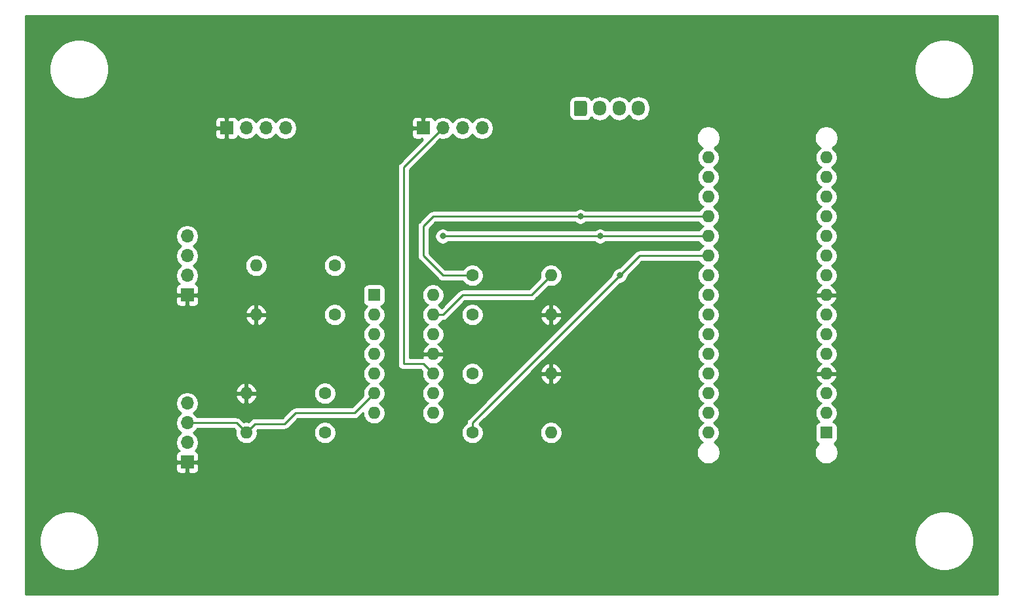
<source format=gbr>
%TF.GenerationSoftware,KiCad,Pcbnew,5.1.6-c6e7f7d~86~ubuntu18.04.1*%
%TF.CreationDate,2020-07-08T21:07:12-04:00*%
%TF.ProjectId,boo,626f6f2e-6b69-4636-9164-5f7063625858,rev?*%
%TF.SameCoordinates,Original*%
%TF.FileFunction,Copper,L2,Bot*%
%TF.FilePolarity,Positive*%
%FSLAX46Y46*%
G04 Gerber Fmt 4.6, Leading zero omitted, Abs format (unit mm)*
G04 Created by KiCad (PCBNEW 5.1.6-c6e7f7d~86~ubuntu18.04.1) date 2020-07-08 21:07:12*
%MOMM*%
%LPD*%
G01*
G04 APERTURE LIST*
%TA.AperFunction,ComponentPad*%
%ADD10O,1.600000X1.600000*%
%TD*%
%TA.AperFunction,ComponentPad*%
%ADD11R,1.600000X1.600000*%
%TD*%
%TA.AperFunction,ComponentPad*%
%ADD12C,1.600000*%
%TD*%
%TA.AperFunction,ComponentPad*%
%ADD13R,1.700000X1.700000*%
%TD*%
%TA.AperFunction,ComponentPad*%
%ADD14O,1.700000X1.700000*%
%TD*%
%TA.AperFunction,ComponentPad*%
%ADD15O,1.700000X1.950000*%
%TD*%
%TA.AperFunction,ViaPad*%
%ADD16C,0.800000*%
%TD*%
%TA.AperFunction,Conductor*%
%ADD17C,0.250000*%
%TD*%
%TA.AperFunction,Conductor*%
%ADD18C,0.254000*%
%TD*%
G04 APERTURE END LIST*
D10*
%TO.P,U1,14*%
%TO.N,/up_a*%
X430530000Y420370000D03*
%TO.P,U1,7*%
%TO.N,/right_a*%
X422910000Y405130000D03*
%TO.P,U1,13*%
%TO.N,Net-(J1-Pad3)*%
X430530000Y417830000D03*
%TO.P,U1,6*%
%TO.N,Net-(J4-Pad3)*%
X422910000Y407670000D03*
%TO.P,U1,12*%
%TO.N,Net-(J1-Pad2)*%
X430530000Y415290000D03*
%TO.P,U1,5*%
%TO.N,Net-(J4-Pad2)*%
X422910000Y410210000D03*
%TO.P,U1,11*%
%TO.N,GND*%
X430530000Y412750000D03*
%TO.P,U1,4*%
%TO.N,vcc*%
X422910000Y412750000D03*
%TO.P,U1,10*%
%TO.N,Net-(J3-Pad2)*%
X430530000Y410210000D03*
%TO.P,U1,3*%
%TO.N,Net-(J2-Pad2)*%
X422910000Y415290000D03*
%TO.P,U1,9*%
%TO.N,Net-(J3-Pad3)*%
X430530000Y407670000D03*
%TO.P,U1,2*%
%TO.N,Net-(J2-Pad3)*%
X422910000Y417830000D03*
%TO.P,U1,8*%
%TO.N,/down_a*%
X430530000Y405130000D03*
D11*
%TO.P,U1,1*%
%TO.N,/left_a*%
X422910000Y420370000D03*
%TD*%
D10*
%TO.P,R8,2*%
%TO.N,GND*%
X406400000Y407670000D03*
D12*
%TO.P,R8,1*%
%TO.N,Net-(J4-Pad2)*%
X416560000Y407670000D03*
%TD*%
D10*
%TO.P,R7,2*%
%TO.N,Net-(J4-Pad3)*%
X406400000Y402590000D03*
D12*
%TO.P,R7,1*%
%TO.N,/right_a*%
X416560000Y402590000D03*
%TD*%
D10*
%TO.P,R6,2*%
%TO.N,GND*%
X445770000Y410210000D03*
D12*
%TO.P,R6,1*%
%TO.N,Net-(J3-Pad2)*%
X435610000Y410210000D03*
%TD*%
D10*
%TO.P,R5,2*%
%TO.N,Net-(J3-Pad3)*%
X445770000Y402590000D03*
D12*
%TO.P,R5,1*%
%TO.N,/down_a*%
X435610000Y402590000D03*
%TD*%
D10*
%TO.P,R4,2*%
%TO.N,GND*%
X407670000Y417830000D03*
D12*
%TO.P,R4,1*%
%TO.N,Net-(J2-Pad2)*%
X417830000Y417830000D03*
%TD*%
D10*
%TO.P,R3,2*%
%TO.N,Net-(J2-Pad3)*%
X407670000Y424180000D03*
D12*
%TO.P,R3,1*%
%TO.N,/left_a*%
X417830000Y424180000D03*
%TD*%
D10*
%TO.P,R2,2*%
%TO.N,GND*%
X445770000Y417830000D03*
D12*
%TO.P,R2,1*%
%TO.N,Net-(J1-Pad2)*%
X435610000Y417830000D03*
%TD*%
D10*
%TO.P,R1,2*%
%TO.N,Net-(J1-Pad3)*%
X445770000Y422910000D03*
D12*
%TO.P,R1,1*%
%TO.N,/up_a*%
X435610000Y422910000D03*
%TD*%
D13*
%TO.P,J1,1*%
%TO.N,GND*%
X403860000Y441960000D03*
D14*
%TO.P,J1,2*%
%TO.N,Net-(J1-Pad2)*%
X406400000Y441960000D03*
%TO.P,J1,3*%
%TO.N,Net-(J1-Pad3)*%
X408940000Y441960000D03*
%TO.P,J1,4*%
%TO.N,vcc*%
X411480000Y441960000D03*
%TD*%
%TO.P,J2,4*%
%TO.N,vcc*%
X398780000Y427990000D03*
%TO.P,J2,3*%
%TO.N,Net-(J2-Pad3)*%
X398780000Y425450000D03*
%TO.P,J2,2*%
%TO.N,Net-(J2-Pad2)*%
X398780000Y422910000D03*
D13*
%TO.P,J2,1*%
%TO.N,GND*%
X398780000Y420370000D03*
%TD*%
%TO.P,J3,1*%
%TO.N,GND*%
X429260000Y441960000D03*
D14*
%TO.P,J3,2*%
%TO.N,Net-(J3-Pad2)*%
X431800000Y441960000D03*
%TO.P,J3,3*%
%TO.N,Net-(J3-Pad3)*%
X434340000Y441960000D03*
%TO.P,J3,4*%
%TO.N,vcc*%
X436880000Y441960000D03*
%TD*%
%TO.P,J4,4*%
%TO.N,vcc*%
X398780000Y406400000D03*
%TO.P,J4,3*%
%TO.N,Net-(J4-Pad3)*%
X398780000Y403860000D03*
%TO.P,J4,2*%
%TO.N,Net-(J4-Pad2)*%
X398780000Y401320000D03*
D13*
%TO.P,J4,1*%
%TO.N,GND*%
X398780000Y398780000D03*
%TD*%
%TO.P,J5,1*%
%TO.N,/up_a*%
%TA.AperFunction,ComponentPad*%
G36*
G01*
X448730000Y443775000D02*
X448730000Y445225000D01*
G75*
G02*
X448980000Y445475000I250000J0D01*
G01*
X450180000Y445475000D01*
G75*
G02*
X450430000Y445225000I0J-250000D01*
G01*
X450430000Y443775000D01*
G75*
G02*
X450180000Y443525000I-250000J0D01*
G01*
X448980000Y443525000D01*
G75*
G02*
X448730000Y443775000I0J250000D01*
G01*
G37*
%TD.AperFunction*%
D15*
%TO.P,J5,2*%
%TO.N,/left_a*%
X452080000Y444500000D03*
%TO.P,J5,3*%
%TO.N,/down_a*%
X454580000Y444500000D03*
%TO.P,J5,4*%
%TO.N,/right_a*%
X457080000Y444500000D03*
%TD*%
D11*
%TO.P,A1,1*%
%TO.N,N/C*%
X481330000Y402590000D03*
D10*
%TO.P,A1,17*%
X466090000Y435610000D03*
%TO.P,A1,2*%
X481330000Y405130000D03*
%TO.P,A1,18*%
X466090000Y433070000D03*
%TO.P,A1,3*%
X481330000Y407670000D03*
%TO.P,A1,19*%
%TO.N,/up_a*%
X466090000Y430530000D03*
%TO.P,A1,4*%
%TO.N,GND*%
X481330000Y410210000D03*
%TO.P,A1,20*%
%TO.N,/left_a*%
X466090000Y427990000D03*
%TO.P,A1,5*%
%TO.N,N/C*%
X481330000Y412750000D03*
%TO.P,A1,21*%
%TO.N,/down_a*%
X466090000Y425450000D03*
%TO.P,A1,6*%
%TO.N,N/C*%
X481330000Y415290000D03*
%TO.P,A1,22*%
%TO.N,/right_a*%
X466090000Y422910000D03*
%TO.P,A1,7*%
%TO.N,N/C*%
X481330000Y417830000D03*
%TO.P,A1,23*%
%TO.N,Net-(A1-Pad23)*%
X466090000Y420370000D03*
%TO.P,A1,8*%
%TO.N,GND*%
X481330000Y420370000D03*
%TO.P,A1,24*%
%TO.N,N/C*%
X466090000Y417830000D03*
%TO.P,A1,9*%
X481330000Y422910000D03*
%TO.P,A1,25*%
X466090000Y415290000D03*
%TO.P,A1,10*%
X481330000Y425450000D03*
%TO.P,A1,26*%
X466090000Y412750000D03*
%TO.P,A1,11*%
X481330000Y427990000D03*
%TO.P,A1,27*%
%TO.N,Net-(A1-Pad27)*%
X466090000Y410210000D03*
%TO.P,A1,12*%
%TO.N,N/C*%
X481330000Y430530000D03*
%TO.P,A1,28*%
X466090000Y407670000D03*
%TO.P,A1,13*%
X481330000Y433070000D03*
%TO.P,A1,29*%
X466090000Y405130000D03*
%TO.P,A1,14*%
X481330000Y435610000D03*
%TO.P,A1,30*%
X466090000Y402590000D03*
%TO.P,A1,15*%
X481330000Y438150000D03*
%TO.P,A1,16*%
X466090000Y438150000D03*
%TD*%
D16*
%TO.N,/down_a*%
X454660000Y422910000D03*
%TO.N,/left_a*%
X431800000Y427990000D03*
X452120000Y427990000D03*
%TO.N,/up_a*%
X449580000Y430530000D03*
%TD*%
D17*
%TO.N,Net-(J1-Pad3)*%
X430530000Y417830000D02*
X431800000Y417830000D01*
X431800000Y417830000D02*
X434340000Y420370000D01*
X443230000Y420370000D02*
X445770000Y422910000D01*
X434340000Y420370000D02*
X443230000Y420370000D01*
%TO.N,Net-(J3-Pad2)*%
X431800000Y441960000D02*
X426720000Y436880000D01*
X426720000Y436880000D02*
X426720000Y411480000D01*
X429260000Y411480000D02*
X430530000Y410210000D01*
X426720000Y411480000D02*
X429260000Y411480000D01*
%TO.N,Net-(J4-Pad3)*%
X405130000Y403860000D02*
X406400000Y402590000D01*
X398780000Y403860000D02*
X405130000Y403860000D01*
X407575001Y403765001D02*
X411385001Y403765001D01*
X406400000Y402590000D02*
X407575001Y403765001D01*
X411385001Y403765001D02*
X412750000Y405130000D01*
X420370000Y405130000D02*
X422910000Y407670000D01*
X412750000Y405130000D02*
X420370000Y405130000D01*
%TO.N,/down_a*%
X457200000Y425450000D02*
X459740000Y425450000D01*
X466090000Y425450000D02*
X459740000Y425450000D01*
X435610000Y402590000D02*
X435610000Y403860000D01*
X435610000Y403860000D02*
X457200000Y425450000D01*
%TO.N,/left_a*%
X431800000Y427990000D02*
X452120000Y427990000D01*
X459740000Y427990000D02*
X466090000Y427990000D01*
X452120000Y427990000D02*
X459740000Y427990000D01*
%TO.N,/up_a*%
X431800000Y422910000D02*
X434340000Y422910000D01*
X429260000Y429260000D02*
X429260000Y425450000D01*
X434340000Y422910000D02*
X435610000Y422910000D01*
X466090000Y430530000D02*
X430530000Y430530000D01*
X429260000Y425450000D02*
X431800000Y422910000D01*
X430530000Y430530000D02*
X429260000Y429260000D01*
%TD*%
D18*
%TO.N,GND*%
G36*
X503505001Y381685000D02*
G01*
X377875000Y381685000D01*
X377875000Y388997715D01*
X379705000Y388997715D01*
X379705000Y388242285D01*
X379852377Y387501372D01*
X380141467Y386803446D01*
X380561161Y386175330D01*
X381095330Y385641161D01*
X381723446Y385221467D01*
X382421372Y384932377D01*
X383162285Y384785000D01*
X383917715Y384785000D01*
X384658628Y384932377D01*
X385356554Y385221467D01*
X385984670Y385641161D01*
X386518839Y386175330D01*
X386938533Y386803446D01*
X387227623Y387501372D01*
X387375000Y388242285D01*
X387375000Y388997715D01*
X492735000Y388997715D01*
X492735000Y388242285D01*
X492882377Y387501372D01*
X493171467Y386803446D01*
X493591161Y386175330D01*
X494125330Y385641161D01*
X494753446Y385221467D01*
X495451372Y384932377D01*
X496192285Y384785000D01*
X496947715Y384785000D01*
X497688628Y384932377D01*
X498386554Y385221467D01*
X499014670Y385641161D01*
X499548839Y386175330D01*
X499968533Y386803446D01*
X500257623Y387501372D01*
X500405000Y388242285D01*
X500405000Y388997715D01*
X500257623Y389738628D01*
X499968533Y390436554D01*
X499548839Y391064670D01*
X499014670Y391598839D01*
X498386554Y392018533D01*
X497688628Y392307623D01*
X496947715Y392455000D01*
X496192285Y392455000D01*
X495451372Y392307623D01*
X494753446Y392018533D01*
X494125330Y391598839D01*
X493591161Y391064670D01*
X493171467Y390436554D01*
X492882377Y389738628D01*
X492735000Y388997715D01*
X387375000Y388997715D01*
X387227623Y389738628D01*
X386938533Y390436554D01*
X386518839Y391064670D01*
X385984670Y391598839D01*
X385356554Y392018533D01*
X384658628Y392307623D01*
X383917715Y392455000D01*
X383162285Y392455000D01*
X382421372Y392307623D01*
X381723446Y392018533D01*
X381095330Y391598839D01*
X380561161Y391064670D01*
X380141467Y390436554D01*
X379852377Y389738628D01*
X379705000Y388997715D01*
X377875000Y388997715D01*
X377875000Y397930000D01*
X397291928Y397930000D01*
X397304188Y397805518D01*
X397340498Y397685820D01*
X397399463Y397575506D01*
X397478815Y397478815D01*
X397575506Y397399463D01*
X397685820Y397340498D01*
X397805518Y397304188D01*
X397930000Y397291928D01*
X398494250Y397295000D01*
X398653000Y397453750D01*
X398653000Y398653000D01*
X398907000Y398653000D01*
X398907000Y397453750D01*
X399065750Y397295000D01*
X399630000Y397291928D01*
X399754482Y397304188D01*
X399874180Y397340498D01*
X399984494Y397399463D01*
X400081185Y397478815D01*
X400160537Y397575506D01*
X400219502Y397685820D01*
X400255812Y397805518D01*
X400268072Y397930000D01*
X400265000Y398494250D01*
X400106250Y398653000D01*
X398907000Y398653000D01*
X398653000Y398653000D01*
X397453750Y398653000D01*
X397295000Y398494250D01*
X397291928Y397930000D01*
X377875000Y397930000D01*
X377875000Y399630000D01*
X397291928Y399630000D01*
X397295000Y399065750D01*
X397453750Y398907000D01*
X398653000Y398907000D01*
X398653000Y398927000D01*
X398907000Y398927000D01*
X398907000Y398907000D01*
X400106250Y398907000D01*
X400265000Y399065750D01*
X400268072Y399630000D01*
X400255812Y399754482D01*
X400219502Y399874180D01*
X400160537Y399984494D01*
X400081185Y400081185D01*
X399984494Y400160537D01*
X399874180Y400219502D01*
X399801620Y400241513D01*
X399933475Y400373368D01*
X400095990Y400616589D01*
X400207932Y400886842D01*
X400265000Y401173740D01*
X400265000Y401466260D01*
X400207932Y401753158D01*
X400095990Y402023411D01*
X399933475Y402266632D01*
X399726632Y402473475D01*
X399552240Y402590000D01*
X399726632Y402706525D01*
X399933475Y402913368D01*
X400058178Y403100000D01*
X404815199Y403100000D01*
X405001312Y402913886D01*
X404965000Y402731335D01*
X404965000Y402448665D01*
X405020147Y402171426D01*
X405128320Y401910273D01*
X405285363Y401675241D01*
X405485241Y401475363D01*
X405720273Y401318320D01*
X405981426Y401210147D01*
X406258665Y401155000D01*
X406541335Y401155000D01*
X406818574Y401210147D01*
X407079727Y401318320D01*
X407314759Y401475363D01*
X407514637Y401675241D01*
X407671680Y401910273D01*
X407779853Y402171426D01*
X407835000Y402448665D01*
X407835000Y402731335D01*
X415125000Y402731335D01*
X415125000Y402448665D01*
X415180147Y402171426D01*
X415288320Y401910273D01*
X415445363Y401675241D01*
X415645241Y401475363D01*
X415880273Y401318320D01*
X416141426Y401210147D01*
X416418665Y401155000D01*
X416701335Y401155000D01*
X416978574Y401210147D01*
X417239727Y401318320D01*
X417474759Y401475363D01*
X417674637Y401675241D01*
X417831680Y401910273D01*
X417939853Y402171426D01*
X417995000Y402448665D01*
X417995000Y402731335D01*
X417939853Y403008574D01*
X417831680Y403269727D01*
X417674637Y403504759D01*
X417474759Y403704637D01*
X417239727Y403861680D01*
X416978574Y403969853D01*
X416701335Y404025000D01*
X416418665Y404025000D01*
X416141426Y403969853D01*
X415880273Y403861680D01*
X415645241Y403704637D01*
X415445363Y403504759D01*
X415288320Y403269727D01*
X415180147Y403008574D01*
X415125000Y402731335D01*
X407835000Y402731335D01*
X407798688Y402913886D01*
X407889803Y403005001D01*
X411347679Y403005001D01*
X411385001Y403001325D01*
X411422323Y403005001D01*
X411422334Y403005001D01*
X411533987Y403015998D01*
X411677248Y403059455D01*
X411809277Y403130027D01*
X411925002Y403225000D01*
X411948805Y403254004D01*
X413064802Y404370000D01*
X420332678Y404370000D01*
X420370000Y404366324D01*
X420407322Y404370000D01*
X420407333Y404370000D01*
X420518986Y404380997D01*
X420662247Y404424454D01*
X420794276Y404495026D01*
X420910001Y404589999D01*
X420933804Y404619003D01*
X421475000Y405160199D01*
X421475000Y404988665D01*
X421530147Y404711426D01*
X421638320Y404450273D01*
X421795363Y404215241D01*
X421995241Y404015363D01*
X422230273Y403858320D01*
X422491426Y403750147D01*
X422768665Y403695000D01*
X423051335Y403695000D01*
X423328574Y403750147D01*
X423589727Y403858320D01*
X423824759Y404015363D01*
X424024637Y404215241D01*
X424181680Y404450273D01*
X424289853Y404711426D01*
X424345000Y404988665D01*
X424345000Y405271335D01*
X424289853Y405548574D01*
X424181680Y405809727D01*
X424024637Y406044759D01*
X423824759Y406244637D01*
X423592241Y406400000D01*
X423824759Y406555363D01*
X424024637Y406755241D01*
X424181680Y406990273D01*
X424289853Y407251426D01*
X424345000Y407528665D01*
X424345000Y407811335D01*
X424289853Y408088574D01*
X424181680Y408349727D01*
X424024637Y408584759D01*
X423824759Y408784637D01*
X423592241Y408940000D01*
X423824759Y409095363D01*
X424024637Y409295241D01*
X424181680Y409530273D01*
X424289853Y409791426D01*
X424345000Y410068665D01*
X424345000Y410351335D01*
X424289853Y410628574D01*
X424181680Y410889727D01*
X424024637Y411124759D01*
X423824759Y411324637D01*
X423592241Y411480000D01*
X425956323Y411480000D01*
X425970997Y411331014D01*
X426014454Y411187753D01*
X426085026Y411055724D01*
X426179999Y410939999D01*
X426295724Y410845026D01*
X426427753Y410774454D01*
X426571014Y410730997D01*
X426682667Y410720000D01*
X426720000Y410716323D01*
X426757333Y410720000D01*
X428945199Y410720000D01*
X429131312Y410533886D01*
X429095000Y410351335D01*
X429095000Y410068665D01*
X429150147Y409791426D01*
X429258320Y409530273D01*
X429415363Y409295241D01*
X429615241Y409095363D01*
X429847759Y408940000D01*
X429615241Y408784637D01*
X429415363Y408584759D01*
X429258320Y408349727D01*
X429150147Y408088574D01*
X429095000Y407811335D01*
X429095000Y407528665D01*
X429150147Y407251426D01*
X429258320Y406990273D01*
X429415363Y406755241D01*
X429615241Y406555363D01*
X429847759Y406400000D01*
X429615241Y406244637D01*
X429415363Y406044759D01*
X429258320Y405809727D01*
X429150147Y405548574D01*
X429095000Y405271335D01*
X429095000Y404988665D01*
X429150147Y404711426D01*
X429258320Y404450273D01*
X429415363Y404215241D01*
X429615241Y404015363D01*
X429850273Y403858320D01*
X430111426Y403750147D01*
X430388665Y403695000D01*
X430671335Y403695000D01*
X430948574Y403750147D01*
X431209727Y403858320D01*
X431444759Y404015363D01*
X431644637Y404215241D01*
X431801680Y404450273D01*
X431909853Y404711426D01*
X431965000Y404988665D01*
X431965000Y405271335D01*
X431909853Y405548574D01*
X431801680Y405809727D01*
X431644637Y406044759D01*
X431444759Y406244637D01*
X431212241Y406400000D01*
X431444759Y406555363D01*
X431644637Y406755241D01*
X431801680Y406990273D01*
X431909853Y407251426D01*
X431965000Y407528665D01*
X431965000Y407811335D01*
X431909853Y408088574D01*
X431801680Y408349727D01*
X431644637Y408584759D01*
X431444759Y408784637D01*
X431212241Y408940000D01*
X431444759Y409095363D01*
X431644637Y409295241D01*
X431801680Y409530273D01*
X431909853Y409791426D01*
X431965000Y410068665D01*
X431965000Y410351335D01*
X434175000Y410351335D01*
X434175000Y410068665D01*
X434230147Y409791426D01*
X434338320Y409530273D01*
X434495363Y409295241D01*
X434695241Y409095363D01*
X434930273Y408938320D01*
X435191426Y408830147D01*
X435468665Y408775000D01*
X435751335Y408775000D01*
X436028574Y408830147D01*
X436289727Y408938320D01*
X436524759Y409095363D01*
X436724637Y409295241D01*
X436881680Y409530273D01*
X436989853Y409791426D01*
X437045000Y410068665D01*
X437045000Y410351335D01*
X436989853Y410628574D01*
X436881680Y410889727D01*
X436724637Y411124759D01*
X436524759Y411324637D01*
X436289727Y411481680D01*
X436028574Y411589853D01*
X435751335Y411645000D01*
X435468665Y411645000D01*
X435191426Y411589853D01*
X434930273Y411481680D01*
X434695241Y411324637D01*
X434495363Y411124759D01*
X434338320Y410889727D01*
X434230147Y410628574D01*
X434175000Y410351335D01*
X431965000Y410351335D01*
X431909853Y410628574D01*
X431801680Y410889727D01*
X431644637Y411124759D01*
X431444759Y411324637D01*
X431209727Y411481680D01*
X431199135Y411486067D01*
X431385131Y411597615D01*
X431593519Y411786586D01*
X431761037Y412012580D01*
X431881246Y412266913D01*
X431921904Y412400961D01*
X431799915Y412623000D01*
X430657000Y412623000D01*
X430657000Y412603000D01*
X430403000Y412603000D01*
X430403000Y412623000D01*
X429260085Y412623000D01*
X429138096Y412400961D01*
X429178754Y412266913D01*
X429191474Y412240000D01*
X427480000Y412240000D01*
X427480000Y420511335D01*
X429095000Y420511335D01*
X429095000Y420228665D01*
X429150147Y419951426D01*
X429258320Y419690273D01*
X429415363Y419455241D01*
X429615241Y419255363D01*
X429847759Y419100000D01*
X429615241Y418944637D01*
X429415363Y418744759D01*
X429258320Y418509727D01*
X429150147Y418248574D01*
X429095000Y417971335D01*
X429095000Y417688665D01*
X429150147Y417411426D01*
X429258320Y417150273D01*
X429415363Y416915241D01*
X429615241Y416715363D01*
X429847759Y416560000D01*
X429615241Y416404637D01*
X429415363Y416204759D01*
X429258320Y415969727D01*
X429150147Y415708574D01*
X429095000Y415431335D01*
X429095000Y415148665D01*
X429150147Y414871426D01*
X429258320Y414610273D01*
X429415363Y414375241D01*
X429615241Y414175363D01*
X429850273Y414018320D01*
X429860865Y414013933D01*
X429674869Y413902385D01*
X429466481Y413713414D01*
X429298963Y413487420D01*
X429178754Y413233087D01*
X429138096Y413099039D01*
X429260085Y412877000D01*
X430403000Y412877000D01*
X430403000Y412897000D01*
X430657000Y412897000D01*
X430657000Y412877000D01*
X431799915Y412877000D01*
X431921904Y413099039D01*
X431881246Y413233087D01*
X431761037Y413487420D01*
X431593519Y413713414D01*
X431385131Y413902385D01*
X431199135Y414013933D01*
X431209727Y414018320D01*
X431444759Y414175363D01*
X431644637Y414375241D01*
X431801680Y414610273D01*
X431909853Y414871426D01*
X431965000Y415148665D01*
X431965000Y415431335D01*
X431909853Y415708574D01*
X431801680Y415969727D01*
X431644637Y416204759D01*
X431444759Y416404637D01*
X431212241Y416560000D01*
X431444759Y416715363D01*
X431644637Y416915241D01*
X431748043Y417070000D01*
X431762678Y417070000D01*
X431800000Y417066324D01*
X431837322Y417070000D01*
X431837333Y417070000D01*
X431948986Y417080997D01*
X432092247Y417124454D01*
X432224276Y417195026D01*
X432340001Y417289999D01*
X432363804Y417319003D01*
X433016136Y417971335D01*
X434175000Y417971335D01*
X434175000Y417688665D01*
X434230147Y417411426D01*
X434338320Y417150273D01*
X434495363Y416915241D01*
X434695241Y416715363D01*
X434930273Y416558320D01*
X435191426Y416450147D01*
X435468665Y416395000D01*
X435751335Y416395000D01*
X436028574Y416450147D01*
X436289727Y416558320D01*
X436524759Y416715363D01*
X436724637Y416915241D01*
X436881680Y417150273D01*
X436989853Y417411426D01*
X437003684Y417480961D01*
X444378096Y417480961D01*
X444418754Y417346913D01*
X444538963Y417092580D01*
X444706481Y416866586D01*
X444914869Y416677615D01*
X445156119Y416532930D01*
X445420960Y416438091D01*
X445643000Y416559376D01*
X445643000Y417703000D01*
X445897000Y417703000D01*
X445897000Y416559376D01*
X446119040Y416438091D01*
X446383881Y416532930D01*
X446625131Y416677615D01*
X446833519Y416866586D01*
X447001037Y417092580D01*
X447121246Y417346913D01*
X447161904Y417480961D01*
X447039915Y417703000D01*
X445897000Y417703000D01*
X445643000Y417703000D01*
X444500085Y417703000D01*
X444378096Y417480961D01*
X437003684Y417480961D01*
X437045000Y417688665D01*
X437045000Y417971335D01*
X437003685Y418179039D01*
X444378096Y418179039D01*
X444500085Y417957000D01*
X445643000Y417957000D01*
X445643000Y419100624D01*
X445897000Y419100624D01*
X445897000Y417957000D01*
X447039915Y417957000D01*
X447161904Y418179039D01*
X447121246Y418313087D01*
X447001037Y418567420D01*
X446833519Y418793414D01*
X446625131Y418982385D01*
X446383881Y419127070D01*
X446119040Y419221909D01*
X445897000Y419100624D01*
X445643000Y419100624D01*
X445420960Y419221909D01*
X445156119Y419127070D01*
X444914869Y418982385D01*
X444706481Y418793414D01*
X444538963Y418567420D01*
X444418754Y418313087D01*
X444378096Y418179039D01*
X437003685Y418179039D01*
X436989853Y418248574D01*
X436881680Y418509727D01*
X436724637Y418744759D01*
X436524759Y418944637D01*
X436289727Y419101680D01*
X436028574Y419209853D01*
X435751335Y419265000D01*
X435468665Y419265000D01*
X435191426Y419209853D01*
X434930273Y419101680D01*
X434695241Y418944637D01*
X434495363Y418744759D01*
X434338320Y418509727D01*
X434230147Y418248574D01*
X434175000Y417971335D01*
X433016136Y417971335D01*
X434654803Y419610000D01*
X443192678Y419610000D01*
X443230000Y419606324D01*
X443267322Y419610000D01*
X443267333Y419610000D01*
X443378986Y419620997D01*
X443522247Y419664454D01*
X443654276Y419735026D01*
X443770001Y419829999D01*
X443793804Y419859003D01*
X445446114Y421511312D01*
X445628665Y421475000D01*
X445911335Y421475000D01*
X446188574Y421530147D01*
X446449727Y421638320D01*
X446684759Y421795363D01*
X446884637Y421995241D01*
X447041680Y422230273D01*
X447149853Y422491426D01*
X447205000Y422768665D01*
X447205000Y423051335D01*
X447149853Y423328574D01*
X447041680Y423589727D01*
X446884637Y423824759D01*
X446684759Y424024637D01*
X446449727Y424181680D01*
X446188574Y424289853D01*
X445911335Y424345000D01*
X445628665Y424345000D01*
X445351426Y424289853D01*
X445090273Y424181680D01*
X444855241Y424024637D01*
X444655363Y423824759D01*
X444498320Y423589727D01*
X444390147Y423328574D01*
X444335000Y423051335D01*
X444335000Y422768665D01*
X444371312Y422586114D01*
X442915199Y421130000D01*
X434377322Y421130000D01*
X434339999Y421133676D01*
X434302676Y421130000D01*
X434302667Y421130000D01*
X434191014Y421119003D01*
X434047753Y421075546D01*
X433915724Y421004974D01*
X433915722Y421004973D01*
X433915723Y421004973D01*
X433828996Y420933799D01*
X433828992Y420933795D01*
X433799999Y420910001D01*
X433776205Y420881008D01*
X431642297Y418747099D01*
X431444759Y418944637D01*
X431212241Y419100000D01*
X431444759Y419255363D01*
X431644637Y419455241D01*
X431801680Y419690273D01*
X431909853Y419951426D01*
X431965000Y420228665D01*
X431965000Y420511335D01*
X431909853Y420788574D01*
X431801680Y421049727D01*
X431644637Y421284759D01*
X431444759Y421484637D01*
X431209727Y421641680D01*
X430948574Y421749853D01*
X430671335Y421805000D01*
X430388665Y421805000D01*
X430111426Y421749853D01*
X429850273Y421641680D01*
X429615241Y421484637D01*
X429415363Y421284759D01*
X429258320Y421049727D01*
X429150147Y420788574D01*
X429095000Y420511335D01*
X427480000Y420511335D01*
X427480000Y429260000D01*
X428496324Y429260000D01*
X428500000Y429222677D01*
X428500001Y425487332D01*
X428496324Y425450000D01*
X428500001Y425412667D01*
X428510998Y425301014D01*
X428524180Y425257558D01*
X428554454Y425157754D01*
X428625026Y425025724D01*
X428696201Y424938998D01*
X428720000Y424909999D01*
X428748998Y424886201D01*
X431236205Y422398992D01*
X431259999Y422369999D01*
X431288992Y422346205D01*
X431288996Y422346201D01*
X431359685Y422288189D01*
X431375724Y422275026D01*
X431507753Y422204454D01*
X431651014Y422160997D01*
X431762667Y422150000D01*
X431762676Y422150000D01*
X431799999Y422146324D01*
X431837322Y422150000D01*
X434391957Y422150000D01*
X434495363Y421995241D01*
X434695241Y421795363D01*
X434930273Y421638320D01*
X435191426Y421530147D01*
X435468665Y421475000D01*
X435751335Y421475000D01*
X436028574Y421530147D01*
X436289727Y421638320D01*
X436524759Y421795363D01*
X436724637Y421995241D01*
X436881680Y422230273D01*
X436989853Y422491426D01*
X437045000Y422768665D01*
X437045000Y423051335D01*
X436989853Y423328574D01*
X436881680Y423589727D01*
X436724637Y423824759D01*
X436524759Y424024637D01*
X436289727Y424181680D01*
X436028574Y424289853D01*
X435751335Y424345000D01*
X435468665Y424345000D01*
X435191426Y424289853D01*
X434930273Y424181680D01*
X434695241Y424024637D01*
X434495363Y423824759D01*
X434391957Y423670000D01*
X432114803Y423670000D01*
X430020000Y425764801D01*
X430020000Y428945199D01*
X430844802Y429770000D01*
X448876289Y429770000D01*
X448920226Y429726063D01*
X449089744Y429612795D01*
X449278102Y429534774D01*
X449478061Y429495000D01*
X449681939Y429495000D01*
X449881898Y429534774D01*
X450070256Y429612795D01*
X450239774Y429726063D01*
X450283711Y429770000D01*
X464871957Y429770000D01*
X464975363Y429615241D01*
X465175241Y429415363D01*
X465407759Y429260000D01*
X465175241Y429104637D01*
X464975363Y428904759D01*
X464871957Y428750000D01*
X452823711Y428750000D01*
X452779774Y428793937D01*
X452610256Y428907205D01*
X452421898Y428985226D01*
X452221939Y429025000D01*
X452018061Y429025000D01*
X451818102Y428985226D01*
X451629744Y428907205D01*
X451460226Y428793937D01*
X451416289Y428750000D01*
X432503711Y428750000D01*
X432459774Y428793937D01*
X432290256Y428907205D01*
X432101898Y428985226D01*
X431901939Y429025000D01*
X431698061Y429025000D01*
X431498102Y428985226D01*
X431309744Y428907205D01*
X431140226Y428793937D01*
X430996063Y428649774D01*
X430882795Y428480256D01*
X430804774Y428291898D01*
X430765000Y428091939D01*
X430765000Y427888061D01*
X430804774Y427688102D01*
X430882795Y427499744D01*
X430996063Y427330226D01*
X431140226Y427186063D01*
X431309744Y427072795D01*
X431498102Y426994774D01*
X431698061Y426955000D01*
X431901939Y426955000D01*
X432101898Y426994774D01*
X432290256Y427072795D01*
X432459774Y427186063D01*
X432503711Y427230000D01*
X451416289Y427230000D01*
X451460226Y427186063D01*
X451629744Y427072795D01*
X451818102Y426994774D01*
X452018061Y426955000D01*
X452221939Y426955000D01*
X452421898Y426994774D01*
X452610256Y427072795D01*
X452779774Y427186063D01*
X452823711Y427230000D01*
X464871957Y427230000D01*
X464975363Y427075241D01*
X465175241Y426875363D01*
X465407759Y426720000D01*
X465175241Y426564637D01*
X464975363Y426364759D01*
X464871957Y426210000D01*
X457237323Y426210000D01*
X457200000Y426213676D01*
X457162677Y426210000D01*
X457162667Y426210000D01*
X457051014Y426199003D01*
X456907753Y426155546D01*
X456775724Y426084974D01*
X456659999Y425990001D01*
X456636201Y425961003D01*
X454620198Y423945000D01*
X454558061Y423945000D01*
X454358102Y423905226D01*
X454169744Y423827205D01*
X454000226Y423713937D01*
X453856063Y423569774D01*
X453742795Y423400256D01*
X453664774Y423211898D01*
X453625000Y423011939D01*
X453625000Y422949802D01*
X435098998Y404423799D01*
X435070000Y404400001D01*
X435046202Y404371003D01*
X435046201Y404371002D01*
X434975026Y404284276D01*
X434904454Y404152246D01*
X434875638Y404057248D01*
X434862933Y404015363D01*
X434860998Y404008985D01*
X434846324Y403860000D01*
X434850001Y403822668D01*
X434850001Y403808044D01*
X434695241Y403704637D01*
X434495363Y403504759D01*
X434338320Y403269727D01*
X434230147Y403008574D01*
X434175000Y402731335D01*
X434175000Y402448665D01*
X434230147Y402171426D01*
X434338320Y401910273D01*
X434495363Y401675241D01*
X434695241Y401475363D01*
X434930273Y401318320D01*
X435191426Y401210147D01*
X435468665Y401155000D01*
X435751335Y401155000D01*
X436028574Y401210147D01*
X436289727Y401318320D01*
X436524759Y401475363D01*
X436724637Y401675241D01*
X436881680Y401910273D01*
X436989853Y402171426D01*
X437045000Y402448665D01*
X437045000Y402731335D01*
X444335000Y402731335D01*
X444335000Y402448665D01*
X444390147Y402171426D01*
X444498320Y401910273D01*
X444655363Y401675241D01*
X444855241Y401475363D01*
X445090273Y401318320D01*
X445351426Y401210147D01*
X445628665Y401155000D01*
X445911335Y401155000D01*
X446188574Y401210147D01*
X446449727Y401318320D01*
X446684759Y401475363D01*
X446884637Y401675241D01*
X447041680Y401910273D01*
X447149853Y402171426D01*
X447205000Y402448665D01*
X447205000Y402731335D01*
X447149853Y403008574D01*
X447041680Y403269727D01*
X446884637Y403504759D01*
X446684759Y403704637D01*
X446449727Y403861680D01*
X446188574Y403969853D01*
X445911335Y404025000D01*
X445628665Y404025000D01*
X445351426Y403969853D01*
X445090273Y403861680D01*
X444855241Y403704637D01*
X444655363Y403504759D01*
X444498320Y403269727D01*
X444390147Y403008574D01*
X444335000Y402731335D01*
X437045000Y402731335D01*
X436989853Y403008574D01*
X436881680Y403269727D01*
X436724637Y403504759D01*
X436527099Y403702297D01*
X442685763Y409860961D01*
X444378096Y409860961D01*
X444418754Y409726913D01*
X444538963Y409472580D01*
X444706481Y409246586D01*
X444914869Y409057615D01*
X445156119Y408912930D01*
X445420960Y408818091D01*
X445643000Y408939376D01*
X445643000Y410083000D01*
X445897000Y410083000D01*
X445897000Y408939376D01*
X446119040Y408818091D01*
X446383881Y408912930D01*
X446625131Y409057615D01*
X446833519Y409246586D01*
X447001037Y409472580D01*
X447121246Y409726913D01*
X447161904Y409860961D01*
X447039915Y410083000D01*
X445897000Y410083000D01*
X445643000Y410083000D01*
X444500085Y410083000D01*
X444378096Y409860961D01*
X442685763Y409860961D01*
X443383841Y410559039D01*
X444378096Y410559039D01*
X444500085Y410337000D01*
X445643000Y410337000D01*
X445643000Y411480624D01*
X445897000Y411480624D01*
X445897000Y410337000D01*
X447039915Y410337000D01*
X447161904Y410559039D01*
X447121246Y410693087D01*
X447001037Y410947420D01*
X446833519Y411173414D01*
X446625131Y411362385D01*
X446383881Y411507070D01*
X446119040Y411601909D01*
X445897000Y411480624D01*
X445643000Y411480624D01*
X445420960Y411601909D01*
X445156119Y411507070D01*
X444914869Y411362385D01*
X444706481Y411173414D01*
X444538963Y410947420D01*
X444418754Y410693087D01*
X444378096Y410559039D01*
X443383841Y410559039D01*
X454699802Y421875000D01*
X454761939Y421875000D01*
X454961898Y421914774D01*
X455150256Y421992795D01*
X455319774Y422106063D01*
X455463937Y422250226D01*
X455577205Y422419744D01*
X455655226Y422608102D01*
X455695000Y422808061D01*
X455695000Y422870198D01*
X457514802Y424690000D01*
X464871957Y424690000D01*
X464975363Y424535241D01*
X465175241Y424335363D01*
X465407759Y424180000D01*
X465175241Y424024637D01*
X464975363Y423824759D01*
X464818320Y423589727D01*
X464710147Y423328574D01*
X464655000Y423051335D01*
X464655000Y422768665D01*
X464710147Y422491426D01*
X464818320Y422230273D01*
X464975363Y421995241D01*
X465175241Y421795363D01*
X465407759Y421640000D01*
X465175241Y421484637D01*
X464975363Y421284759D01*
X464818320Y421049727D01*
X464710147Y420788574D01*
X464655000Y420511335D01*
X464655000Y420228665D01*
X464710147Y419951426D01*
X464818320Y419690273D01*
X464975363Y419455241D01*
X465175241Y419255363D01*
X465407759Y419100000D01*
X465175241Y418944637D01*
X464975363Y418744759D01*
X464818320Y418509727D01*
X464710147Y418248574D01*
X464655000Y417971335D01*
X464655000Y417688665D01*
X464710147Y417411426D01*
X464818320Y417150273D01*
X464975363Y416915241D01*
X465175241Y416715363D01*
X465407759Y416560000D01*
X465175241Y416404637D01*
X464975363Y416204759D01*
X464818320Y415969727D01*
X464710147Y415708574D01*
X464655000Y415431335D01*
X464655000Y415148665D01*
X464710147Y414871426D01*
X464818320Y414610273D01*
X464975363Y414375241D01*
X465175241Y414175363D01*
X465407759Y414020000D01*
X465175241Y413864637D01*
X464975363Y413664759D01*
X464818320Y413429727D01*
X464710147Y413168574D01*
X464655000Y412891335D01*
X464655000Y412608665D01*
X464710147Y412331426D01*
X464818320Y412070273D01*
X464975363Y411835241D01*
X465175241Y411635363D01*
X465407759Y411480000D01*
X465175241Y411324637D01*
X464975363Y411124759D01*
X464818320Y410889727D01*
X464710147Y410628574D01*
X464655000Y410351335D01*
X464655000Y410068665D01*
X464710147Y409791426D01*
X464818320Y409530273D01*
X464975363Y409295241D01*
X465175241Y409095363D01*
X465407759Y408940000D01*
X465175241Y408784637D01*
X464975363Y408584759D01*
X464818320Y408349727D01*
X464710147Y408088574D01*
X464655000Y407811335D01*
X464655000Y407528665D01*
X464710147Y407251426D01*
X464818320Y406990273D01*
X464975363Y406755241D01*
X465175241Y406555363D01*
X465407759Y406400000D01*
X465175241Y406244637D01*
X464975363Y406044759D01*
X464818320Y405809727D01*
X464710147Y405548574D01*
X464655000Y405271335D01*
X464655000Y404988665D01*
X464710147Y404711426D01*
X464818320Y404450273D01*
X464975363Y404215241D01*
X465175241Y404015363D01*
X465407759Y403860000D01*
X465175241Y403704637D01*
X464975363Y403504759D01*
X464818320Y403269727D01*
X464710147Y403008574D01*
X464655000Y402731335D01*
X464655000Y402448665D01*
X464710147Y402171426D01*
X464818320Y401910273D01*
X464975363Y401675241D01*
X465175241Y401475363D01*
X465326760Y401374121D01*
X465117869Y401234545D01*
X464905455Y401022131D01*
X464738562Y400772358D01*
X464623605Y400494826D01*
X464565000Y400200199D01*
X464565000Y399899801D01*
X464623605Y399605174D01*
X464738562Y399327642D01*
X464905455Y399077869D01*
X465117869Y398865455D01*
X465367642Y398698562D01*
X465645174Y398583605D01*
X465939801Y398525000D01*
X466240199Y398525000D01*
X466534826Y398583605D01*
X466812358Y398698562D01*
X467062131Y398865455D01*
X467274545Y399077869D01*
X467441438Y399327642D01*
X467556395Y399605174D01*
X467615000Y399899801D01*
X467615000Y400200199D01*
X479805000Y400200199D01*
X479805000Y399899801D01*
X479863605Y399605174D01*
X479978562Y399327642D01*
X480145455Y399077869D01*
X480357869Y398865455D01*
X480607642Y398698562D01*
X480885174Y398583605D01*
X481179801Y398525000D01*
X481480199Y398525000D01*
X481774826Y398583605D01*
X482052358Y398698562D01*
X482302131Y398865455D01*
X482514545Y399077869D01*
X482681438Y399327642D01*
X482796395Y399605174D01*
X482855000Y399899801D01*
X482855000Y400200199D01*
X482796395Y400494826D01*
X482681438Y400772358D01*
X482514545Y401022131D01*
X482345023Y401191653D01*
X482374180Y401200498D01*
X482484494Y401259463D01*
X482581185Y401338815D01*
X482660537Y401435506D01*
X482719502Y401545820D01*
X482755812Y401665518D01*
X482768072Y401790000D01*
X482768072Y403390000D01*
X482755812Y403514482D01*
X482719502Y403634180D01*
X482660537Y403744494D01*
X482581185Y403841185D01*
X482484494Y403920537D01*
X482374180Y403979502D01*
X482254482Y404015812D01*
X482246039Y404016643D01*
X482444637Y404215241D01*
X482601680Y404450273D01*
X482709853Y404711426D01*
X482765000Y404988665D01*
X482765000Y405271335D01*
X482709853Y405548574D01*
X482601680Y405809727D01*
X482444637Y406044759D01*
X482244759Y406244637D01*
X482012241Y406400000D01*
X482244759Y406555363D01*
X482444637Y406755241D01*
X482601680Y406990273D01*
X482709853Y407251426D01*
X482765000Y407528665D01*
X482765000Y407811335D01*
X482709853Y408088574D01*
X482601680Y408349727D01*
X482444637Y408584759D01*
X482244759Y408784637D01*
X482009727Y408941680D01*
X481999135Y408946067D01*
X482185131Y409057615D01*
X482393519Y409246586D01*
X482561037Y409472580D01*
X482681246Y409726913D01*
X482721904Y409860961D01*
X482599915Y410083000D01*
X481457000Y410083000D01*
X481457000Y410063000D01*
X481203000Y410063000D01*
X481203000Y410083000D01*
X480060085Y410083000D01*
X479938096Y409860961D01*
X479978754Y409726913D01*
X480098963Y409472580D01*
X480266481Y409246586D01*
X480474869Y409057615D01*
X480660865Y408946067D01*
X480650273Y408941680D01*
X480415241Y408784637D01*
X480215363Y408584759D01*
X480058320Y408349727D01*
X479950147Y408088574D01*
X479895000Y407811335D01*
X479895000Y407528665D01*
X479950147Y407251426D01*
X480058320Y406990273D01*
X480215363Y406755241D01*
X480415241Y406555363D01*
X480647759Y406400000D01*
X480415241Y406244637D01*
X480215363Y406044759D01*
X480058320Y405809727D01*
X479950147Y405548574D01*
X479895000Y405271335D01*
X479895000Y404988665D01*
X479950147Y404711426D01*
X480058320Y404450273D01*
X480215363Y404215241D01*
X480413961Y404016643D01*
X480405518Y404015812D01*
X480285820Y403979502D01*
X480175506Y403920537D01*
X480078815Y403841185D01*
X479999463Y403744494D01*
X479940498Y403634180D01*
X479904188Y403514482D01*
X479891928Y403390000D01*
X479891928Y401790000D01*
X479904188Y401665518D01*
X479940498Y401545820D01*
X479999463Y401435506D01*
X480078815Y401338815D01*
X480175506Y401259463D01*
X480285820Y401200498D01*
X480314977Y401191653D01*
X480145455Y401022131D01*
X479978562Y400772358D01*
X479863605Y400494826D01*
X479805000Y400200199D01*
X467615000Y400200199D01*
X467556395Y400494826D01*
X467441438Y400772358D01*
X467274545Y401022131D01*
X467062131Y401234545D01*
X466853240Y401374121D01*
X467004759Y401475363D01*
X467204637Y401675241D01*
X467361680Y401910273D01*
X467469853Y402171426D01*
X467525000Y402448665D01*
X467525000Y402731335D01*
X467469853Y403008574D01*
X467361680Y403269727D01*
X467204637Y403504759D01*
X467004759Y403704637D01*
X466772241Y403860000D01*
X467004759Y404015363D01*
X467204637Y404215241D01*
X467361680Y404450273D01*
X467469853Y404711426D01*
X467525000Y404988665D01*
X467525000Y405271335D01*
X467469853Y405548574D01*
X467361680Y405809727D01*
X467204637Y406044759D01*
X467004759Y406244637D01*
X466772241Y406400000D01*
X467004759Y406555363D01*
X467204637Y406755241D01*
X467361680Y406990273D01*
X467469853Y407251426D01*
X467525000Y407528665D01*
X467525000Y407811335D01*
X467469853Y408088574D01*
X467361680Y408349727D01*
X467204637Y408584759D01*
X467004759Y408784637D01*
X466772241Y408940000D01*
X467004759Y409095363D01*
X467204637Y409295241D01*
X467361680Y409530273D01*
X467469853Y409791426D01*
X467525000Y410068665D01*
X467525000Y410351335D01*
X467469853Y410628574D01*
X467361680Y410889727D01*
X467204637Y411124759D01*
X467004759Y411324637D01*
X466772241Y411480000D01*
X467004759Y411635363D01*
X467204637Y411835241D01*
X467361680Y412070273D01*
X467469853Y412331426D01*
X467525000Y412608665D01*
X467525000Y412891335D01*
X467469853Y413168574D01*
X467361680Y413429727D01*
X467204637Y413664759D01*
X467004759Y413864637D01*
X466772241Y414020000D01*
X467004759Y414175363D01*
X467204637Y414375241D01*
X467361680Y414610273D01*
X467469853Y414871426D01*
X467525000Y415148665D01*
X467525000Y415431335D01*
X467469853Y415708574D01*
X467361680Y415969727D01*
X467204637Y416204759D01*
X467004759Y416404637D01*
X466772241Y416560000D01*
X467004759Y416715363D01*
X467204637Y416915241D01*
X467361680Y417150273D01*
X467469853Y417411426D01*
X467525000Y417688665D01*
X467525000Y417971335D01*
X479895000Y417971335D01*
X479895000Y417688665D01*
X479950147Y417411426D01*
X480058320Y417150273D01*
X480215363Y416915241D01*
X480415241Y416715363D01*
X480647759Y416560000D01*
X480415241Y416404637D01*
X480215363Y416204759D01*
X480058320Y415969727D01*
X479950147Y415708574D01*
X479895000Y415431335D01*
X479895000Y415148665D01*
X479950147Y414871426D01*
X480058320Y414610273D01*
X480215363Y414375241D01*
X480415241Y414175363D01*
X480647759Y414020000D01*
X480415241Y413864637D01*
X480215363Y413664759D01*
X480058320Y413429727D01*
X479950147Y413168574D01*
X479895000Y412891335D01*
X479895000Y412608665D01*
X479950147Y412331426D01*
X480058320Y412070273D01*
X480215363Y411835241D01*
X480415241Y411635363D01*
X480650273Y411478320D01*
X480660865Y411473933D01*
X480474869Y411362385D01*
X480266481Y411173414D01*
X480098963Y410947420D01*
X479978754Y410693087D01*
X479938096Y410559039D01*
X480060085Y410337000D01*
X481203000Y410337000D01*
X481203000Y410357000D01*
X481457000Y410357000D01*
X481457000Y410337000D01*
X482599915Y410337000D01*
X482721904Y410559039D01*
X482681246Y410693087D01*
X482561037Y410947420D01*
X482393519Y411173414D01*
X482185131Y411362385D01*
X481999135Y411473933D01*
X482009727Y411478320D01*
X482244759Y411635363D01*
X482444637Y411835241D01*
X482601680Y412070273D01*
X482709853Y412331426D01*
X482765000Y412608665D01*
X482765000Y412891335D01*
X482709853Y413168574D01*
X482601680Y413429727D01*
X482444637Y413664759D01*
X482244759Y413864637D01*
X482012241Y414020000D01*
X482244759Y414175363D01*
X482444637Y414375241D01*
X482601680Y414610273D01*
X482709853Y414871426D01*
X482765000Y415148665D01*
X482765000Y415431335D01*
X482709853Y415708574D01*
X482601680Y415969727D01*
X482444637Y416204759D01*
X482244759Y416404637D01*
X482012241Y416560000D01*
X482244759Y416715363D01*
X482444637Y416915241D01*
X482601680Y417150273D01*
X482709853Y417411426D01*
X482765000Y417688665D01*
X482765000Y417971335D01*
X482709853Y418248574D01*
X482601680Y418509727D01*
X482444637Y418744759D01*
X482244759Y418944637D01*
X482009727Y419101680D01*
X481999135Y419106067D01*
X482185131Y419217615D01*
X482393519Y419406586D01*
X482561037Y419632580D01*
X482681246Y419886913D01*
X482721904Y420020961D01*
X482599915Y420243000D01*
X481457000Y420243000D01*
X481457000Y420223000D01*
X481203000Y420223000D01*
X481203000Y420243000D01*
X480060085Y420243000D01*
X479938096Y420020961D01*
X479978754Y419886913D01*
X480098963Y419632580D01*
X480266481Y419406586D01*
X480474869Y419217615D01*
X480660865Y419106067D01*
X480650273Y419101680D01*
X480415241Y418944637D01*
X480215363Y418744759D01*
X480058320Y418509727D01*
X479950147Y418248574D01*
X479895000Y417971335D01*
X467525000Y417971335D01*
X467469853Y418248574D01*
X467361680Y418509727D01*
X467204637Y418744759D01*
X467004759Y418944637D01*
X466772241Y419100000D01*
X467004759Y419255363D01*
X467204637Y419455241D01*
X467361680Y419690273D01*
X467469853Y419951426D01*
X467525000Y420228665D01*
X467525000Y420511335D01*
X467469853Y420788574D01*
X467361680Y421049727D01*
X467204637Y421284759D01*
X467004759Y421484637D01*
X466772241Y421640000D01*
X467004759Y421795363D01*
X467204637Y421995241D01*
X467361680Y422230273D01*
X467469853Y422491426D01*
X467525000Y422768665D01*
X467525000Y423051335D01*
X467469853Y423328574D01*
X467361680Y423589727D01*
X467204637Y423824759D01*
X467004759Y424024637D01*
X466772241Y424180000D01*
X467004759Y424335363D01*
X467204637Y424535241D01*
X467361680Y424770273D01*
X467469853Y425031426D01*
X467525000Y425308665D01*
X467525000Y425591335D01*
X467469853Y425868574D01*
X467361680Y426129727D01*
X467204637Y426364759D01*
X467004759Y426564637D01*
X466772241Y426720000D01*
X467004759Y426875363D01*
X467204637Y427075241D01*
X467361680Y427310273D01*
X467469853Y427571426D01*
X467525000Y427848665D01*
X467525000Y428131335D01*
X467469853Y428408574D01*
X467361680Y428669727D01*
X467204637Y428904759D01*
X467004759Y429104637D01*
X466772241Y429260000D01*
X467004759Y429415363D01*
X467204637Y429615241D01*
X467361680Y429850273D01*
X467469853Y430111426D01*
X467525000Y430388665D01*
X467525000Y430671335D01*
X467469853Y430948574D01*
X467361680Y431209727D01*
X467204637Y431444759D01*
X467004759Y431644637D01*
X466772241Y431800000D01*
X467004759Y431955363D01*
X467204637Y432155241D01*
X467361680Y432390273D01*
X467469853Y432651426D01*
X467525000Y432928665D01*
X467525000Y433211335D01*
X467469853Y433488574D01*
X467361680Y433749727D01*
X467204637Y433984759D01*
X467004759Y434184637D01*
X466772241Y434340000D01*
X467004759Y434495363D01*
X467204637Y434695241D01*
X467361680Y434930273D01*
X467469853Y435191426D01*
X467525000Y435468665D01*
X467525000Y435751335D01*
X467469853Y436028574D01*
X467361680Y436289727D01*
X467204637Y436524759D01*
X467004759Y436724637D01*
X466772241Y436880000D01*
X467004759Y437035363D01*
X467204637Y437235241D01*
X467361680Y437470273D01*
X467469853Y437731426D01*
X467525000Y438008665D01*
X467525000Y438291335D01*
X467469853Y438568574D01*
X467361680Y438829727D01*
X467204637Y439064759D01*
X467004759Y439264637D01*
X466853240Y439365879D01*
X467062131Y439505455D01*
X467274545Y439717869D01*
X467441438Y439967642D01*
X467556395Y440245174D01*
X467615000Y440539801D01*
X467615000Y440840199D01*
X479805000Y440840199D01*
X479805000Y440539801D01*
X479863605Y440245174D01*
X479978562Y439967642D01*
X480145455Y439717869D01*
X480357869Y439505455D01*
X480566760Y439365879D01*
X480415241Y439264637D01*
X480215363Y439064759D01*
X480058320Y438829727D01*
X479950147Y438568574D01*
X479895000Y438291335D01*
X479895000Y438008665D01*
X479950147Y437731426D01*
X480058320Y437470273D01*
X480215363Y437235241D01*
X480415241Y437035363D01*
X480647759Y436880000D01*
X480415241Y436724637D01*
X480215363Y436524759D01*
X480058320Y436289727D01*
X479950147Y436028574D01*
X479895000Y435751335D01*
X479895000Y435468665D01*
X479950147Y435191426D01*
X480058320Y434930273D01*
X480215363Y434695241D01*
X480415241Y434495363D01*
X480647759Y434340000D01*
X480415241Y434184637D01*
X480215363Y433984759D01*
X480058320Y433749727D01*
X479950147Y433488574D01*
X479895000Y433211335D01*
X479895000Y432928665D01*
X479950147Y432651426D01*
X480058320Y432390273D01*
X480215363Y432155241D01*
X480415241Y431955363D01*
X480647759Y431800000D01*
X480415241Y431644637D01*
X480215363Y431444759D01*
X480058320Y431209727D01*
X479950147Y430948574D01*
X479895000Y430671335D01*
X479895000Y430388665D01*
X479950147Y430111426D01*
X480058320Y429850273D01*
X480215363Y429615241D01*
X480415241Y429415363D01*
X480647759Y429260000D01*
X480415241Y429104637D01*
X480215363Y428904759D01*
X480058320Y428669727D01*
X479950147Y428408574D01*
X479895000Y428131335D01*
X479895000Y427848665D01*
X479950147Y427571426D01*
X480058320Y427310273D01*
X480215363Y427075241D01*
X480415241Y426875363D01*
X480647759Y426720000D01*
X480415241Y426564637D01*
X480215363Y426364759D01*
X480058320Y426129727D01*
X479950147Y425868574D01*
X479895000Y425591335D01*
X479895000Y425308665D01*
X479950147Y425031426D01*
X480058320Y424770273D01*
X480215363Y424535241D01*
X480415241Y424335363D01*
X480647759Y424180000D01*
X480415241Y424024637D01*
X480215363Y423824759D01*
X480058320Y423589727D01*
X479950147Y423328574D01*
X479895000Y423051335D01*
X479895000Y422768665D01*
X479950147Y422491426D01*
X480058320Y422230273D01*
X480215363Y421995241D01*
X480415241Y421795363D01*
X480650273Y421638320D01*
X480660865Y421633933D01*
X480474869Y421522385D01*
X480266481Y421333414D01*
X480098963Y421107420D01*
X479978754Y420853087D01*
X479938096Y420719039D01*
X480060085Y420497000D01*
X481203000Y420497000D01*
X481203000Y420517000D01*
X481457000Y420517000D01*
X481457000Y420497000D01*
X482599915Y420497000D01*
X482721904Y420719039D01*
X482681246Y420853087D01*
X482561037Y421107420D01*
X482393519Y421333414D01*
X482185131Y421522385D01*
X481999135Y421633933D01*
X482009727Y421638320D01*
X482244759Y421795363D01*
X482444637Y421995241D01*
X482601680Y422230273D01*
X482709853Y422491426D01*
X482765000Y422768665D01*
X482765000Y423051335D01*
X482709853Y423328574D01*
X482601680Y423589727D01*
X482444637Y423824759D01*
X482244759Y424024637D01*
X482012241Y424180000D01*
X482244759Y424335363D01*
X482444637Y424535241D01*
X482601680Y424770273D01*
X482709853Y425031426D01*
X482765000Y425308665D01*
X482765000Y425591335D01*
X482709853Y425868574D01*
X482601680Y426129727D01*
X482444637Y426364759D01*
X482244759Y426564637D01*
X482012241Y426720000D01*
X482244759Y426875363D01*
X482444637Y427075241D01*
X482601680Y427310273D01*
X482709853Y427571426D01*
X482765000Y427848665D01*
X482765000Y428131335D01*
X482709853Y428408574D01*
X482601680Y428669727D01*
X482444637Y428904759D01*
X482244759Y429104637D01*
X482012241Y429260000D01*
X482244759Y429415363D01*
X482444637Y429615241D01*
X482601680Y429850273D01*
X482709853Y430111426D01*
X482765000Y430388665D01*
X482765000Y430671335D01*
X482709853Y430948574D01*
X482601680Y431209727D01*
X482444637Y431444759D01*
X482244759Y431644637D01*
X482012241Y431800000D01*
X482244759Y431955363D01*
X482444637Y432155241D01*
X482601680Y432390273D01*
X482709853Y432651426D01*
X482765000Y432928665D01*
X482765000Y433211335D01*
X482709853Y433488574D01*
X482601680Y433749727D01*
X482444637Y433984759D01*
X482244759Y434184637D01*
X482012241Y434340000D01*
X482244759Y434495363D01*
X482444637Y434695241D01*
X482601680Y434930273D01*
X482709853Y435191426D01*
X482765000Y435468665D01*
X482765000Y435751335D01*
X482709853Y436028574D01*
X482601680Y436289727D01*
X482444637Y436524759D01*
X482244759Y436724637D01*
X482012241Y436880000D01*
X482244759Y437035363D01*
X482444637Y437235241D01*
X482601680Y437470273D01*
X482709853Y437731426D01*
X482765000Y438008665D01*
X482765000Y438291335D01*
X482709853Y438568574D01*
X482601680Y438829727D01*
X482444637Y439064759D01*
X482244759Y439264637D01*
X482093240Y439365879D01*
X482302131Y439505455D01*
X482514545Y439717869D01*
X482681438Y439967642D01*
X482796395Y440245174D01*
X482855000Y440539801D01*
X482855000Y440840199D01*
X482796395Y441134826D01*
X482681438Y441412358D01*
X482514545Y441662131D01*
X482302131Y441874545D01*
X482052358Y442041438D01*
X481774826Y442156395D01*
X481480199Y442215000D01*
X481179801Y442215000D01*
X480885174Y442156395D01*
X480607642Y442041438D01*
X480357869Y441874545D01*
X480145455Y441662131D01*
X479978562Y441412358D01*
X479863605Y441134826D01*
X479805000Y440840199D01*
X467615000Y440840199D01*
X467556395Y441134826D01*
X467441438Y441412358D01*
X467274545Y441662131D01*
X467062131Y441874545D01*
X466812358Y442041438D01*
X466534826Y442156395D01*
X466240199Y442215000D01*
X465939801Y442215000D01*
X465645174Y442156395D01*
X465367642Y442041438D01*
X465117869Y441874545D01*
X464905455Y441662131D01*
X464738562Y441412358D01*
X464623605Y441134826D01*
X464565000Y440840199D01*
X464565000Y440539801D01*
X464623605Y440245174D01*
X464738562Y439967642D01*
X464905455Y439717869D01*
X465117869Y439505455D01*
X465326760Y439365879D01*
X465175241Y439264637D01*
X464975363Y439064759D01*
X464818320Y438829727D01*
X464710147Y438568574D01*
X464655000Y438291335D01*
X464655000Y438008665D01*
X464710147Y437731426D01*
X464818320Y437470273D01*
X464975363Y437235241D01*
X465175241Y437035363D01*
X465407759Y436880000D01*
X465175241Y436724637D01*
X464975363Y436524759D01*
X464818320Y436289727D01*
X464710147Y436028574D01*
X464655000Y435751335D01*
X464655000Y435468665D01*
X464710147Y435191426D01*
X464818320Y434930273D01*
X464975363Y434695241D01*
X465175241Y434495363D01*
X465407759Y434340000D01*
X465175241Y434184637D01*
X464975363Y433984759D01*
X464818320Y433749727D01*
X464710147Y433488574D01*
X464655000Y433211335D01*
X464655000Y432928665D01*
X464710147Y432651426D01*
X464818320Y432390273D01*
X464975363Y432155241D01*
X465175241Y431955363D01*
X465407759Y431800000D01*
X465175241Y431644637D01*
X464975363Y431444759D01*
X464871957Y431290000D01*
X450283711Y431290000D01*
X450239774Y431333937D01*
X450070256Y431447205D01*
X449881898Y431525226D01*
X449681939Y431565000D01*
X449478061Y431565000D01*
X449278102Y431525226D01*
X449089744Y431447205D01*
X448920226Y431333937D01*
X448876289Y431290000D01*
X430567322Y431290000D01*
X430529999Y431293676D01*
X430492676Y431290000D01*
X430492667Y431290000D01*
X430381014Y431279003D01*
X430237753Y431235546D01*
X430105724Y431164974D01*
X429989999Y431070001D01*
X429966201Y431041003D01*
X428749003Y429823804D01*
X428719999Y429800001D01*
X428664871Y429732826D01*
X428625026Y429684276D01*
X428554455Y429552247D01*
X428554454Y429552246D01*
X428510997Y429408985D01*
X428500000Y429297332D01*
X428500000Y429297322D01*
X428496324Y429260000D01*
X427480000Y429260000D01*
X427480000Y436565199D01*
X431433592Y440518790D01*
X431653740Y440475000D01*
X431946260Y440475000D01*
X432233158Y440532068D01*
X432503411Y440644010D01*
X432746632Y440806525D01*
X432953475Y441013368D01*
X433070000Y441187760D01*
X433186525Y441013368D01*
X433393368Y440806525D01*
X433636589Y440644010D01*
X433906842Y440532068D01*
X434193740Y440475000D01*
X434486260Y440475000D01*
X434773158Y440532068D01*
X435043411Y440644010D01*
X435286632Y440806525D01*
X435493475Y441013368D01*
X435610000Y441187760D01*
X435726525Y441013368D01*
X435933368Y440806525D01*
X436176589Y440644010D01*
X436446842Y440532068D01*
X436733740Y440475000D01*
X437026260Y440475000D01*
X437313158Y440532068D01*
X437583411Y440644010D01*
X437826632Y440806525D01*
X438033475Y441013368D01*
X438195990Y441256589D01*
X438307932Y441526842D01*
X438365000Y441813740D01*
X438365000Y442106260D01*
X438307932Y442393158D01*
X438195990Y442663411D01*
X438033475Y442906632D01*
X437826632Y443113475D01*
X437583411Y443275990D01*
X437313158Y443387932D01*
X437026260Y443445000D01*
X436733740Y443445000D01*
X436446842Y443387932D01*
X436176589Y443275990D01*
X435933368Y443113475D01*
X435726525Y442906632D01*
X435610000Y442732240D01*
X435493475Y442906632D01*
X435286632Y443113475D01*
X435043411Y443275990D01*
X434773158Y443387932D01*
X434486260Y443445000D01*
X434193740Y443445000D01*
X433906842Y443387932D01*
X433636589Y443275990D01*
X433393368Y443113475D01*
X433186525Y442906632D01*
X433070000Y442732240D01*
X432953475Y442906632D01*
X432746632Y443113475D01*
X432503411Y443275990D01*
X432233158Y443387932D01*
X431946260Y443445000D01*
X431653740Y443445000D01*
X431366842Y443387932D01*
X431096589Y443275990D01*
X430853368Y443113475D01*
X430721513Y442981620D01*
X430699502Y443054180D01*
X430640537Y443164494D01*
X430561185Y443261185D01*
X430464494Y443340537D01*
X430354180Y443399502D01*
X430234482Y443435812D01*
X430110000Y443448072D01*
X429545750Y443445000D01*
X429387000Y443286250D01*
X429387000Y442087000D01*
X429407000Y442087000D01*
X429407000Y441833000D01*
X429387000Y441833000D01*
X429387000Y441813000D01*
X429133000Y441813000D01*
X429133000Y441833000D01*
X427933750Y441833000D01*
X427775000Y441674250D01*
X427771928Y441110000D01*
X427784188Y440985518D01*
X427820498Y440865820D01*
X427879463Y440755506D01*
X427958815Y440658815D01*
X428055506Y440579463D01*
X428165820Y440520498D01*
X428285518Y440484188D01*
X428410000Y440471928D01*
X428974250Y440475000D01*
X429132998Y440633748D01*
X429132998Y440475000D01*
X429240198Y440475000D01*
X426209003Y437443804D01*
X426179999Y437420001D01*
X426124871Y437352826D01*
X426085026Y437304276D01*
X426048126Y437235241D01*
X426014454Y437172246D01*
X425970997Y437028985D01*
X425960000Y436917332D01*
X425960000Y436917322D01*
X425956324Y436880000D01*
X425960000Y436842678D01*
X425960001Y411517343D01*
X425956323Y411480000D01*
X423592241Y411480000D01*
X423824759Y411635363D01*
X424024637Y411835241D01*
X424181680Y412070273D01*
X424289853Y412331426D01*
X424345000Y412608665D01*
X424345000Y412891335D01*
X424289853Y413168574D01*
X424181680Y413429727D01*
X424024637Y413664759D01*
X423824759Y413864637D01*
X423592241Y414020000D01*
X423824759Y414175363D01*
X424024637Y414375241D01*
X424181680Y414610273D01*
X424289853Y414871426D01*
X424345000Y415148665D01*
X424345000Y415431335D01*
X424289853Y415708574D01*
X424181680Y415969727D01*
X424024637Y416204759D01*
X423824759Y416404637D01*
X423592241Y416560000D01*
X423824759Y416715363D01*
X424024637Y416915241D01*
X424181680Y417150273D01*
X424289853Y417411426D01*
X424345000Y417688665D01*
X424345000Y417971335D01*
X424289853Y418248574D01*
X424181680Y418509727D01*
X424024637Y418744759D01*
X423826039Y418943357D01*
X423834482Y418944188D01*
X423954180Y418980498D01*
X424064494Y419039463D01*
X424161185Y419118815D01*
X424240537Y419215506D01*
X424299502Y419325820D01*
X424335812Y419445518D01*
X424348072Y419570000D01*
X424348072Y421170000D01*
X424335812Y421294482D01*
X424299502Y421414180D01*
X424240537Y421524494D01*
X424161185Y421621185D01*
X424064494Y421700537D01*
X423954180Y421759502D01*
X423834482Y421795812D01*
X423710000Y421808072D01*
X422110000Y421808072D01*
X421985518Y421795812D01*
X421865820Y421759502D01*
X421755506Y421700537D01*
X421658815Y421621185D01*
X421579463Y421524494D01*
X421520498Y421414180D01*
X421484188Y421294482D01*
X421471928Y421170000D01*
X421471928Y419570000D01*
X421484188Y419445518D01*
X421520498Y419325820D01*
X421579463Y419215506D01*
X421658815Y419118815D01*
X421755506Y419039463D01*
X421865820Y418980498D01*
X421985518Y418944188D01*
X421993961Y418943357D01*
X421795363Y418744759D01*
X421638320Y418509727D01*
X421530147Y418248574D01*
X421475000Y417971335D01*
X421475000Y417688665D01*
X421530147Y417411426D01*
X421638320Y417150273D01*
X421795363Y416915241D01*
X421995241Y416715363D01*
X422227759Y416560000D01*
X421995241Y416404637D01*
X421795363Y416204759D01*
X421638320Y415969727D01*
X421530147Y415708574D01*
X421475000Y415431335D01*
X421475000Y415148665D01*
X421530147Y414871426D01*
X421638320Y414610273D01*
X421795363Y414375241D01*
X421995241Y414175363D01*
X422227759Y414020000D01*
X421995241Y413864637D01*
X421795363Y413664759D01*
X421638320Y413429727D01*
X421530147Y413168574D01*
X421475000Y412891335D01*
X421475000Y412608665D01*
X421530147Y412331426D01*
X421638320Y412070273D01*
X421795363Y411835241D01*
X421995241Y411635363D01*
X422227759Y411480000D01*
X421995241Y411324637D01*
X421795363Y411124759D01*
X421638320Y410889727D01*
X421530147Y410628574D01*
X421475000Y410351335D01*
X421475000Y410068665D01*
X421530147Y409791426D01*
X421638320Y409530273D01*
X421795363Y409295241D01*
X421995241Y409095363D01*
X422227759Y408940000D01*
X421995241Y408784637D01*
X421795363Y408584759D01*
X421638320Y408349727D01*
X421530147Y408088574D01*
X421475000Y407811335D01*
X421475000Y407528665D01*
X421511312Y407346114D01*
X420055199Y405890000D01*
X412787322Y405890000D01*
X412749999Y405893676D01*
X412712676Y405890000D01*
X412712667Y405890000D01*
X412601014Y405879003D01*
X412457753Y405835546D01*
X412325723Y405764974D01*
X412242397Y405696589D01*
X412209999Y405670001D01*
X412186201Y405641003D01*
X411070200Y404525001D01*
X407612323Y404525001D01*
X407575000Y404528677D01*
X407537677Y404525001D01*
X407537668Y404525001D01*
X407426015Y404514004D01*
X407282754Y404470547D01*
X407150725Y404399975D01*
X407035000Y404305002D01*
X407011202Y404276004D01*
X406723886Y403988688D01*
X406541335Y404025000D01*
X406258665Y404025000D01*
X406076114Y403988688D01*
X405693804Y404370997D01*
X405670001Y404400001D01*
X405554276Y404494974D01*
X405422247Y404565546D01*
X405278986Y404609003D01*
X405167333Y404620000D01*
X405167322Y404620000D01*
X405130000Y404623676D01*
X405092678Y404620000D01*
X400058178Y404620000D01*
X399933475Y404806632D01*
X399726632Y405013475D01*
X399552240Y405130000D01*
X399726632Y405246525D01*
X399933475Y405453368D01*
X400095990Y405696589D01*
X400207932Y405966842D01*
X400265000Y406253740D01*
X400265000Y406546260D01*
X400207932Y406833158D01*
X400095990Y407103411D01*
X399950628Y407320961D01*
X405008096Y407320961D01*
X405048754Y407186913D01*
X405168963Y406932580D01*
X405336481Y406706586D01*
X405544869Y406517615D01*
X405786119Y406372930D01*
X406050960Y406278091D01*
X406273000Y406399376D01*
X406273000Y407543000D01*
X406527000Y407543000D01*
X406527000Y406399376D01*
X406749040Y406278091D01*
X407013881Y406372930D01*
X407255131Y406517615D01*
X407463519Y406706586D01*
X407631037Y406932580D01*
X407751246Y407186913D01*
X407791904Y407320961D01*
X407669915Y407543000D01*
X406527000Y407543000D01*
X406273000Y407543000D01*
X405130085Y407543000D01*
X405008096Y407320961D01*
X399950628Y407320961D01*
X399933475Y407346632D01*
X399726632Y407553475D01*
X399483411Y407715990D01*
X399213158Y407827932D01*
X398926260Y407885000D01*
X398633740Y407885000D01*
X398346842Y407827932D01*
X398076589Y407715990D01*
X397833368Y407553475D01*
X397626525Y407346632D01*
X397464010Y407103411D01*
X397352068Y406833158D01*
X397295000Y406546260D01*
X397295000Y406253740D01*
X397352068Y405966842D01*
X397464010Y405696589D01*
X397626525Y405453368D01*
X397833368Y405246525D01*
X398007760Y405130000D01*
X397833368Y405013475D01*
X397626525Y404806632D01*
X397464010Y404563411D01*
X397352068Y404293158D01*
X397295000Y404006260D01*
X397295000Y403713740D01*
X397352068Y403426842D01*
X397464010Y403156589D01*
X397626525Y402913368D01*
X397833368Y402706525D01*
X398007760Y402590000D01*
X397833368Y402473475D01*
X397626525Y402266632D01*
X397464010Y402023411D01*
X397352068Y401753158D01*
X397295000Y401466260D01*
X397295000Y401173740D01*
X397352068Y400886842D01*
X397464010Y400616589D01*
X397626525Y400373368D01*
X397758380Y400241513D01*
X397685820Y400219502D01*
X397575506Y400160537D01*
X397478815Y400081185D01*
X397399463Y399984494D01*
X397340498Y399874180D01*
X397304188Y399754482D01*
X397291928Y399630000D01*
X377875000Y399630000D01*
X377875000Y408019039D01*
X405008096Y408019039D01*
X405130085Y407797000D01*
X406273000Y407797000D01*
X406273000Y408940624D01*
X406527000Y408940624D01*
X406527000Y407797000D01*
X407669915Y407797000D01*
X407677790Y407811335D01*
X415125000Y407811335D01*
X415125000Y407528665D01*
X415180147Y407251426D01*
X415288320Y406990273D01*
X415445363Y406755241D01*
X415645241Y406555363D01*
X415880273Y406398320D01*
X416141426Y406290147D01*
X416418665Y406235000D01*
X416701335Y406235000D01*
X416978574Y406290147D01*
X417239727Y406398320D01*
X417474759Y406555363D01*
X417674637Y406755241D01*
X417831680Y406990273D01*
X417939853Y407251426D01*
X417995000Y407528665D01*
X417995000Y407811335D01*
X417939853Y408088574D01*
X417831680Y408349727D01*
X417674637Y408584759D01*
X417474759Y408784637D01*
X417239727Y408941680D01*
X416978574Y409049853D01*
X416701335Y409105000D01*
X416418665Y409105000D01*
X416141426Y409049853D01*
X415880273Y408941680D01*
X415645241Y408784637D01*
X415445363Y408584759D01*
X415288320Y408349727D01*
X415180147Y408088574D01*
X415125000Y407811335D01*
X407677790Y407811335D01*
X407791904Y408019039D01*
X407751246Y408153087D01*
X407631037Y408407420D01*
X407463519Y408633414D01*
X407255131Y408822385D01*
X407013881Y408967070D01*
X406749040Y409061909D01*
X406527000Y408940624D01*
X406273000Y408940624D01*
X406050960Y409061909D01*
X405786119Y408967070D01*
X405544869Y408822385D01*
X405336481Y408633414D01*
X405168963Y408407420D01*
X405048754Y408153087D01*
X405008096Y408019039D01*
X377875000Y408019039D01*
X377875000Y417480961D01*
X406278096Y417480961D01*
X406318754Y417346913D01*
X406438963Y417092580D01*
X406606481Y416866586D01*
X406814869Y416677615D01*
X407056119Y416532930D01*
X407320960Y416438091D01*
X407543000Y416559376D01*
X407543000Y417703000D01*
X407797000Y417703000D01*
X407797000Y416559376D01*
X408019040Y416438091D01*
X408283881Y416532930D01*
X408525131Y416677615D01*
X408733519Y416866586D01*
X408901037Y417092580D01*
X409021246Y417346913D01*
X409061904Y417480961D01*
X408939915Y417703000D01*
X407797000Y417703000D01*
X407543000Y417703000D01*
X406400085Y417703000D01*
X406278096Y417480961D01*
X377875000Y417480961D01*
X377875000Y418179039D01*
X406278096Y418179039D01*
X406400085Y417957000D01*
X407543000Y417957000D01*
X407543000Y419100624D01*
X407797000Y419100624D01*
X407797000Y417957000D01*
X408939915Y417957000D01*
X408947790Y417971335D01*
X416395000Y417971335D01*
X416395000Y417688665D01*
X416450147Y417411426D01*
X416558320Y417150273D01*
X416715363Y416915241D01*
X416915241Y416715363D01*
X417150273Y416558320D01*
X417411426Y416450147D01*
X417688665Y416395000D01*
X417971335Y416395000D01*
X418248574Y416450147D01*
X418509727Y416558320D01*
X418744759Y416715363D01*
X418944637Y416915241D01*
X419101680Y417150273D01*
X419209853Y417411426D01*
X419265000Y417688665D01*
X419265000Y417971335D01*
X419209853Y418248574D01*
X419101680Y418509727D01*
X418944637Y418744759D01*
X418744759Y418944637D01*
X418509727Y419101680D01*
X418248574Y419209853D01*
X417971335Y419265000D01*
X417688665Y419265000D01*
X417411426Y419209853D01*
X417150273Y419101680D01*
X416915241Y418944637D01*
X416715363Y418744759D01*
X416558320Y418509727D01*
X416450147Y418248574D01*
X416395000Y417971335D01*
X408947790Y417971335D01*
X409061904Y418179039D01*
X409021246Y418313087D01*
X408901037Y418567420D01*
X408733519Y418793414D01*
X408525131Y418982385D01*
X408283881Y419127070D01*
X408019040Y419221909D01*
X407797000Y419100624D01*
X407543000Y419100624D01*
X407320960Y419221909D01*
X407056119Y419127070D01*
X406814869Y418982385D01*
X406606481Y418793414D01*
X406438963Y418567420D01*
X406318754Y418313087D01*
X406278096Y418179039D01*
X377875000Y418179039D01*
X377875000Y419520000D01*
X397291928Y419520000D01*
X397304188Y419395518D01*
X397340498Y419275820D01*
X397399463Y419165506D01*
X397478815Y419068815D01*
X397575506Y418989463D01*
X397685820Y418930498D01*
X397805518Y418894188D01*
X397930000Y418881928D01*
X398494250Y418885000D01*
X398653000Y419043750D01*
X398653000Y420243000D01*
X398907000Y420243000D01*
X398907000Y419043750D01*
X399065750Y418885000D01*
X399630000Y418881928D01*
X399754482Y418894188D01*
X399874180Y418930498D01*
X399984494Y418989463D01*
X400081185Y419068815D01*
X400160537Y419165506D01*
X400219502Y419275820D01*
X400255812Y419395518D01*
X400268072Y419520000D01*
X400265000Y420084250D01*
X400106250Y420243000D01*
X398907000Y420243000D01*
X398653000Y420243000D01*
X397453750Y420243000D01*
X397295000Y420084250D01*
X397291928Y419520000D01*
X377875000Y419520000D01*
X377875000Y421220000D01*
X397291928Y421220000D01*
X397295000Y420655750D01*
X397453750Y420497000D01*
X398653000Y420497000D01*
X398653000Y420517000D01*
X398907000Y420517000D01*
X398907000Y420497000D01*
X400106250Y420497000D01*
X400265000Y420655750D01*
X400268072Y421220000D01*
X400255812Y421344482D01*
X400219502Y421464180D01*
X400160537Y421574494D01*
X400081185Y421671185D01*
X399984494Y421750537D01*
X399874180Y421809502D01*
X399801620Y421831513D01*
X399933475Y421963368D01*
X400095990Y422206589D01*
X400207932Y422476842D01*
X400265000Y422763740D01*
X400265000Y423056260D01*
X400207932Y423343158D01*
X400095990Y423613411D01*
X399933475Y423856632D01*
X399726632Y424063475D01*
X399552240Y424180000D01*
X399726632Y424296525D01*
X399751442Y424321335D01*
X406235000Y424321335D01*
X406235000Y424038665D01*
X406290147Y423761426D01*
X406398320Y423500273D01*
X406555363Y423265241D01*
X406755241Y423065363D01*
X406990273Y422908320D01*
X407251426Y422800147D01*
X407528665Y422745000D01*
X407811335Y422745000D01*
X408088574Y422800147D01*
X408349727Y422908320D01*
X408584759Y423065363D01*
X408784637Y423265241D01*
X408941680Y423500273D01*
X409049853Y423761426D01*
X409105000Y424038665D01*
X409105000Y424321335D01*
X416395000Y424321335D01*
X416395000Y424038665D01*
X416450147Y423761426D01*
X416558320Y423500273D01*
X416715363Y423265241D01*
X416915241Y423065363D01*
X417150273Y422908320D01*
X417411426Y422800147D01*
X417688665Y422745000D01*
X417971335Y422745000D01*
X418248574Y422800147D01*
X418509727Y422908320D01*
X418744759Y423065363D01*
X418944637Y423265241D01*
X419101680Y423500273D01*
X419209853Y423761426D01*
X419265000Y424038665D01*
X419265000Y424321335D01*
X419209853Y424598574D01*
X419101680Y424859727D01*
X418944637Y425094759D01*
X418744759Y425294637D01*
X418509727Y425451680D01*
X418248574Y425559853D01*
X417971335Y425615000D01*
X417688665Y425615000D01*
X417411426Y425559853D01*
X417150273Y425451680D01*
X416915241Y425294637D01*
X416715363Y425094759D01*
X416558320Y424859727D01*
X416450147Y424598574D01*
X416395000Y424321335D01*
X409105000Y424321335D01*
X409049853Y424598574D01*
X408941680Y424859727D01*
X408784637Y425094759D01*
X408584759Y425294637D01*
X408349727Y425451680D01*
X408088574Y425559853D01*
X407811335Y425615000D01*
X407528665Y425615000D01*
X407251426Y425559853D01*
X406990273Y425451680D01*
X406755241Y425294637D01*
X406555363Y425094759D01*
X406398320Y424859727D01*
X406290147Y424598574D01*
X406235000Y424321335D01*
X399751442Y424321335D01*
X399933475Y424503368D01*
X400095990Y424746589D01*
X400207932Y425016842D01*
X400265000Y425303740D01*
X400265000Y425596260D01*
X400207932Y425883158D01*
X400095990Y426153411D01*
X399933475Y426396632D01*
X399726632Y426603475D01*
X399552240Y426720000D01*
X399726632Y426836525D01*
X399933475Y427043368D01*
X400095990Y427286589D01*
X400207932Y427556842D01*
X400265000Y427843740D01*
X400265000Y428136260D01*
X400207932Y428423158D01*
X400095990Y428693411D01*
X399933475Y428936632D01*
X399726632Y429143475D01*
X399483411Y429305990D01*
X399213158Y429417932D01*
X398926260Y429475000D01*
X398633740Y429475000D01*
X398346842Y429417932D01*
X398076589Y429305990D01*
X397833368Y429143475D01*
X397626525Y428936632D01*
X397464010Y428693411D01*
X397352068Y428423158D01*
X397295000Y428136260D01*
X397295000Y427843740D01*
X397352068Y427556842D01*
X397464010Y427286589D01*
X397626525Y427043368D01*
X397833368Y426836525D01*
X398007760Y426720000D01*
X397833368Y426603475D01*
X397626525Y426396632D01*
X397464010Y426153411D01*
X397352068Y425883158D01*
X397295000Y425596260D01*
X397295000Y425303740D01*
X397352068Y425016842D01*
X397464010Y424746589D01*
X397626525Y424503368D01*
X397833368Y424296525D01*
X398007760Y424180000D01*
X397833368Y424063475D01*
X397626525Y423856632D01*
X397464010Y423613411D01*
X397352068Y423343158D01*
X397295000Y423056260D01*
X397295000Y422763740D01*
X397352068Y422476842D01*
X397464010Y422206589D01*
X397626525Y421963368D01*
X397758380Y421831513D01*
X397685820Y421809502D01*
X397575506Y421750537D01*
X397478815Y421671185D01*
X397399463Y421574494D01*
X397340498Y421464180D01*
X397304188Y421344482D01*
X397291928Y421220000D01*
X377875000Y421220000D01*
X377875000Y441110000D01*
X402371928Y441110000D01*
X402384188Y440985518D01*
X402420498Y440865820D01*
X402479463Y440755506D01*
X402558815Y440658815D01*
X402655506Y440579463D01*
X402765820Y440520498D01*
X402885518Y440484188D01*
X403010000Y440471928D01*
X403574250Y440475000D01*
X403733000Y440633750D01*
X403733000Y441833000D01*
X402533750Y441833000D01*
X402375000Y441674250D01*
X402371928Y441110000D01*
X377875000Y441110000D01*
X377875000Y442810000D01*
X402371928Y442810000D01*
X402375000Y442245750D01*
X402533750Y442087000D01*
X403733000Y442087000D01*
X403733000Y443286250D01*
X403987000Y443286250D01*
X403987000Y442087000D01*
X404007000Y442087000D01*
X404007000Y441833000D01*
X403987000Y441833000D01*
X403987000Y440633750D01*
X404145750Y440475000D01*
X404710000Y440471928D01*
X404834482Y440484188D01*
X404954180Y440520498D01*
X405064494Y440579463D01*
X405161185Y440658815D01*
X405240537Y440755506D01*
X405299502Y440865820D01*
X405321513Y440938380D01*
X405453368Y440806525D01*
X405696589Y440644010D01*
X405966842Y440532068D01*
X406253740Y440475000D01*
X406546260Y440475000D01*
X406833158Y440532068D01*
X407103411Y440644010D01*
X407346632Y440806525D01*
X407553475Y441013368D01*
X407670000Y441187760D01*
X407786525Y441013368D01*
X407993368Y440806525D01*
X408236589Y440644010D01*
X408506842Y440532068D01*
X408793740Y440475000D01*
X409086260Y440475000D01*
X409373158Y440532068D01*
X409643411Y440644010D01*
X409886632Y440806525D01*
X410093475Y441013368D01*
X410210000Y441187760D01*
X410326525Y441013368D01*
X410533368Y440806525D01*
X410776589Y440644010D01*
X411046842Y440532068D01*
X411333740Y440475000D01*
X411626260Y440475000D01*
X411913158Y440532068D01*
X412183411Y440644010D01*
X412426632Y440806525D01*
X412633475Y441013368D01*
X412795990Y441256589D01*
X412907932Y441526842D01*
X412965000Y441813740D01*
X412965000Y442106260D01*
X412907932Y442393158D01*
X412795990Y442663411D01*
X412698043Y442810000D01*
X427771928Y442810000D01*
X427775000Y442245750D01*
X427933750Y442087000D01*
X429133000Y442087000D01*
X429133000Y443286250D01*
X428974250Y443445000D01*
X428410000Y443448072D01*
X428285518Y443435812D01*
X428165820Y443399502D01*
X428055506Y443340537D01*
X427958815Y443261185D01*
X427879463Y443164494D01*
X427820498Y443054180D01*
X427784188Y442934482D01*
X427771928Y442810000D01*
X412698043Y442810000D01*
X412633475Y442906632D01*
X412426632Y443113475D01*
X412183411Y443275990D01*
X411913158Y443387932D01*
X411626260Y443445000D01*
X411333740Y443445000D01*
X411046842Y443387932D01*
X410776589Y443275990D01*
X410533368Y443113475D01*
X410326525Y442906632D01*
X410210000Y442732240D01*
X410093475Y442906632D01*
X409886632Y443113475D01*
X409643411Y443275990D01*
X409373158Y443387932D01*
X409086260Y443445000D01*
X408793740Y443445000D01*
X408506842Y443387932D01*
X408236589Y443275990D01*
X407993368Y443113475D01*
X407786525Y442906632D01*
X407670000Y442732240D01*
X407553475Y442906632D01*
X407346632Y443113475D01*
X407103411Y443275990D01*
X406833158Y443387932D01*
X406546260Y443445000D01*
X406253740Y443445000D01*
X405966842Y443387932D01*
X405696589Y443275990D01*
X405453368Y443113475D01*
X405321513Y442981620D01*
X405299502Y443054180D01*
X405240537Y443164494D01*
X405161185Y443261185D01*
X405064494Y443340537D01*
X404954180Y443399502D01*
X404834482Y443435812D01*
X404710000Y443448072D01*
X404145750Y443445000D01*
X403987000Y443286250D01*
X403733000Y443286250D01*
X403574250Y443445000D01*
X403010000Y443448072D01*
X402885518Y443435812D01*
X402765820Y443399502D01*
X402655506Y443340537D01*
X402558815Y443261185D01*
X402479463Y443164494D01*
X402420498Y443054180D01*
X402384188Y442934482D01*
X402371928Y442810000D01*
X377875000Y442810000D01*
X377875000Y445225000D01*
X448091928Y445225000D01*
X448091928Y443775000D01*
X448108992Y443601746D01*
X448159528Y443435150D01*
X448241595Y443281614D01*
X448352038Y443147038D01*
X448486614Y443036595D01*
X448640150Y442954528D01*
X448806746Y442903992D01*
X448980000Y442886928D01*
X450180000Y442886928D01*
X450353254Y442903992D01*
X450519850Y442954528D01*
X450673386Y443036595D01*
X450807962Y443147038D01*
X450918405Y443281614D01*
X450972777Y443383337D01*
X451024866Y443319866D01*
X451250987Y443134294D01*
X451508967Y442996401D01*
X451788890Y442911487D01*
X452080000Y442882815D01*
X452371111Y442911487D01*
X452651034Y442996401D01*
X452909014Y443134294D01*
X453135134Y443319866D01*
X453320706Y443545986D01*
X453330000Y443563374D01*
X453339294Y443545986D01*
X453524866Y443319866D01*
X453750987Y443134294D01*
X454008967Y442996401D01*
X454288890Y442911487D01*
X454580000Y442882815D01*
X454871111Y442911487D01*
X455151034Y442996401D01*
X455409014Y443134294D01*
X455635134Y443319866D01*
X455820706Y443545986D01*
X455830000Y443563374D01*
X455839294Y443545986D01*
X456024866Y443319866D01*
X456250987Y443134294D01*
X456508967Y442996401D01*
X456788890Y442911487D01*
X457080000Y442882815D01*
X457371111Y442911487D01*
X457651034Y442996401D01*
X457909014Y443134294D01*
X458135134Y443319866D01*
X458320706Y443545986D01*
X458458599Y443803967D01*
X458543513Y444083890D01*
X458565000Y444302051D01*
X458565000Y444697950D01*
X458543513Y444916111D01*
X458458599Y445196034D01*
X458320706Y445454014D01*
X458135134Y445680134D01*
X457909013Y445865706D01*
X457651033Y446003599D01*
X457371110Y446088513D01*
X457080000Y446117185D01*
X456788889Y446088513D01*
X456508966Y446003599D01*
X456250986Y445865706D01*
X456024866Y445680134D01*
X455839294Y445454013D01*
X455830000Y445436626D01*
X455820706Y445454014D01*
X455635134Y445680134D01*
X455409013Y445865706D01*
X455151033Y446003599D01*
X454871110Y446088513D01*
X454580000Y446117185D01*
X454288889Y446088513D01*
X454008966Y446003599D01*
X453750986Y445865706D01*
X453524866Y445680134D01*
X453339294Y445454013D01*
X453330000Y445436626D01*
X453320706Y445454014D01*
X453135134Y445680134D01*
X452909013Y445865706D01*
X452651033Y446003599D01*
X452371110Y446088513D01*
X452080000Y446117185D01*
X451788889Y446088513D01*
X451508966Y446003599D01*
X451250986Y445865706D01*
X451024866Y445680134D01*
X450972777Y445616663D01*
X450918405Y445718386D01*
X450807962Y445852962D01*
X450673386Y445963405D01*
X450519850Y446045472D01*
X450353254Y446096008D01*
X450180000Y446113072D01*
X448980000Y446113072D01*
X448806746Y446096008D01*
X448640150Y446045472D01*
X448486614Y445963405D01*
X448352038Y445852962D01*
X448241595Y445718386D01*
X448159528Y445564850D01*
X448108992Y445398254D01*
X448091928Y445225000D01*
X377875000Y445225000D01*
X377875000Y449957715D01*
X380975000Y449957715D01*
X380975000Y449202285D01*
X381122377Y448461372D01*
X381411467Y447763446D01*
X381831161Y447135330D01*
X382365330Y446601161D01*
X382993446Y446181467D01*
X383691372Y445892377D01*
X384432285Y445745000D01*
X385187715Y445745000D01*
X385928628Y445892377D01*
X386626554Y446181467D01*
X387254670Y446601161D01*
X387788839Y447135330D01*
X388208533Y447763446D01*
X388497623Y448461372D01*
X388645000Y449202285D01*
X388645000Y449957715D01*
X492735000Y449957715D01*
X492735000Y449202285D01*
X492882377Y448461372D01*
X493171467Y447763446D01*
X493591161Y447135330D01*
X494125330Y446601161D01*
X494753446Y446181467D01*
X495451372Y445892377D01*
X496192285Y445745000D01*
X496947715Y445745000D01*
X497688628Y445892377D01*
X498386554Y446181467D01*
X499014670Y446601161D01*
X499548839Y447135330D01*
X499968533Y447763446D01*
X500257623Y448461372D01*
X500405000Y449202285D01*
X500405000Y449957715D01*
X500257623Y450698628D01*
X499968533Y451396554D01*
X499548839Y452024670D01*
X499014670Y452558839D01*
X498386554Y452978533D01*
X497688628Y453267623D01*
X496947715Y453415000D01*
X496192285Y453415000D01*
X495451372Y453267623D01*
X494753446Y452978533D01*
X494125330Y452558839D01*
X493591161Y452024670D01*
X493171467Y451396554D01*
X492882377Y450698628D01*
X492735000Y449957715D01*
X388645000Y449957715D01*
X388497623Y450698628D01*
X388208533Y451396554D01*
X387788839Y452024670D01*
X387254670Y452558839D01*
X386626554Y452978533D01*
X385928628Y453267623D01*
X385187715Y453415000D01*
X384432285Y453415000D01*
X383691372Y453267623D01*
X382993446Y452978533D01*
X382365330Y452558839D01*
X381831161Y452024670D01*
X381411467Y451396554D01*
X381122377Y450698628D01*
X380975000Y449957715D01*
X377875000Y449957715D01*
X377875000Y456515000D01*
X503505000Y456515000D01*
X503505001Y381685000D01*
G37*
X503505001Y381685000D02*
X377875000Y381685000D01*
X377875000Y388997715D01*
X379705000Y388997715D01*
X379705000Y388242285D01*
X379852377Y387501372D01*
X380141467Y386803446D01*
X380561161Y386175330D01*
X381095330Y385641161D01*
X381723446Y385221467D01*
X382421372Y384932377D01*
X383162285Y384785000D01*
X383917715Y384785000D01*
X384658628Y384932377D01*
X385356554Y385221467D01*
X385984670Y385641161D01*
X386518839Y386175330D01*
X386938533Y386803446D01*
X387227623Y387501372D01*
X387375000Y388242285D01*
X387375000Y388997715D01*
X492735000Y388997715D01*
X492735000Y388242285D01*
X492882377Y387501372D01*
X493171467Y386803446D01*
X493591161Y386175330D01*
X494125330Y385641161D01*
X494753446Y385221467D01*
X495451372Y384932377D01*
X496192285Y384785000D01*
X496947715Y384785000D01*
X497688628Y384932377D01*
X498386554Y385221467D01*
X499014670Y385641161D01*
X499548839Y386175330D01*
X499968533Y386803446D01*
X500257623Y387501372D01*
X500405000Y388242285D01*
X500405000Y388997715D01*
X500257623Y389738628D01*
X499968533Y390436554D01*
X499548839Y391064670D01*
X499014670Y391598839D01*
X498386554Y392018533D01*
X497688628Y392307623D01*
X496947715Y392455000D01*
X496192285Y392455000D01*
X495451372Y392307623D01*
X494753446Y392018533D01*
X494125330Y391598839D01*
X493591161Y391064670D01*
X493171467Y390436554D01*
X492882377Y389738628D01*
X492735000Y388997715D01*
X387375000Y388997715D01*
X387227623Y389738628D01*
X386938533Y390436554D01*
X386518839Y391064670D01*
X385984670Y391598839D01*
X385356554Y392018533D01*
X384658628Y392307623D01*
X383917715Y392455000D01*
X383162285Y392455000D01*
X382421372Y392307623D01*
X381723446Y392018533D01*
X381095330Y391598839D01*
X380561161Y391064670D01*
X380141467Y390436554D01*
X379852377Y389738628D01*
X379705000Y388997715D01*
X377875000Y388997715D01*
X377875000Y397930000D01*
X397291928Y397930000D01*
X397304188Y397805518D01*
X397340498Y397685820D01*
X397399463Y397575506D01*
X397478815Y397478815D01*
X397575506Y397399463D01*
X397685820Y397340498D01*
X397805518Y397304188D01*
X397930000Y397291928D01*
X398494250Y397295000D01*
X398653000Y397453750D01*
X398653000Y398653000D01*
X398907000Y398653000D01*
X398907000Y397453750D01*
X399065750Y397295000D01*
X399630000Y397291928D01*
X399754482Y397304188D01*
X399874180Y397340498D01*
X399984494Y397399463D01*
X400081185Y397478815D01*
X400160537Y397575506D01*
X400219502Y397685820D01*
X400255812Y397805518D01*
X400268072Y397930000D01*
X400265000Y398494250D01*
X400106250Y398653000D01*
X398907000Y398653000D01*
X398653000Y398653000D01*
X397453750Y398653000D01*
X397295000Y398494250D01*
X397291928Y397930000D01*
X377875000Y397930000D01*
X377875000Y399630000D01*
X397291928Y399630000D01*
X397295000Y399065750D01*
X397453750Y398907000D01*
X398653000Y398907000D01*
X398653000Y398927000D01*
X398907000Y398927000D01*
X398907000Y398907000D01*
X400106250Y398907000D01*
X400265000Y399065750D01*
X400268072Y399630000D01*
X400255812Y399754482D01*
X400219502Y399874180D01*
X400160537Y399984494D01*
X400081185Y400081185D01*
X399984494Y400160537D01*
X399874180Y400219502D01*
X399801620Y400241513D01*
X399933475Y400373368D01*
X400095990Y400616589D01*
X400207932Y400886842D01*
X400265000Y401173740D01*
X400265000Y401466260D01*
X400207932Y401753158D01*
X400095990Y402023411D01*
X399933475Y402266632D01*
X399726632Y402473475D01*
X399552240Y402590000D01*
X399726632Y402706525D01*
X399933475Y402913368D01*
X400058178Y403100000D01*
X404815199Y403100000D01*
X405001312Y402913886D01*
X404965000Y402731335D01*
X404965000Y402448665D01*
X405020147Y402171426D01*
X405128320Y401910273D01*
X405285363Y401675241D01*
X405485241Y401475363D01*
X405720273Y401318320D01*
X405981426Y401210147D01*
X406258665Y401155000D01*
X406541335Y401155000D01*
X406818574Y401210147D01*
X407079727Y401318320D01*
X407314759Y401475363D01*
X407514637Y401675241D01*
X407671680Y401910273D01*
X407779853Y402171426D01*
X407835000Y402448665D01*
X407835000Y402731335D01*
X415125000Y402731335D01*
X415125000Y402448665D01*
X415180147Y402171426D01*
X415288320Y401910273D01*
X415445363Y401675241D01*
X415645241Y401475363D01*
X415880273Y401318320D01*
X416141426Y401210147D01*
X416418665Y401155000D01*
X416701335Y401155000D01*
X416978574Y401210147D01*
X417239727Y401318320D01*
X417474759Y401475363D01*
X417674637Y401675241D01*
X417831680Y401910273D01*
X417939853Y402171426D01*
X417995000Y402448665D01*
X417995000Y402731335D01*
X417939853Y403008574D01*
X417831680Y403269727D01*
X417674637Y403504759D01*
X417474759Y403704637D01*
X417239727Y403861680D01*
X416978574Y403969853D01*
X416701335Y404025000D01*
X416418665Y404025000D01*
X416141426Y403969853D01*
X415880273Y403861680D01*
X415645241Y403704637D01*
X415445363Y403504759D01*
X415288320Y403269727D01*
X415180147Y403008574D01*
X415125000Y402731335D01*
X407835000Y402731335D01*
X407798688Y402913886D01*
X407889803Y403005001D01*
X411347679Y403005001D01*
X411385001Y403001325D01*
X411422323Y403005001D01*
X411422334Y403005001D01*
X411533987Y403015998D01*
X411677248Y403059455D01*
X411809277Y403130027D01*
X411925002Y403225000D01*
X411948805Y403254004D01*
X413064802Y404370000D01*
X420332678Y404370000D01*
X420370000Y404366324D01*
X420407322Y404370000D01*
X420407333Y404370000D01*
X420518986Y404380997D01*
X420662247Y404424454D01*
X420794276Y404495026D01*
X420910001Y404589999D01*
X420933804Y404619003D01*
X421475000Y405160199D01*
X421475000Y404988665D01*
X421530147Y404711426D01*
X421638320Y404450273D01*
X421795363Y404215241D01*
X421995241Y404015363D01*
X422230273Y403858320D01*
X422491426Y403750147D01*
X422768665Y403695000D01*
X423051335Y403695000D01*
X423328574Y403750147D01*
X423589727Y403858320D01*
X423824759Y404015363D01*
X424024637Y404215241D01*
X424181680Y404450273D01*
X424289853Y404711426D01*
X424345000Y404988665D01*
X424345000Y405271335D01*
X424289853Y405548574D01*
X424181680Y405809727D01*
X424024637Y406044759D01*
X423824759Y406244637D01*
X423592241Y406400000D01*
X423824759Y406555363D01*
X424024637Y406755241D01*
X424181680Y406990273D01*
X424289853Y407251426D01*
X424345000Y407528665D01*
X424345000Y407811335D01*
X424289853Y408088574D01*
X424181680Y408349727D01*
X424024637Y408584759D01*
X423824759Y408784637D01*
X423592241Y408940000D01*
X423824759Y409095363D01*
X424024637Y409295241D01*
X424181680Y409530273D01*
X424289853Y409791426D01*
X424345000Y410068665D01*
X424345000Y410351335D01*
X424289853Y410628574D01*
X424181680Y410889727D01*
X424024637Y411124759D01*
X423824759Y411324637D01*
X423592241Y411480000D01*
X425956323Y411480000D01*
X425970997Y411331014D01*
X426014454Y411187753D01*
X426085026Y411055724D01*
X426179999Y410939999D01*
X426295724Y410845026D01*
X426427753Y410774454D01*
X426571014Y410730997D01*
X426682667Y410720000D01*
X426720000Y410716323D01*
X426757333Y410720000D01*
X428945199Y410720000D01*
X429131312Y410533886D01*
X429095000Y410351335D01*
X429095000Y410068665D01*
X429150147Y409791426D01*
X429258320Y409530273D01*
X429415363Y409295241D01*
X429615241Y409095363D01*
X429847759Y408940000D01*
X429615241Y408784637D01*
X429415363Y408584759D01*
X429258320Y408349727D01*
X429150147Y408088574D01*
X429095000Y407811335D01*
X429095000Y407528665D01*
X429150147Y407251426D01*
X429258320Y406990273D01*
X429415363Y406755241D01*
X429615241Y406555363D01*
X429847759Y406400000D01*
X429615241Y406244637D01*
X429415363Y406044759D01*
X429258320Y405809727D01*
X429150147Y405548574D01*
X429095000Y405271335D01*
X429095000Y404988665D01*
X429150147Y404711426D01*
X429258320Y404450273D01*
X429415363Y404215241D01*
X429615241Y404015363D01*
X429850273Y403858320D01*
X430111426Y403750147D01*
X430388665Y403695000D01*
X430671335Y403695000D01*
X430948574Y403750147D01*
X431209727Y403858320D01*
X431444759Y404015363D01*
X431644637Y404215241D01*
X431801680Y404450273D01*
X431909853Y404711426D01*
X431965000Y404988665D01*
X431965000Y405271335D01*
X431909853Y405548574D01*
X431801680Y405809727D01*
X431644637Y406044759D01*
X431444759Y406244637D01*
X431212241Y406400000D01*
X431444759Y406555363D01*
X431644637Y406755241D01*
X431801680Y406990273D01*
X431909853Y407251426D01*
X431965000Y407528665D01*
X431965000Y407811335D01*
X431909853Y408088574D01*
X431801680Y408349727D01*
X431644637Y408584759D01*
X431444759Y408784637D01*
X431212241Y408940000D01*
X431444759Y409095363D01*
X431644637Y409295241D01*
X431801680Y409530273D01*
X431909853Y409791426D01*
X431965000Y410068665D01*
X431965000Y410351335D01*
X434175000Y410351335D01*
X434175000Y410068665D01*
X434230147Y409791426D01*
X434338320Y409530273D01*
X434495363Y409295241D01*
X434695241Y409095363D01*
X434930273Y408938320D01*
X435191426Y408830147D01*
X435468665Y408775000D01*
X435751335Y408775000D01*
X436028574Y408830147D01*
X436289727Y408938320D01*
X436524759Y409095363D01*
X436724637Y409295241D01*
X436881680Y409530273D01*
X436989853Y409791426D01*
X437045000Y410068665D01*
X437045000Y410351335D01*
X436989853Y410628574D01*
X436881680Y410889727D01*
X436724637Y411124759D01*
X436524759Y411324637D01*
X436289727Y411481680D01*
X436028574Y411589853D01*
X435751335Y411645000D01*
X435468665Y411645000D01*
X435191426Y411589853D01*
X434930273Y411481680D01*
X434695241Y411324637D01*
X434495363Y411124759D01*
X434338320Y410889727D01*
X434230147Y410628574D01*
X434175000Y410351335D01*
X431965000Y410351335D01*
X431909853Y410628574D01*
X431801680Y410889727D01*
X431644637Y411124759D01*
X431444759Y411324637D01*
X431209727Y411481680D01*
X431199135Y411486067D01*
X431385131Y411597615D01*
X431593519Y411786586D01*
X431761037Y412012580D01*
X431881246Y412266913D01*
X431921904Y412400961D01*
X431799915Y412623000D01*
X430657000Y412623000D01*
X430657000Y412603000D01*
X430403000Y412603000D01*
X430403000Y412623000D01*
X429260085Y412623000D01*
X429138096Y412400961D01*
X429178754Y412266913D01*
X429191474Y412240000D01*
X427480000Y412240000D01*
X427480000Y420511335D01*
X429095000Y420511335D01*
X429095000Y420228665D01*
X429150147Y419951426D01*
X429258320Y419690273D01*
X429415363Y419455241D01*
X429615241Y419255363D01*
X429847759Y419100000D01*
X429615241Y418944637D01*
X429415363Y418744759D01*
X429258320Y418509727D01*
X429150147Y418248574D01*
X429095000Y417971335D01*
X429095000Y417688665D01*
X429150147Y417411426D01*
X429258320Y417150273D01*
X429415363Y416915241D01*
X429615241Y416715363D01*
X429847759Y416560000D01*
X429615241Y416404637D01*
X429415363Y416204759D01*
X429258320Y415969727D01*
X429150147Y415708574D01*
X429095000Y415431335D01*
X429095000Y415148665D01*
X429150147Y414871426D01*
X429258320Y414610273D01*
X429415363Y414375241D01*
X429615241Y414175363D01*
X429850273Y414018320D01*
X429860865Y414013933D01*
X429674869Y413902385D01*
X429466481Y413713414D01*
X429298963Y413487420D01*
X429178754Y413233087D01*
X429138096Y413099039D01*
X429260085Y412877000D01*
X430403000Y412877000D01*
X430403000Y412897000D01*
X430657000Y412897000D01*
X430657000Y412877000D01*
X431799915Y412877000D01*
X431921904Y413099039D01*
X431881246Y413233087D01*
X431761037Y413487420D01*
X431593519Y413713414D01*
X431385131Y413902385D01*
X431199135Y414013933D01*
X431209727Y414018320D01*
X431444759Y414175363D01*
X431644637Y414375241D01*
X431801680Y414610273D01*
X431909853Y414871426D01*
X431965000Y415148665D01*
X431965000Y415431335D01*
X431909853Y415708574D01*
X431801680Y415969727D01*
X431644637Y416204759D01*
X431444759Y416404637D01*
X431212241Y416560000D01*
X431444759Y416715363D01*
X431644637Y416915241D01*
X431748043Y417070000D01*
X431762678Y417070000D01*
X431800000Y417066324D01*
X431837322Y417070000D01*
X431837333Y417070000D01*
X431948986Y417080997D01*
X432092247Y417124454D01*
X432224276Y417195026D01*
X432340001Y417289999D01*
X432363804Y417319003D01*
X433016136Y417971335D01*
X434175000Y417971335D01*
X434175000Y417688665D01*
X434230147Y417411426D01*
X434338320Y417150273D01*
X434495363Y416915241D01*
X434695241Y416715363D01*
X434930273Y416558320D01*
X435191426Y416450147D01*
X435468665Y416395000D01*
X435751335Y416395000D01*
X436028574Y416450147D01*
X436289727Y416558320D01*
X436524759Y416715363D01*
X436724637Y416915241D01*
X436881680Y417150273D01*
X436989853Y417411426D01*
X437003684Y417480961D01*
X444378096Y417480961D01*
X444418754Y417346913D01*
X444538963Y417092580D01*
X444706481Y416866586D01*
X444914869Y416677615D01*
X445156119Y416532930D01*
X445420960Y416438091D01*
X445643000Y416559376D01*
X445643000Y417703000D01*
X445897000Y417703000D01*
X445897000Y416559376D01*
X446119040Y416438091D01*
X446383881Y416532930D01*
X446625131Y416677615D01*
X446833519Y416866586D01*
X447001037Y417092580D01*
X447121246Y417346913D01*
X447161904Y417480961D01*
X447039915Y417703000D01*
X445897000Y417703000D01*
X445643000Y417703000D01*
X444500085Y417703000D01*
X444378096Y417480961D01*
X437003684Y417480961D01*
X437045000Y417688665D01*
X437045000Y417971335D01*
X437003685Y418179039D01*
X444378096Y418179039D01*
X444500085Y417957000D01*
X445643000Y417957000D01*
X445643000Y419100624D01*
X445897000Y419100624D01*
X445897000Y417957000D01*
X447039915Y417957000D01*
X447161904Y418179039D01*
X447121246Y418313087D01*
X447001037Y418567420D01*
X446833519Y418793414D01*
X446625131Y418982385D01*
X446383881Y419127070D01*
X446119040Y419221909D01*
X445897000Y419100624D01*
X445643000Y419100624D01*
X445420960Y419221909D01*
X445156119Y419127070D01*
X444914869Y418982385D01*
X444706481Y418793414D01*
X444538963Y418567420D01*
X444418754Y418313087D01*
X444378096Y418179039D01*
X437003685Y418179039D01*
X436989853Y418248574D01*
X436881680Y418509727D01*
X436724637Y418744759D01*
X436524759Y418944637D01*
X436289727Y419101680D01*
X436028574Y419209853D01*
X435751335Y419265000D01*
X435468665Y419265000D01*
X435191426Y419209853D01*
X434930273Y419101680D01*
X434695241Y418944637D01*
X434495363Y418744759D01*
X434338320Y418509727D01*
X434230147Y418248574D01*
X434175000Y417971335D01*
X433016136Y417971335D01*
X434654803Y419610000D01*
X443192678Y419610000D01*
X443230000Y419606324D01*
X443267322Y419610000D01*
X443267333Y419610000D01*
X443378986Y419620997D01*
X443522247Y419664454D01*
X443654276Y419735026D01*
X443770001Y419829999D01*
X443793804Y419859003D01*
X445446114Y421511312D01*
X445628665Y421475000D01*
X445911335Y421475000D01*
X446188574Y421530147D01*
X446449727Y421638320D01*
X446684759Y421795363D01*
X446884637Y421995241D01*
X447041680Y422230273D01*
X447149853Y422491426D01*
X447205000Y422768665D01*
X447205000Y423051335D01*
X447149853Y423328574D01*
X447041680Y423589727D01*
X446884637Y423824759D01*
X446684759Y424024637D01*
X446449727Y424181680D01*
X446188574Y424289853D01*
X445911335Y424345000D01*
X445628665Y424345000D01*
X445351426Y424289853D01*
X445090273Y424181680D01*
X444855241Y424024637D01*
X444655363Y423824759D01*
X444498320Y423589727D01*
X444390147Y423328574D01*
X444335000Y423051335D01*
X444335000Y422768665D01*
X444371312Y422586114D01*
X442915199Y421130000D01*
X434377322Y421130000D01*
X434339999Y421133676D01*
X434302676Y421130000D01*
X434302667Y421130000D01*
X434191014Y421119003D01*
X434047753Y421075546D01*
X433915724Y421004974D01*
X433915722Y421004973D01*
X433915723Y421004973D01*
X433828996Y420933799D01*
X433828992Y420933795D01*
X433799999Y420910001D01*
X433776205Y420881008D01*
X431642297Y418747099D01*
X431444759Y418944637D01*
X431212241Y419100000D01*
X431444759Y419255363D01*
X431644637Y419455241D01*
X431801680Y419690273D01*
X431909853Y419951426D01*
X431965000Y420228665D01*
X431965000Y420511335D01*
X431909853Y420788574D01*
X431801680Y421049727D01*
X431644637Y421284759D01*
X431444759Y421484637D01*
X431209727Y421641680D01*
X430948574Y421749853D01*
X430671335Y421805000D01*
X430388665Y421805000D01*
X430111426Y421749853D01*
X429850273Y421641680D01*
X429615241Y421484637D01*
X429415363Y421284759D01*
X429258320Y421049727D01*
X429150147Y420788574D01*
X429095000Y420511335D01*
X427480000Y420511335D01*
X427480000Y429260000D01*
X428496324Y429260000D01*
X428500000Y429222677D01*
X428500001Y425487332D01*
X428496324Y425450000D01*
X428500001Y425412667D01*
X428510998Y425301014D01*
X428524180Y425257558D01*
X428554454Y425157754D01*
X428625026Y425025724D01*
X428696201Y424938998D01*
X428720000Y424909999D01*
X428748998Y424886201D01*
X431236205Y422398992D01*
X431259999Y422369999D01*
X431288992Y422346205D01*
X431288996Y422346201D01*
X431359685Y422288189D01*
X431375724Y422275026D01*
X431507753Y422204454D01*
X431651014Y422160997D01*
X431762667Y422150000D01*
X431762676Y422150000D01*
X431799999Y422146324D01*
X431837322Y422150000D01*
X434391957Y422150000D01*
X434495363Y421995241D01*
X434695241Y421795363D01*
X434930273Y421638320D01*
X435191426Y421530147D01*
X435468665Y421475000D01*
X435751335Y421475000D01*
X436028574Y421530147D01*
X436289727Y421638320D01*
X436524759Y421795363D01*
X436724637Y421995241D01*
X436881680Y422230273D01*
X436989853Y422491426D01*
X437045000Y422768665D01*
X437045000Y423051335D01*
X436989853Y423328574D01*
X436881680Y423589727D01*
X436724637Y423824759D01*
X436524759Y424024637D01*
X436289727Y424181680D01*
X436028574Y424289853D01*
X435751335Y424345000D01*
X435468665Y424345000D01*
X435191426Y424289853D01*
X434930273Y424181680D01*
X434695241Y424024637D01*
X434495363Y423824759D01*
X434391957Y423670000D01*
X432114803Y423670000D01*
X430020000Y425764801D01*
X430020000Y428945199D01*
X430844802Y429770000D01*
X448876289Y429770000D01*
X448920226Y429726063D01*
X449089744Y429612795D01*
X449278102Y429534774D01*
X449478061Y429495000D01*
X449681939Y429495000D01*
X449881898Y429534774D01*
X450070256Y429612795D01*
X450239774Y429726063D01*
X450283711Y429770000D01*
X464871957Y429770000D01*
X464975363Y429615241D01*
X465175241Y429415363D01*
X465407759Y429260000D01*
X465175241Y429104637D01*
X464975363Y428904759D01*
X464871957Y428750000D01*
X452823711Y428750000D01*
X452779774Y428793937D01*
X452610256Y428907205D01*
X452421898Y428985226D01*
X452221939Y429025000D01*
X452018061Y429025000D01*
X451818102Y428985226D01*
X451629744Y428907205D01*
X451460226Y428793937D01*
X451416289Y428750000D01*
X432503711Y428750000D01*
X432459774Y428793937D01*
X432290256Y428907205D01*
X432101898Y428985226D01*
X431901939Y429025000D01*
X431698061Y429025000D01*
X431498102Y428985226D01*
X431309744Y428907205D01*
X431140226Y428793937D01*
X430996063Y428649774D01*
X430882795Y428480256D01*
X430804774Y428291898D01*
X430765000Y428091939D01*
X430765000Y427888061D01*
X430804774Y427688102D01*
X430882795Y427499744D01*
X430996063Y427330226D01*
X431140226Y427186063D01*
X431309744Y427072795D01*
X431498102Y426994774D01*
X431698061Y426955000D01*
X431901939Y426955000D01*
X432101898Y426994774D01*
X432290256Y427072795D01*
X432459774Y427186063D01*
X432503711Y427230000D01*
X451416289Y427230000D01*
X451460226Y427186063D01*
X451629744Y427072795D01*
X451818102Y426994774D01*
X452018061Y426955000D01*
X452221939Y426955000D01*
X452421898Y426994774D01*
X452610256Y427072795D01*
X452779774Y427186063D01*
X452823711Y427230000D01*
X464871957Y427230000D01*
X464975363Y427075241D01*
X465175241Y426875363D01*
X465407759Y426720000D01*
X465175241Y426564637D01*
X464975363Y426364759D01*
X464871957Y426210000D01*
X457237323Y426210000D01*
X457200000Y426213676D01*
X457162677Y426210000D01*
X457162667Y426210000D01*
X457051014Y426199003D01*
X456907753Y426155546D01*
X456775724Y426084974D01*
X456659999Y425990001D01*
X456636201Y425961003D01*
X454620198Y423945000D01*
X454558061Y423945000D01*
X454358102Y423905226D01*
X454169744Y423827205D01*
X454000226Y423713937D01*
X453856063Y423569774D01*
X453742795Y423400256D01*
X453664774Y423211898D01*
X453625000Y423011939D01*
X453625000Y422949802D01*
X435098998Y404423799D01*
X435070000Y404400001D01*
X435046202Y404371003D01*
X435046201Y404371002D01*
X434975026Y404284276D01*
X434904454Y404152246D01*
X434875638Y404057248D01*
X434862933Y404015363D01*
X434860998Y404008985D01*
X434846324Y403860000D01*
X434850001Y403822668D01*
X434850001Y403808044D01*
X434695241Y403704637D01*
X434495363Y403504759D01*
X434338320Y403269727D01*
X434230147Y403008574D01*
X434175000Y402731335D01*
X434175000Y402448665D01*
X434230147Y402171426D01*
X434338320Y401910273D01*
X434495363Y401675241D01*
X434695241Y401475363D01*
X434930273Y401318320D01*
X435191426Y401210147D01*
X435468665Y401155000D01*
X435751335Y401155000D01*
X436028574Y401210147D01*
X436289727Y401318320D01*
X436524759Y401475363D01*
X436724637Y401675241D01*
X436881680Y401910273D01*
X436989853Y402171426D01*
X437045000Y402448665D01*
X437045000Y402731335D01*
X444335000Y402731335D01*
X444335000Y402448665D01*
X444390147Y402171426D01*
X444498320Y401910273D01*
X444655363Y401675241D01*
X444855241Y401475363D01*
X445090273Y401318320D01*
X445351426Y401210147D01*
X445628665Y401155000D01*
X445911335Y401155000D01*
X446188574Y401210147D01*
X446449727Y401318320D01*
X446684759Y401475363D01*
X446884637Y401675241D01*
X447041680Y401910273D01*
X447149853Y402171426D01*
X447205000Y402448665D01*
X447205000Y402731335D01*
X447149853Y403008574D01*
X447041680Y403269727D01*
X446884637Y403504759D01*
X446684759Y403704637D01*
X446449727Y403861680D01*
X446188574Y403969853D01*
X445911335Y404025000D01*
X445628665Y404025000D01*
X445351426Y403969853D01*
X445090273Y403861680D01*
X444855241Y403704637D01*
X444655363Y403504759D01*
X444498320Y403269727D01*
X444390147Y403008574D01*
X444335000Y402731335D01*
X437045000Y402731335D01*
X436989853Y403008574D01*
X436881680Y403269727D01*
X436724637Y403504759D01*
X436527099Y403702297D01*
X442685763Y409860961D01*
X444378096Y409860961D01*
X444418754Y409726913D01*
X444538963Y409472580D01*
X444706481Y409246586D01*
X444914869Y409057615D01*
X445156119Y408912930D01*
X445420960Y408818091D01*
X445643000Y408939376D01*
X445643000Y410083000D01*
X445897000Y410083000D01*
X445897000Y408939376D01*
X446119040Y408818091D01*
X446383881Y408912930D01*
X446625131Y409057615D01*
X446833519Y409246586D01*
X447001037Y409472580D01*
X447121246Y409726913D01*
X447161904Y409860961D01*
X447039915Y410083000D01*
X445897000Y410083000D01*
X445643000Y410083000D01*
X444500085Y410083000D01*
X444378096Y409860961D01*
X442685763Y409860961D01*
X443383841Y410559039D01*
X444378096Y410559039D01*
X444500085Y410337000D01*
X445643000Y410337000D01*
X445643000Y411480624D01*
X445897000Y411480624D01*
X445897000Y410337000D01*
X447039915Y410337000D01*
X447161904Y410559039D01*
X447121246Y410693087D01*
X447001037Y410947420D01*
X446833519Y411173414D01*
X446625131Y411362385D01*
X446383881Y411507070D01*
X446119040Y411601909D01*
X445897000Y411480624D01*
X445643000Y411480624D01*
X445420960Y411601909D01*
X445156119Y411507070D01*
X444914869Y411362385D01*
X444706481Y411173414D01*
X444538963Y410947420D01*
X444418754Y410693087D01*
X444378096Y410559039D01*
X443383841Y410559039D01*
X454699802Y421875000D01*
X454761939Y421875000D01*
X454961898Y421914774D01*
X455150256Y421992795D01*
X455319774Y422106063D01*
X455463937Y422250226D01*
X455577205Y422419744D01*
X455655226Y422608102D01*
X455695000Y422808061D01*
X455695000Y422870198D01*
X457514802Y424690000D01*
X464871957Y424690000D01*
X464975363Y424535241D01*
X465175241Y424335363D01*
X465407759Y424180000D01*
X465175241Y424024637D01*
X464975363Y423824759D01*
X464818320Y423589727D01*
X464710147Y423328574D01*
X464655000Y423051335D01*
X464655000Y422768665D01*
X464710147Y422491426D01*
X464818320Y422230273D01*
X464975363Y421995241D01*
X465175241Y421795363D01*
X465407759Y421640000D01*
X465175241Y421484637D01*
X464975363Y421284759D01*
X464818320Y421049727D01*
X464710147Y420788574D01*
X464655000Y420511335D01*
X464655000Y420228665D01*
X464710147Y419951426D01*
X464818320Y419690273D01*
X464975363Y419455241D01*
X465175241Y419255363D01*
X465407759Y419100000D01*
X465175241Y418944637D01*
X464975363Y418744759D01*
X464818320Y418509727D01*
X464710147Y418248574D01*
X464655000Y417971335D01*
X464655000Y417688665D01*
X464710147Y417411426D01*
X464818320Y417150273D01*
X464975363Y416915241D01*
X465175241Y416715363D01*
X465407759Y416560000D01*
X465175241Y416404637D01*
X464975363Y416204759D01*
X464818320Y415969727D01*
X464710147Y415708574D01*
X464655000Y415431335D01*
X464655000Y415148665D01*
X464710147Y414871426D01*
X464818320Y414610273D01*
X464975363Y414375241D01*
X465175241Y414175363D01*
X465407759Y414020000D01*
X465175241Y413864637D01*
X464975363Y413664759D01*
X464818320Y413429727D01*
X464710147Y413168574D01*
X464655000Y412891335D01*
X464655000Y412608665D01*
X464710147Y412331426D01*
X464818320Y412070273D01*
X464975363Y411835241D01*
X465175241Y411635363D01*
X465407759Y411480000D01*
X465175241Y411324637D01*
X464975363Y411124759D01*
X464818320Y410889727D01*
X464710147Y410628574D01*
X464655000Y410351335D01*
X464655000Y410068665D01*
X464710147Y409791426D01*
X464818320Y409530273D01*
X464975363Y409295241D01*
X465175241Y409095363D01*
X465407759Y408940000D01*
X465175241Y408784637D01*
X464975363Y408584759D01*
X464818320Y408349727D01*
X464710147Y408088574D01*
X464655000Y407811335D01*
X464655000Y407528665D01*
X464710147Y407251426D01*
X464818320Y406990273D01*
X464975363Y406755241D01*
X465175241Y406555363D01*
X465407759Y406400000D01*
X465175241Y406244637D01*
X464975363Y406044759D01*
X464818320Y405809727D01*
X464710147Y405548574D01*
X464655000Y405271335D01*
X464655000Y404988665D01*
X464710147Y404711426D01*
X464818320Y404450273D01*
X464975363Y404215241D01*
X465175241Y404015363D01*
X465407759Y403860000D01*
X465175241Y403704637D01*
X464975363Y403504759D01*
X464818320Y403269727D01*
X464710147Y403008574D01*
X464655000Y402731335D01*
X464655000Y402448665D01*
X464710147Y402171426D01*
X464818320Y401910273D01*
X464975363Y401675241D01*
X465175241Y401475363D01*
X465326760Y401374121D01*
X465117869Y401234545D01*
X464905455Y401022131D01*
X464738562Y400772358D01*
X464623605Y400494826D01*
X464565000Y400200199D01*
X464565000Y399899801D01*
X464623605Y399605174D01*
X464738562Y399327642D01*
X464905455Y399077869D01*
X465117869Y398865455D01*
X465367642Y398698562D01*
X465645174Y398583605D01*
X465939801Y398525000D01*
X466240199Y398525000D01*
X466534826Y398583605D01*
X466812358Y398698562D01*
X467062131Y398865455D01*
X467274545Y399077869D01*
X467441438Y399327642D01*
X467556395Y399605174D01*
X467615000Y399899801D01*
X467615000Y400200199D01*
X479805000Y400200199D01*
X479805000Y399899801D01*
X479863605Y399605174D01*
X479978562Y399327642D01*
X480145455Y399077869D01*
X480357869Y398865455D01*
X480607642Y398698562D01*
X480885174Y398583605D01*
X481179801Y398525000D01*
X481480199Y398525000D01*
X481774826Y398583605D01*
X482052358Y398698562D01*
X482302131Y398865455D01*
X482514545Y399077869D01*
X482681438Y399327642D01*
X482796395Y399605174D01*
X482855000Y399899801D01*
X482855000Y400200199D01*
X482796395Y400494826D01*
X482681438Y400772358D01*
X482514545Y401022131D01*
X482345023Y401191653D01*
X482374180Y401200498D01*
X482484494Y401259463D01*
X482581185Y401338815D01*
X482660537Y401435506D01*
X482719502Y401545820D01*
X482755812Y401665518D01*
X482768072Y401790000D01*
X482768072Y403390000D01*
X482755812Y403514482D01*
X482719502Y403634180D01*
X482660537Y403744494D01*
X482581185Y403841185D01*
X482484494Y403920537D01*
X482374180Y403979502D01*
X482254482Y404015812D01*
X482246039Y404016643D01*
X482444637Y404215241D01*
X482601680Y404450273D01*
X482709853Y404711426D01*
X482765000Y404988665D01*
X482765000Y405271335D01*
X482709853Y405548574D01*
X482601680Y405809727D01*
X482444637Y406044759D01*
X482244759Y406244637D01*
X482012241Y406400000D01*
X482244759Y406555363D01*
X482444637Y406755241D01*
X482601680Y406990273D01*
X482709853Y407251426D01*
X482765000Y407528665D01*
X482765000Y407811335D01*
X482709853Y408088574D01*
X482601680Y408349727D01*
X482444637Y408584759D01*
X482244759Y408784637D01*
X482009727Y408941680D01*
X481999135Y408946067D01*
X482185131Y409057615D01*
X482393519Y409246586D01*
X482561037Y409472580D01*
X482681246Y409726913D01*
X482721904Y409860961D01*
X482599915Y410083000D01*
X481457000Y410083000D01*
X481457000Y410063000D01*
X481203000Y410063000D01*
X481203000Y410083000D01*
X480060085Y410083000D01*
X479938096Y409860961D01*
X479978754Y409726913D01*
X480098963Y409472580D01*
X480266481Y409246586D01*
X480474869Y409057615D01*
X480660865Y408946067D01*
X480650273Y408941680D01*
X480415241Y408784637D01*
X480215363Y408584759D01*
X480058320Y408349727D01*
X479950147Y408088574D01*
X479895000Y407811335D01*
X479895000Y407528665D01*
X479950147Y407251426D01*
X480058320Y406990273D01*
X480215363Y406755241D01*
X480415241Y406555363D01*
X480647759Y406400000D01*
X480415241Y406244637D01*
X480215363Y406044759D01*
X480058320Y405809727D01*
X479950147Y405548574D01*
X479895000Y405271335D01*
X479895000Y404988665D01*
X479950147Y404711426D01*
X480058320Y404450273D01*
X480215363Y404215241D01*
X480413961Y404016643D01*
X480405518Y404015812D01*
X480285820Y403979502D01*
X480175506Y403920537D01*
X480078815Y403841185D01*
X479999463Y403744494D01*
X479940498Y403634180D01*
X479904188Y403514482D01*
X479891928Y403390000D01*
X479891928Y401790000D01*
X479904188Y401665518D01*
X479940498Y401545820D01*
X479999463Y401435506D01*
X480078815Y401338815D01*
X480175506Y401259463D01*
X480285820Y401200498D01*
X480314977Y401191653D01*
X480145455Y401022131D01*
X479978562Y400772358D01*
X479863605Y400494826D01*
X479805000Y400200199D01*
X467615000Y400200199D01*
X467556395Y400494826D01*
X467441438Y400772358D01*
X467274545Y401022131D01*
X467062131Y401234545D01*
X466853240Y401374121D01*
X467004759Y401475363D01*
X467204637Y401675241D01*
X467361680Y401910273D01*
X467469853Y402171426D01*
X467525000Y402448665D01*
X467525000Y402731335D01*
X467469853Y403008574D01*
X467361680Y403269727D01*
X467204637Y403504759D01*
X467004759Y403704637D01*
X466772241Y403860000D01*
X467004759Y404015363D01*
X467204637Y404215241D01*
X467361680Y404450273D01*
X467469853Y404711426D01*
X467525000Y404988665D01*
X467525000Y405271335D01*
X467469853Y405548574D01*
X467361680Y405809727D01*
X467204637Y406044759D01*
X467004759Y406244637D01*
X466772241Y406400000D01*
X467004759Y406555363D01*
X467204637Y406755241D01*
X467361680Y406990273D01*
X467469853Y407251426D01*
X467525000Y407528665D01*
X467525000Y407811335D01*
X467469853Y408088574D01*
X467361680Y408349727D01*
X467204637Y408584759D01*
X467004759Y408784637D01*
X466772241Y408940000D01*
X467004759Y409095363D01*
X467204637Y409295241D01*
X467361680Y409530273D01*
X467469853Y409791426D01*
X467525000Y410068665D01*
X467525000Y410351335D01*
X467469853Y410628574D01*
X467361680Y410889727D01*
X467204637Y411124759D01*
X467004759Y411324637D01*
X466772241Y411480000D01*
X467004759Y411635363D01*
X467204637Y411835241D01*
X467361680Y412070273D01*
X467469853Y412331426D01*
X467525000Y412608665D01*
X467525000Y412891335D01*
X467469853Y413168574D01*
X467361680Y413429727D01*
X467204637Y413664759D01*
X467004759Y413864637D01*
X466772241Y414020000D01*
X467004759Y414175363D01*
X467204637Y414375241D01*
X467361680Y414610273D01*
X467469853Y414871426D01*
X467525000Y415148665D01*
X467525000Y415431335D01*
X467469853Y415708574D01*
X467361680Y415969727D01*
X467204637Y416204759D01*
X467004759Y416404637D01*
X466772241Y416560000D01*
X467004759Y416715363D01*
X467204637Y416915241D01*
X467361680Y417150273D01*
X467469853Y417411426D01*
X467525000Y417688665D01*
X467525000Y417971335D01*
X479895000Y417971335D01*
X479895000Y417688665D01*
X479950147Y417411426D01*
X480058320Y417150273D01*
X480215363Y416915241D01*
X480415241Y416715363D01*
X480647759Y416560000D01*
X480415241Y416404637D01*
X480215363Y416204759D01*
X480058320Y415969727D01*
X479950147Y415708574D01*
X479895000Y415431335D01*
X479895000Y415148665D01*
X479950147Y414871426D01*
X480058320Y414610273D01*
X480215363Y414375241D01*
X480415241Y414175363D01*
X480647759Y414020000D01*
X480415241Y413864637D01*
X480215363Y413664759D01*
X480058320Y413429727D01*
X479950147Y413168574D01*
X479895000Y412891335D01*
X479895000Y412608665D01*
X479950147Y412331426D01*
X480058320Y412070273D01*
X480215363Y411835241D01*
X480415241Y411635363D01*
X480650273Y411478320D01*
X480660865Y411473933D01*
X480474869Y411362385D01*
X480266481Y411173414D01*
X480098963Y410947420D01*
X479978754Y410693087D01*
X479938096Y410559039D01*
X480060085Y410337000D01*
X481203000Y410337000D01*
X481203000Y410357000D01*
X481457000Y410357000D01*
X481457000Y410337000D01*
X482599915Y410337000D01*
X482721904Y410559039D01*
X482681246Y410693087D01*
X482561037Y410947420D01*
X482393519Y411173414D01*
X482185131Y411362385D01*
X481999135Y411473933D01*
X482009727Y411478320D01*
X482244759Y411635363D01*
X482444637Y411835241D01*
X482601680Y412070273D01*
X482709853Y412331426D01*
X482765000Y412608665D01*
X482765000Y412891335D01*
X482709853Y413168574D01*
X482601680Y413429727D01*
X482444637Y413664759D01*
X482244759Y413864637D01*
X482012241Y414020000D01*
X482244759Y414175363D01*
X482444637Y414375241D01*
X482601680Y414610273D01*
X482709853Y414871426D01*
X482765000Y415148665D01*
X482765000Y415431335D01*
X482709853Y415708574D01*
X482601680Y415969727D01*
X482444637Y416204759D01*
X482244759Y416404637D01*
X482012241Y416560000D01*
X482244759Y416715363D01*
X482444637Y416915241D01*
X482601680Y417150273D01*
X482709853Y417411426D01*
X482765000Y417688665D01*
X482765000Y417971335D01*
X482709853Y418248574D01*
X482601680Y418509727D01*
X482444637Y418744759D01*
X482244759Y418944637D01*
X482009727Y419101680D01*
X481999135Y419106067D01*
X482185131Y419217615D01*
X482393519Y419406586D01*
X482561037Y419632580D01*
X482681246Y419886913D01*
X482721904Y420020961D01*
X482599915Y420243000D01*
X481457000Y420243000D01*
X481457000Y420223000D01*
X481203000Y420223000D01*
X481203000Y420243000D01*
X480060085Y420243000D01*
X479938096Y420020961D01*
X479978754Y419886913D01*
X480098963Y419632580D01*
X480266481Y419406586D01*
X480474869Y419217615D01*
X480660865Y419106067D01*
X480650273Y419101680D01*
X480415241Y418944637D01*
X480215363Y418744759D01*
X480058320Y418509727D01*
X479950147Y418248574D01*
X479895000Y417971335D01*
X467525000Y417971335D01*
X467469853Y418248574D01*
X467361680Y418509727D01*
X467204637Y418744759D01*
X467004759Y418944637D01*
X466772241Y419100000D01*
X467004759Y419255363D01*
X467204637Y419455241D01*
X467361680Y419690273D01*
X467469853Y419951426D01*
X467525000Y420228665D01*
X467525000Y420511335D01*
X467469853Y420788574D01*
X467361680Y421049727D01*
X467204637Y421284759D01*
X467004759Y421484637D01*
X466772241Y421640000D01*
X467004759Y421795363D01*
X467204637Y421995241D01*
X467361680Y422230273D01*
X467469853Y422491426D01*
X467525000Y422768665D01*
X467525000Y423051335D01*
X467469853Y423328574D01*
X467361680Y423589727D01*
X467204637Y423824759D01*
X467004759Y424024637D01*
X466772241Y424180000D01*
X467004759Y424335363D01*
X467204637Y424535241D01*
X467361680Y424770273D01*
X467469853Y425031426D01*
X467525000Y425308665D01*
X467525000Y425591335D01*
X467469853Y425868574D01*
X467361680Y426129727D01*
X467204637Y426364759D01*
X467004759Y426564637D01*
X466772241Y426720000D01*
X467004759Y426875363D01*
X467204637Y427075241D01*
X467361680Y427310273D01*
X467469853Y427571426D01*
X467525000Y427848665D01*
X467525000Y428131335D01*
X467469853Y428408574D01*
X467361680Y428669727D01*
X467204637Y428904759D01*
X467004759Y429104637D01*
X466772241Y429260000D01*
X467004759Y429415363D01*
X467204637Y429615241D01*
X467361680Y429850273D01*
X467469853Y430111426D01*
X467525000Y430388665D01*
X467525000Y430671335D01*
X467469853Y430948574D01*
X467361680Y431209727D01*
X467204637Y431444759D01*
X467004759Y431644637D01*
X466772241Y431800000D01*
X467004759Y431955363D01*
X467204637Y432155241D01*
X467361680Y432390273D01*
X467469853Y432651426D01*
X467525000Y432928665D01*
X467525000Y433211335D01*
X467469853Y433488574D01*
X467361680Y433749727D01*
X467204637Y433984759D01*
X467004759Y434184637D01*
X466772241Y434340000D01*
X467004759Y434495363D01*
X467204637Y434695241D01*
X467361680Y434930273D01*
X467469853Y435191426D01*
X467525000Y435468665D01*
X467525000Y435751335D01*
X467469853Y436028574D01*
X467361680Y436289727D01*
X467204637Y436524759D01*
X467004759Y436724637D01*
X466772241Y436880000D01*
X467004759Y437035363D01*
X467204637Y437235241D01*
X467361680Y437470273D01*
X467469853Y437731426D01*
X467525000Y438008665D01*
X467525000Y438291335D01*
X467469853Y438568574D01*
X467361680Y438829727D01*
X467204637Y439064759D01*
X467004759Y439264637D01*
X466853240Y439365879D01*
X467062131Y439505455D01*
X467274545Y439717869D01*
X467441438Y439967642D01*
X467556395Y440245174D01*
X467615000Y440539801D01*
X467615000Y440840199D01*
X479805000Y440840199D01*
X479805000Y440539801D01*
X479863605Y440245174D01*
X479978562Y439967642D01*
X480145455Y439717869D01*
X480357869Y439505455D01*
X480566760Y439365879D01*
X480415241Y439264637D01*
X480215363Y439064759D01*
X480058320Y438829727D01*
X479950147Y438568574D01*
X479895000Y438291335D01*
X479895000Y438008665D01*
X479950147Y437731426D01*
X480058320Y437470273D01*
X480215363Y437235241D01*
X480415241Y437035363D01*
X480647759Y436880000D01*
X480415241Y436724637D01*
X480215363Y436524759D01*
X480058320Y436289727D01*
X479950147Y436028574D01*
X479895000Y435751335D01*
X479895000Y435468665D01*
X479950147Y435191426D01*
X480058320Y434930273D01*
X480215363Y434695241D01*
X480415241Y434495363D01*
X480647759Y434340000D01*
X480415241Y434184637D01*
X480215363Y433984759D01*
X480058320Y433749727D01*
X479950147Y433488574D01*
X479895000Y433211335D01*
X479895000Y432928665D01*
X479950147Y432651426D01*
X480058320Y432390273D01*
X480215363Y432155241D01*
X480415241Y431955363D01*
X480647759Y431800000D01*
X480415241Y431644637D01*
X480215363Y431444759D01*
X480058320Y431209727D01*
X479950147Y430948574D01*
X479895000Y430671335D01*
X479895000Y430388665D01*
X479950147Y430111426D01*
X480058320Y429850273D01*
X480215363Y429615241D01*
X480415241Y429415363D01*
X480647759Y429260000D01*
X480415241Y429104637D01*
X480215363Y428904759D01*
X480058320Y428669727D01*
X479950147Y428408574D01*
X479895000Y428131335D01*
X479895000Y427848665D01*
X479950147Y427571426D01*
X480058320Y427310273D01*
X480215363Y427075241D01*
X480415241Y426875363D01*
X480647759Y426720000D01*
X480415241Y426564637D01*
X480215363Y426364759D01*
X480058320Y426129727D01*
X479950147Y425868574D01*
X479895000Y425591335D01*
X479895000Y425308665D01*
X479950147Y425031426D01*
X480058320Y424770273D01*
X480215363Y424535241D01*
X480415241Y424335363D01*
X480647759Y424180000D01*
X480415241Y424024637D01*
X480215363Y423824759D01*
X480058320Y423589727D01*
X479950147Y423328574D01*
X479895000Y423051335D01*
X479895000Y422768665D01*
X479950147Y422491426D01*
X480058320Y422230273D01*
X480215363Y421995241D01*
X480415241Y421795363D01*
X480650273Y421638320D01*
X480660865Y421633933D01*
X480474869Y421522385D01*
X480266481Y421333414D01*
X480098963Y421107420D01*
X479978754Y420853087D01*
X479938096Y420719039D01*
X480060085Y420497000D01*
X481203000Y420497000D01*
X481203000Y420517000D01*
X481457000Y420517000D01*
X481457000Y420497000D01*
X482599915Y420497000D01*
X482721904Y420719039D01*
X482681246Y420853087D01*
X482561037Y421107420D01*
X482393519Y421333414D01*
X482185131Y421522385D01*
X481999135Y421633933D01*
X482009727Y421638320D01*
X482244759Y421795363D01*
X482444637Y421995241D01*
X482601680Y422230273D01*
X482709853Y422491426D01*
X482765000Y422768665D01*
X482765000Y423051335D01*
X482709853Y423328574D01*
X482601680Y423589727D01*
X482444637Y423824759D01*
X482244759Y424024637D01*
X482012241Y424180000D01*
X482244759Y424335363D01*
X482444637Y424535241D01*
X482601680Y424770273D01*
X482709853Y425031426D01*
X482765000Y425308665D01*
X482765000Y425591335D01*
X482709853Y425868574D01*
X482601680Y426129727D01*
X482444637Y426364759D01*
X482244759Y426564637D01*
X482012241Y426720000D01*
X482244759Y426875363D01*
X482444637Y427075241D01*
X482601680Y427310273D01*
X482709853Y427571426D01*
X482765000Y427848665D01*
X482765000Y428131335D01*
X482709853Y428408574D01*
X482601680Y428669727D01*
X482444637Y428904759D01*
X482244759Y429104637D01*
X482012241Y429260000D01*
X482244759Y429415363D01*
X482444637Y429615241D01*
X482601680Y429850273D01*
X482709853Y430111426D01*
X482765000Y430388665D01*
X482765000Y430671335D01*
X482709853Y430948574D01*
X482601680Y431209727D01*
X482444637Y431444759D01*
X482244759Y431644637D01*
X482012241Y431800000D01*
X482244759Y431955363D01*
X482444637Y432155241D01*
X482601680Y432390273D01*
X482709853Y432651426D01*
X482765000Y432928665D01*
X482765000Y433211335D01*
X482709853Y433488574D01*
X482601680Y433749727D01*
X482444637Y433984759D01*
X482244759Y434184637D01*
X482012241Y434340000D01*
X482244759Y434495363D01*
X482444637Y434695241D01*
X482601680Y434930273D01*
X482709853Y435191426D01*
X482765000Y435468665D01*
X482765000Y435751335D01*
X482709853Y436028574D01*
X482601680Y436289727D01*
X482444637Y436524759D01*
X482244759Y436724637D01*
X482012241Y436880000D01*
X482244759Y437035363D01*
X482444637Y437235241D01*
X482601680Y437470273D01*
X482709853Y437731426D01*
X482765000Y438008665D01*
X482765000Y438291335D01*
X482709853Y438568574D01*
X482601680Y438829727D01*
X482444637Y439064759D01*
X482244759Y439264637D01*
X482093240Y439365879D01*
X482302131Y439505455D01*
X482514545Y439717869D01*
X482681438Y439967642D01*
X482796395Y440245174D01*
X482855000Y440539801D01*
X482855000Y440840199D01*
X482796395Y441134826D01*
X482681438Y441412358D01*
X482514545Y441662131D01*
X482302131Y441874545D01*
X482052358Y442041438D01*
X481774826Y442156395D01*
X481480199Y442215000D01*
X481179801Y442215000D01*
X480885174Y442156395D01*
X480607642Y442041438D01*
X480357869Y441874545D01*
X480145455Y441662131D01*
X479978562Y441412358D01*
X479863605Y441134826D01*
X479805000Y440840199D01*
X467615000Y440840199D01*
X467556395Y441134826D01*
X467441438Y441412358D01*
X467274545Y441662131D01*
X467062131Y441874545D01*
X466812358Y442041438D01*
X466534826Y442156395D01*
X466240199Y442215000D01*
X465939801Y442215000D01*
X465645174Y442156395D01*
X465367642Y442041438D01*
X465117869Y441874545D01*
X464905455Y441662131D01*
X464738562Y441412358D01*
X464623605Y441134826D01*
X464565000Y440840199D01*
X464565000Y440539801D01*
X464623605Y440245174D01*
X464738562Y439967642D01*
X464905455Y439717869D01*
X465117869Y439505455D01*
X465326760Y439365879D01*
X465175241Y439264637D01*
X464975363Y439064759D01*
X464818320Y438829727D01*
X464710147Y438568574D01*
X464655000Y438291335D01*
X464655000Y438008665D01*
X464710147Y437731426D01*
X464818320Y437470273D01*
X464975363Y437235241D01*
X465175241Y437035363D01*
X465407759Y436880000D01*
X465175241Y436724637D01*
X464975363Y436524759D01*
X464818320Y436289727D01*
X464710147Y436028574D01*
X464655000Y435751335D01*
X464655000Y435468665D01*
X464710147Y435191426D01*
X464818320Y434930273D01*
X464975363Y434695241D01*
X465175241Y434495363D01*
X465407759Y434340000D01*
X465175241Y434184637D01*
X464975363Y433984759D01*
X464818320Y433749727D01*
X464710147Y433488574D01*
X464655000Y433211335D01*
X464655000Y432928665D01*
X464710147Y432651426D01*
X464818320Y432390273D01*
X464975363Y432155241D01*
X465175241Y431955363D01*
X465407759Y431800000D01*
X465175241Y431644637D01*
X464975363Y431444759D01*
X464871957Y431290000D01*
X450283711Y431290000D01*
X450239774Y431333937D01*
X450070256Y431447205D01*
X449881898Y431525226D01*
X449681939Y431565000D01*
X449478061Y431565000D01*
X449278102Y431525226D01*
X449089744Y431447205D01*
X448920226Y431333937D01*
X448876289Y431290000D01*
X430567322Y431290000D01*
X430529999Y431293676D01*
X430492676Y431290000D01*
X430492667Y431290000D01*
X430381014Y431279003D01*
X430237753Y431235546D01*
X430105724Y431164974D01*
X429989999Y431070001D01*
X429966201Y431041003D01*
X428749003Y429823804D01*
X428719999Y429800001D01*
X428664871Y429732826D01*
X428625026Y429684276D01*
X428554455Y429552247D01*
X428554454Y429552246D01*
X428510997Y429408985D01*
X428500000Y429297332D01*
X428500000Y429297322D01*
X428496324Y429260000D01*
X427480000Y429260000D01*
X427480000Y436565199D01*
X431433592Y440518790D01*
X431653740Y440475000D01*
X431946260Y440475000D01*
X432233158Y440532068D01*
X432503411Y440644010D01*
X432746632Y440806525D01*
X432953475Y441013368D01*
X433070000Y441187760D01*
X433186525Y441013368D01*
X433393368Y440806525D01*
X433636589Y440644010D01*
X433906842Y440532068D01*
X434193740Y440475000D01*
X434486260Y440475000D01*
X434773158Y440532068D01*
X435043411Y440644010D01*
X435286632Y440806525D01*
X435493475Y441013368D01*
X435610000Y441187760D01*
X435726525Y441013368D01*
X435933368Y440806525D01*
X436176589Y440644010D01*
X436446842Y440532068D01*
X436733740Y440475000D01*
X437026260Y440475000D01*
X437313158Y440532068D01*
X437583411Y440644010D01*
X437826632Y440806525D01*
X438033475Y441013368D01*
X438195990Y441256589D01*
X438307932Y441526842D01*
X438365000Y441813740D01*
X438365000Y442106260D01*
X438307932Y442393158D01*
X438195990Y442663411D01*
X438033475Y442906632D01*
X437826632Y443113475D01*
X437583411Y443275990D01*
X437313158Y443387932D01*
X437026260Y443445000D01*
X436733740Y443445000D01*
X436446842Y443387932D01*
X436176589Y443275990D01*
X435933368Y443113475D01*
X435726525Y442906632D01*
X435610000Y442732240D01*
X435493475Y442906632D01*
X435286632Y443113475D01*
X435043411Y443275990D01*
X434773158Y443387932D01*
X434486260Y443445000D01*
X434193740Y443445000D01*
X433906842Y443387932D01*
X433636589Y443275990D01*
X433393368Y443113475D01*
X433186525Y442906632D01*
X433070000Y442732240D01*
X432953475Y442906632D01*
X432746632Y443113475D01*
X432503411Y443275990D01*
X432233158Y443387932D01*
X431946260Y443445000D01*
X431653740Y443445000D01*
X431366842Y443387932D01*
X431096589Y443275990D01*
X430853368Y443113475D01*
X430721513Y442981620D01*
X430699502Y443054180D01*
X430640537Y443164494D01*
X430561185Y443261185D01*
X430464494Y443340537D01*
X430354180Y443399502D01*
X430234482Y443435812D01*
X430110000Y443448072D01*
X429545750Y443445000D01*
X429387000Y443286250D01*
X429387000Y442087000D01*
X429407000Y442087000D01*
X429407000Y441833000D01*
X429387000Y441833000D01*
X429387000Y441813000D01*
X429133000Y441813000D01*
X429133000Y441833000D01*
X427933750Y441833000D01*
X427775000Y441674250D01*
X427771928Y441110000D01*
X427784188Y440985518D01*
X427820498Y440865820D01*
X427879463Y440755506D01*
X427958815Y440658815D01*
X428055506Y440579463D01*
X428165820Y440520498D01*
X428285518Y440484188D01*
X428410000Y440471928D01*
X428974250Y440475000D01*
X429132998Y440633748D01*
X429132998Y440475000D01*
X429240198Y440475000D01*
X426209003Y437443804D01*
X426179999Y437420001D01*
X426124871Y437352826D01*
X426085026Y437304276D01*
X426048126Y437235241D01*
X426014454Y437172246D01*
X425970997Y437028985D01*
X425960000Y436917332D01*
X425960000Y436917322D01*
X425956324Y436880000D01*
X425960000Y436842678D01*
X425960001Y411517343D01*
X425956323Y411480000D01*
X423592241Y411480000D01*
X423824759Y411635363D01*
X424024637Y411835241D01*
X424181680Y412070273D01*
X424289853Y412331426D01*
X424345000Y412608665D01*
X424345000Y412891335D01*
X424289853Y413168574D01*
X424181680Y413429727D01*
X424024637Y413664759D01*
X423824759Y413864637D01*
X423592241Y414020000D01*
X423824759Y414175363D01*
X424024637Y414375241D01*
X424181680Y414610273D01*
X424289853Y414871426D01*
X424345000Y415148665D01*
X424345000Y415431335D01*
X424289853Y415708574D01*
X424181680Y415969727D01*
X424024637Y416204759D01*
X423824759Y416404637D01*
X423592241Y416560000D01*
X423824759Y416715363D01*
X424024637Y416915241D01*
X424181680Y417150273D01*
X424289853Y417411426D01*
X424345000Y417688665D01*
X424345000Y417971335D01*
X424289853Y418248574D01*
X424181680Y418509727D01*
X424024637Y418744759D01*
X423826039Y418943357D01*
X423834482Y418944188D01*
X423954180Y418980498D01*
X424064494Y419039463D01*
X424161185Y419118815D01*
X424240537Y419215506D01*
X424299502Y419325820D01*
X424335812Y419445518D01*
X424348072Y419570000D01*
X424348072Y421170000D01*
X424335812Y421294482D01*
X424299502Y421414180D01*
X424240537Y421524494D01*
X424161185Y421621185D01*
X424064494Y421700537D01*
X423954180Y421759502D01*
X423834482Y421795812D01*
X423710000Y421808072D01*
X422110000Y421808072D01*
X421985518Y421795812D01*
X421865820Y421759502D01*
X421755506Y421700537D01*
X421658815Y421621185D01*
X421579463Y421524494D01*
X421520498Y421414180D01*
X421484188Y421294482D01*
X421471928Y421170000D01*
X421471928Y419570000D01*
X421484188Y419445518D01*
X421520498Y419325820D01*
X421579463Y419215506D01*
X421658815Y419118815D01*
X421755506Y419039463D01*
X421865820Y418980498D01*
X421985518Y418944188D01*
X421993961Y418943357D01*
X421795363Y418744759D01*
X421638320Y418509727D01*
X421530147Y418248574D01*
X421475000Y417971335D01*
X421475000Y417688665D01*
X421530147Y417411426D01*
X421638320Y417150273D01*
X421795363Y416915241D01*
X421995241Y416715363D01*
X422227759Y416560000D01*
X421995241Y416404637D01*
X421795363Y416204759D01*
X421638320Y415969727D01*
X421530147Y415708574D01*
X421475000Y415431335D01*
X421475000Y415148665D01*
X421530147Y414871426D01*
X421638320Y414610273D01*
X421795363Y414375241D01*
X421995241Y414175363D01*
X422227759Y414020000D01*
X421995241Y413864637D01*
X421795363Y413664759D01*
X421638320Y413429727D01*
X421530147Y413168574D01*
X421475000Y412891335D01*
X421475000Y412608665D01*
X421530147Y412331426D01*
X421638320Y412070273D01*
X421795363Y411835241D01*
X421995241Y411635363D01*
X422227759Y411480000D01*
X421995241Y411324637D01*
X421795363Y411124759D01*
X421638320Y410889727D01*
X421530147Y410628574D01*
X421475000Y410351335D01*
X421475000Y410068665D01*
X421530147Y409791426D01*
X421638320Y409530273D01*
X421795363Y409295241D01*
X421995241Y409095363D01*
X422227759Y408940000D01*
X421995241Y408784637D01*
X421795363Y408584759D01*
X421638320Y408349727D01*
X421530147Y408088574D01*
X421475000Y407811335D01*
X421475000Y407528665D01*
X421511312Y407346114D01*
X420055199Y405890000D01*
X412787322Y405890000D01*
X412749999Y405893676D01*
X412712676Y405890000D01*
X412712667Y405890000D01*
X412601014Y405879003D01*
X412457753Y405835546D01*
X412325723Y405764974D01*
X412242397Y405696589D01*
X412209999Y405670001D01*
X412186201Y405641003D01*
X411070200Y404525001D01*
X407612323Y404525001D01*
X407575000Y404528677D01*
X407537677Y404525001D01*
X407537668Y404525001D01*
X407426015Y404514004D01*
X407282754Y404470547D01*
X407150725Y404399975D01*
X407035000Y404305002D01*
X407011202Y404276004D01*
X406723886Y403988688D01*
X406541335Y404025000D01*
X406258665Y404025000D01*
X406076114Y403988688D01*
X405693804Y404370997D01*
X405670001Y404400001D01*
X405554276Y404494974D01*
X405422247Y404565546D01*
X405278986Y404609003D01*
X405167333Y404620000D01*
X405167322Y404620000D01*
X405130000Y404623676D01*
X405092678Y404620000D01*
X400058178Y404620000D01*
X399933475Y404806632D01*
X399726632Y405013475D01*
X399552240Y405130000D01*
X399726632Y405246525D01*
X399933475Y405453368D01*
X400095990Y405696589D01*
X400207932Y405966842D01*
X400265000Y406253740D01*
X400265000Y406546260D01*
X400207932Y406833158D01*
X400095990Y407103411D01*
X399950628Y407320961D01*
X405008096Y407320961D01*
X405048754Y407186913D01*
X405168963Y406932580D01*
X405336481Y406706586D01*
X405544869Y406517615D01*
X405786119Y406372930D01*
X406050960Y406278091D01*
X406273000Y406399376D01*
X406273000Y407543000D01*
X406527000Y407543000D01*
X406527000Y406399376D01*
X406749040Y406278091D01*
X407013881Y406372930D01*
X407255131Y406517615D01*
X407463519Y406706586D01*
X407631037Y406932580D01*
X407751246Y407186913D01*
X407791904Y407320961D01*
X407669915Y407543000D01*
X406527000Y407543000D01*
X406273000Y407543000D01*
X405130085Y407543000D01*
X405008096Y407320961D01*
X399950628Y407320961D01*
X399933475Y407346632D01*
X399726632Y407553475D01*
X399483411Y407715990D01*
X399213158Y407827932D01*
X398926260Y407885000D01*
X398633740Y407885000D01*
X398346842Y407827932D01*
X398076589Y407715990D01*
X397833368Y407553475D01*
X397626525Y407346632D01*
X397464010Y407103411D01*
X397352068Y406833158D01*
X397295000Y406546260D01*
X397295000Y406253740D01*
X397352068Y405966842D01*
X397464010Y405696589D01*
X397626525Y405453368D01*
X397833368Y405246525D01*
X398007760Y405130000D01*
X397833368Y405013475D01*
X397626525Y404806632D01*
X397464010Y404563411D01*
X397352068Y404293158D01*
X397295000Y404006260D01*
X397295000Y403713740D01*
X397352068Y403426842D01*
X397464010Y403156589D01*
X397626525Y402913368D01*
X397833368Y402706525D01*
X398007760Y402590000D01*
X397833368Y402473475D01*
X397626525Y402266632D01*
X397464010Y402023411D01*
X397352068Y401753158D01*
X397295000Y401466260D01*
X397295000Y401173740D01*
X397352068Y400886842D01*
X397464010Y400616589D01*
X397626525Y400373368D01*
X397758380Y400241513D01*
X397685820Y400219502D01*
X397575506Y400160537D01*
X397478815Y400081185D01*
X397399463Y399984494D01*
X397340498Y399874180D01*
X397304188Y399754482D01*
X397291928Y399630000D01*
X377875000Y399630000D01*
X377875000Y408019039D01*
X405008096Y408019039D01*
X405130085Y407797000D01*
X406273000Y407797000D01*
X406273000Y408940624D01*
X406527000Y408940624D01*
X406527000Y407797000D01*
X407669915Y407797000D01*
X407677790Y407811335D01*
X415125000Y407811335D01*
X415125000Y407528665D01*
X415180147Y407251426D01*
X415288320Y406990273D01*
X415445363Y406755241D01*
X415645241Y406555363D01*
X415880273Y406398320D01*
X416141426Y406290147D01*
X416418665Y406235000D01*
X416701335Y406235000D01*
X416978574Y406290147D01*
X417239727Y406398320D01*
X417474759Y406555363D01*
X417674637Y406755241D01*
X417831680Y406990273D01*
X417939853Y407251426D01*
X417995000Y407528665D01*
X417995000Y407811335D01*
X417939853Y408088574D01*
X417831680Y408349727D01*
X417674637Y408584759D01*
X417474759Y408784637D01*
X417239727Y408941680D01*
X416978574Y409049853D01*
X416701335Y409105000D01*
X416418665Y409105000D01*
X416141426Y409049853D01*
X415880273Y408941680D01*
X415645241Y408784637D01*
X415445363Y408584759D01*
X415288320Y408349727D01*
X415180147Y408088574D01*
X415125000Y407811335D01*
X407677790Y407811335D01*
X407791904Y408019039D01*
X407751246Y408153087D01*
X407631037Y408407420D01*
X407463519Y408633414D01*
X407255131Y408822385D01*
X407013881Y408967070D01*
X406749040Y409061909D01*
X406527000Y408940624D01*
X406273000Y408940624D01*
X406050960Y409061909D01*
X405786119Y408967070D01*
X405544869Y408822385D01*
X405336481Y408633414D01*
X405168963Y408407420D01*
X405048754Y408153087D01*
X405008096Y408019039D01*
X377875000Y408019039D01*
X377875000Y417480961D01*
X406278096Y417480961D01*
X406318754Y417346913D01*
X406438963Y417092580D01*
X406606481Y416866586D01*
X406814869Y416677615D01*
X407056119Y416532930D01*
X407320960Y416438091D01*
X407543000Y416559376D01*
X407543000Y417703000D01*
X407797000Y417703000D01*
X407797000Y416559376D01*
X408019040Y416438091D01*
X408283881Y416532930D01*
X408525131Y416677615D01*
X408733519Y416866586D01*
X408901037Y417092580D01*
X409021246Y417346913D01*
X409061904Y417480961D01*
X408939915Y417703000D01*
X407797000Y417703000D01*
X407543000Y417703000D01*
X406400085Y417703000D01*
X406278096Y417480961D01*
X377875000Y417480961D01*
X377875000Y418179039D01*
X406278096Y418179039D01*
X406400085Y417957000D01*
X407543000Y417957000D01*
X407543000Y419100624D01*
X407797000Y419100624D01*
X407797000Y417957000D01*
X408939915Y417957000D01*
X408947790Y417971335D01*
X416395000Y417971335D01*
X416395000Y417688665D01*
X416450147Y417411426D01*
X416558320Y417150273D01*
X416715363Y416915241D01*
X416915241Y416715363D01*
X417150273Y416558320D01*
X417411426Y416450147D01*
X417688665Y416395000D01*
X417971335Y416395000D01*
X418248574Y416450147D01*
X418509727Y416558320D01*
X418744759Y416715363D01*
X418944637Y416915241D01*
X419101680Y417150273D01*
X419209853Y417411426D01*
X419265000Y417688665D01*
X419265000Y417971335D01*
X419209853Y418248574D01*
X419101680Y418509727D01*
X418944637Y418744759D01*
X418744759Y418944637D01*
X418509727Y419101680D01*
X418248574Y419209853D01*
X417971335Y419265000D01*
X417688665Y419265000D01*
X417411426Y419209853D01*
X417150273Y419101680D01*
X416915241Y418944637D01*
X416715363Y418744759D01*
X416558320Y418509727D01*
X416450147Y418248574D01*
X416395000Y417971335D01*
X408947790Y417971335D01*
X409061904Y418179039D01*
X409021246Y418313087D01*
X408901037Y418567420D01*
X408733519Y418793414D01*
X408525131Y418982385D01*
X408283881Y419127070D01*
X408019040Y419221909D01*
X407797000Y419100624D01*
X407543000Y419100624D01*
X407320960Y419221909D01*
X407056119Y419127070D01*
X406814869Y418982385D01*
X406606481Y418793414D01*
X406438963Y418567420D01*
X406318754Y418313087D01*
X406278096Y418179039D01*
X377875000Y418179039D01*
X377875000Y419520000D01*
X397291928Y419520000D01*
X397304188Y419395518D01*
X397340498Y419275820D01*
X397399463Y419165506D01*
X397478815Y419068815D01*
X397575506Y418989463D01*
X397685820Y418930498D01*
X397805518Y418894188D01*
X397930000Y418881928D01*
X398494250Y418885000D01*
X398653000Y419043750D01*
X398653000Y420243000D01*
X398907000Y420243000D01*
X398907000Y419043750D01*
X399065750Y418885000D01*
X399630000Y418881928D01*
X399754482Y418894188D01*
X399874180Y418930498D01*
X399984494Y418989463D01*
X400081185Y419068815D01*
X400160537Y419165506D01*
X400219502Y419275820D01*
X400255812Y419395518D01*
X400268072Y419520000D01*
X400265000Y420084250D01*
X400106250Y420243000D01*
X398907000Y420243000D01*
X398653000Y420243000D01*
X397453750Y420243000D01*
X397295000Y420084250D01*
X397291928Y419520000D01*
X377875000Y419520000D01*
X377875000Y421220000D01*
X397291928Y421220000D01*
X397295000Y420655750D01*
X397453750Y420497000D01*
X398653000Y420497000D01*
X398653000Y420517000D01*
X398907000Y420517000D01*
X398907000Y420497000D01*
X400106250Y420497000D01*
X400265000Y420655750D01*
X400268072Y421220000D01*
X400255812Y421344482D01*
X400219502Y421464180D01*
X400160537Y421574494D01*
X400081185Y421671185D01*
X399984494Y421750537D01*
X399874180Y421809502D01*
X399801620Y421831513D01*
X399933475Y421963368D01*
X400095990Y422206589D01*
X400207932Y422476842D01*
X400265000Y422763740D01*
X400265000Y423056260D01*
X400207932Y423343158D01*
X400095990Y423613411D01*
X399933475Y423856632D01*
X399726632Y424063475D01*
X399552240Y424180000D01*
X399726632Y424296525D01*
X399751442Y424321335D01*
X406235000Y424321335D01*
X406235000Y424038665D01*
X406290147Y423761426D01*
X406398320Y423500273D01*
X406555363Y423265241D01*
X406755241Y423065363D01*
X406990273Y422908320D01*
X407251426Y422800147D01*
X407528665Y422745000D01*
X407811335Y422745000D01*
X408088574Y422800147D01*
X408349727Y422908320D01*
X408584759Y423065363D01*
X408784637Y423265241D01*
X408941680Y423500273D01*
X409049853Y423761426D01*
X409105000Y424038665D01*
X409105000Y424321335D01*
X416395000Y424321335D01*
X416395000Y424038665D01*
X416450147Y423761426D01*
X416558320Y423500273D01*
X416715363Y423265241D01*
X416915241Y423065363D01*
X417150273Y422908320D01*
X417411426Y422800147D01*
X417688665Y422745000D01*
X417971335Y422745000D01*
X418248574Y422800147D01*
X418509727Y422908320D01*
X418744759Y423065363D01*
X418944637Y423265241D01*
X419101680Y423500273D01*
X419209853Y423761426D01*
X419265000Y424038665D01*
X419265000Y424321335D01*
X419209853Y424598574D01*
X419101680Y424859727D01*
X418944637Y425094759D01*
X418744759Y425294637D01*
X418509727Y425451680D01*
X418248574Y425559853D01*
X417971335Y425615000D01*
X417688665Y425615000D01*
X417411426Y425559853D01*
X417150273Y425451680D01*
X416915241Y425294637D01*
X416715363Y425094759D01*
X416558320Y424859727D01*
X416450147Y424598574D01*
X416395000Y424321335D01*
X409105000Y424321335D01*
X409049853Y424598574D01*
X408941680Y424859727D01*
X408784637Y425094759D01*
X408584759Y425294637D01*
X408349727Y425451680D01*
X408088574Y425559853D01*
X407811335Y425615000D01*
X407528665Y425615000D01*
X407251426Y425559853D01*
X406990273Y425451680D01*
X406755241Y425294637D01*
X406555363Y425094759D01*
X406398320Y424859727D01*
X406290147Y424598574D01*
X406235000Y424321335D01*
X399751442Y424321335D01*
X399933475Y424503368D01*
X400095990Y424746589D01*
X400207932Y425016842D01*
X400265000Y425303740D01*
X400265000Y425596260D01*
X400207932Y425883158D01*
X400095990Y426153411D01*
X399933475Y426396632D01*
X399726632Y426603475D01*
X399552240Y426720000D01*
X399726632Y426836525D01*
X399933475Y427043368D01*
X400095990Y427286589D01*
X400207932Y427556842D01*
X400265000Y427843740D01*
X400265000Y428136260D01*
X400207932Y428423158D01*
X400095990Y428693411D01*
X399933475Y428936632D01*
X399726632Y429143475D01*
X399483411Y429305990D01*
X399213158Y429417932D01*
X398926260Y429475000D01*
X398633740Y429475000D01*
X398346842Y429417932D01*
X398076589Y429305990D01*
X397833368Y429143475D01*
X397626525Y428936632D01*
X397464010Y428693411D01*
X397352068Y428423158D01*
X397295000Y428136260D01*
X397295000Y427843740D01*
X397352068Y427556842D01*
X397464010Y427286589D01*
X397626525Y427043368D01*
X397833368Y426836525D01*
X398007760Y426720000D01*
X397833368Y426603475D01*
X397626525Y426396632D01*
X397464010Y426153411D01*
X397352068Y425883158D01*
X397295000Y425596260D01*
X397295000Y425303740D01*
X397352068Y425016842D01*
X397464010Y424746589D01*
X397626525Y424503368D01*
X397833368Y424296525D01*
X398007760Y424180000D01*
X397833368Y424063475D01*
X397626525Y423856632D01*
X397464010Y423613411D01*
X397352068Y423343158D01*
X397295000Y423056260D01*
X397295000Y422763740D01*
X397352068Y422476842D01*
X397464010Y422206589D01*
X397626525Y421963368D01*
X397758380Y421831513D01*
X397685820Y421809502D01*
X397575506Y421750537D01*
X397478815Y421671185D01*
X397399463Y421574494D01*
X397340498Y421464180D01*
X397304188Y421344482D01*
X397291928Y421220000D01*
X377875000Y421220000D01*
X377875000Y441110000D01*
X402371928Y441110000D01*
X402384188Y440985518D01*
X402420498Y440865820D01*
X402479463Y440755506D01*
X402558815Y440658815D01*
X402655506Y440579463D01*
X402765820Y440520498D01*
X402885518Y440484188D01*
X403010000Y440471928D01*
X403574250Y440475000D01*
X403733000Y440633750D01*
X403733000Y441833000D01*
X402533750Y441833000D01*
X402375000Y441674250D01*
X402371928Y441110000D01*
X377875000Y441110000D01*
X377875000Y442810000D01*
X402371928Y442810000D01*
X402375000Y442245750D01*
X402533750Y442087000D01*
X403733000Y442087000D01*
X403733000Y443286250D01*
X403987000Y443286250D01*
X403987000Y442087000D01*
X404007000Y442087000D01*
X404007000Y441833000D01*
X403987000Y441833000D01*
X403987000Y440633750D01*
X404145750Y440475000D01*
X404710000Y440471928D01*
X404834482Y440484188D01*
X404954180Y440520498D01*
X405064494Y440579463D01*
X405161185Y440658815D01*
X405240537Y440755506D01*
X405299502Y440865820D01*
X405321513Y440938380D01*
X405453368Y440806525D01*
X405696589Y440644010D01*
X405966842Y440532068D01*
X406253740Y440475000D01*
X406546260Y440475000D01*
X406833158Y440532068D01*
X407103411Y440644010D01*
X407346632Y440806525D01*
X407553475Y441013368D01*
X407670000Y441187760D01*
X407786525Y441013368D01*
X407993368Y440806525D01*
X408236589Y440644010D01*
X408506842Y440532068D01*
X408793740Y440475000D01*
X409086260Y440475000D01*
X409373158Y440532068D01*
X409643411Y440644010D01*
X409886632Y440806525D01*
X410093475Y441013368D01*
X410210000Y441187760D01*
X410326525Y441013368D01*
X410533368Y440806525D01*
X410776589Y440644010D01*
X411046842Y440532068D01*
X411333740Y440475000D01*
X411626260Y440475000D01*
X411913158Y440532068D01*
X412183411Y440644010D01*
X412426632Y440806525D01*
X412633475Y441013368D01*
X412795990Y441256589D01*
X412907932Y441526842D01*
X412965000Y441813740D01*
X412965000Y442106260D01*
X412907932Y442393158D01*
X412795990Y442663411D01*
X412698043Y442810000D01*
X427771928Y442810000D01*
X427775000Y442245750D01*
X427933750Y442087000D01*
X429133000Y442087000D01*
X429133000Y443286250D01*
X428974250Y443445000D01*
X428410000Y443448072D01*
X428285518Y443435812D01*
X428165820Y443399502D01*
X428055506Y443340537D01*
X427958815Y443261185D01*
X427879463Y443164494D01*
X427820498Y443054180D01*
X427784188Y442934482D01*
X427771928Y442810000D01*
X412698043Y442810000D01*
X412633475Y442906632D01*
X412426632Y443113475D01*
X412183411Y443275990D01*
X411913158Y443387932D01*
X411626260Y443445000D01*
X411333740Y443445000D01*
X411046842Y443387932D01*
X410776589Y443275990D01*
X410533368Y443113475D01*
X410326525Y442906632D01*
X410210000Y442732240D01*
X410093475Y442906632D01*
X409886632Y443113475D01*
X409643411Y443275990D01*
X409373158Y443387932D01*
X409086260Y443445000D01*
X408793740Y443445000D01*
X408506842Y443387932D01*
X408236589Y443275990D01*
X407993368Y443113475D01*
X407786525Y442906632D01*
X407670000Y442732240D01*
X407553475Y442906632D01*
X407346632Y443113475D01*
X407103411Y443275990D01*
X406833158Y443387932D01*
X406546260Y443445000D01*
X406253740Y443445000D01*
X405966842Y443387932D01*
X405696589Y443275990D01*
X405453368Y443113475D01*
X405321513Y442981620D01*
X405299502Y443054180D01*
X405240537Y443164494D01*
X405161185Y443261185D01*
X405064494Y443340537D01*
X404954180Y443399502D01*
X404834482Y443435812D01*
X404710000Y443448072D01*
X404145750Y443445000D01*
X403987000Y443286250D01*
X403733000Y443286250D01*
X403574250Y443445000D01*
X403010000Y443448072D01*
X402885518Y443435812D01*
X402765820Y443399502D01*
X402655506Y443340537D01*
X402558815Y443261185D01*
X402479463Y443164494D01*
X402420498Y443054180D01*
X402384188Y442934482D01*
X402371928Y442810000D01*
X377875000Y442810000D01*
X377875000Y445225000D01*
X448091928Y445225000D01*
X448091928Y443775000D01*
X448108992Y443601746D01*
X448159528Y443435150D01*
X448241595Y443281614D01*
X448352038Y443147038D01*
X448486614Y443036595D01*
X448640150Y442954528D01*
X448806746Y442903992D01*
X448980000Y442886928D01*
X450180000Y442886928D01*
X450353254Y442903992D01*
X450519850Y442954528D01*
X450673386Y443036595D01*
X450807962Y443147038D01*
X450918405Y443281614D01*
X450972777Y443383337D01*
X451024866Y443319866D01*
X451250987Y443134294D01*
X451508967Y442996401D01*
X451788890Y442911487D01*
X452080000Y442882815D01*
X452371111Y442911487D01*
X452651034Y442996401D01*
X452909014Y443134294D01*
X453135134Y443319866D01*
X453320706Y443545986D01*
X453330000Y443563374D01*
X453339294Y443545986D01*
X453524866Y443319866D01*
X453750987Y443134294D01*
X454008967Y442996401D01*
X454288890Y442911487D01*
X454580000Y442882815D01*
X454871111Y442911487D01*
X455151034Y442996401D01*
X455409014Y443134294D01*
X455635134Y443319866D01*
X455820706Y443545986D01*
X455830000Y443563374D01*
X455839294Y443545986D01*
X456024866Y443319866D01*
X456250987Y443134294D01*
X456508967Y442996401D01*
X456788890Y442911487D01*
X457080000Y442882815D01*
X457371111Y442911487D01*
X457651034Y442996401D01*
X457909014Y443134294D01*
X458135134Y443319866D01*
X458320706Y443545986D01*
X458458599Y443803967D01*
X458543513Y444083890D01*
X458565000Y444302051D01*
X458565000Y444697950D01*
X458543513Y444916111D01*
X458458599Y445196034D01*
X458320706Y445454014D01*
X458135134Y445680134D01*
X457909013Y445865706D01*
X457651033Y446003599D01*
X457371110Y446088513D01*
X457080000Y446117185D01*
X456788889Y446088513D01*
X456508966Y446003599D01*
X456250986Y445865706D01*
X456024866Y445680134D01*
X455839294Y445454013D01*
X455830000Y445436626D01*
X455820706Y445454014D01*
X455635134Y445680134D01*
X455409013Y445865706D01*
X455151033Y446003599D01*
X454871110Y446088513D01*
X454580000Y446117185D01*
X454288889Y446088513D01*
X454008966Y446003599D01*
X453750986Y445865706D01*
X453524866Y445680134D01*
X453339294Y445454013D01*
X453330000Y445436626D01*
X453320706Y445454014D01*
X453135134Y445680134D01*
X452909013Y445865706D01*
X452651033Y446003599D01*
X452371110Y446088513D01*
X452080000Y446117185D01*
X451788889Y446088513D01*
X451508966Y446003599D01*
X451250986Y445865706D01*
X451024866Y445680134D01*
X450972777Y445616663D01*
X450918405Y445718386D01*
X450807962Y445852962D01*
X450673386Y445963405D01*
X450519850Y446045472D01*
X450353254Y446096008D01*
X450180000Y446113072D01*
X448980000Y446113072D01*
X448806746Y446096008D01*
X448640150Y446045472D01*
X448486614Y445963405D01*
X448352038Y445852962D01*
X448241595Y445718386D01*
X448159528Y445564850D01*
X448108992Y445398254D01*
X448091928Y445225000D01*
X377875000Y445225000D01*
X377875000Y449957715D01*
X380975000Y449957715D01*
X380975000Y449202285D01*
X381122377Y448461372D01*
X381411467Y447763446D01*
X381831161Y447135330D01*
X382365330Y446601161D01*
X382993446Y446181467D01*
X383691372Y445892377D01*
X384432285Y445745000D01*
X385187715Y445745000D01*
X385928628Y445892377D01*
X386626554Y446181467D01*
X387254670Y446601161D01*
X387788839Y447135330D01*
X388208533Y447763446D01*
X388497623Y448461372D01*
X388645000Y449202285D01*
X388645000Y449957715D01*
X492735000Y449957715D01*
X492735000Y449202285D01*
X492882377Y448461372D01*
X493171467Y447763446D01*
X493591161Y447135330D01*
X494125330Y446601161D01*
X494753446Y446181467D01*
X495451372Y445892377D01*
X496192285Y445745000D01*
X496947715Y445745000D01*
X497688628Y445892377D01*
X498386554Y446181467D01*
X499014670Y446601161D01*
X499548839Y447135330D01*
X499968533Y447763446D01*
X500257623Y448461372D01*
X500405000Y449202285D01*
X500405000Y449957715D01*
X500257623Y450698628D01*
X499968533Y451396554D01*
X499548839Y452024670D01*
X499014670Y452558839D01*
X498386554Y452978533D01*
X497688628Y453267623D01*
X496947715Y453415000D01*
X496192285Y453415000D01*
X495451372Y453267623D01*
X494753446Y452978533D01*
X494125330Y452558839D01*
X493591161Y452024670D01*
X493171467Y451396554D01*
X492882377Y450698628D01*
X492735000Y449957715D01*
X388645000Y449957715D01*
X388497623Y450698628D01*
X388208533Y451396554D01*
X387788839Y452024670D01*
X387254670Y452558839D01*
X386626554Y452978533D01*
X385928628Y453267623D01*
X385187715Y453415000D01*
X384432285Y453415000D01*
X383691372Y453267623D01*
X382993446Y452978533D01*
X382365330Y452558839D01*
X381831161Y452024670D01*
X381411467Y451396554D01*
X381122377Y450698628D01*
X380975000Y449957715D01*
X377875000Y449957715D01*
X377875000Y456515000D01*
X503505000Y456515000D01*
X503505001Y381685000D01*
G36*
X503505001Y381685000D02*
G01*
X377875000Y381685000D01*
X377875000Y388997715D01*
X379705000Y388997715D01*
X379705000Y388242285D01*
X379852377Y387501372D01*
X380141467Y386803446D01*
X380561161Y386175330D01*
X381095330Y385641161D01*
X381723446Y385221467D01*
X382421372Y384932377D01*
X383162285Y384785000D01*
X383917715Y384785000D01*
X384658628Y384932377D01*
X385356554Y385221467D01*
X385984670Y385641161D01*
X386518839Y386175330D01*
X386938533Y386803446D01*
X387227623Y387501372D01*
X387375000Y388242285D01*
X387375000Y388997715D01*
X492735000Y388997715D01*
X492735000Y388242285D01*
X492882377Y387501372D01*
X493171467Y386803446D01*
X493591161Y386175330D01*
X494125330Y385641161D01*
X494753446Y385221467D01*
X495451372Y384932377D01*
X496192285Y384785000D01*
X496947715Y384785000D01*
X497688628Y384932377D01*
X498386554Y385221467D01*
X499014670Y385641161D01*
X499548839Y386175330D01*
X499968533Y386803446D01*
X500257623Y387501372D01*
X500405000Y388242285D01*
X500405000Y388997715D01*
X500257623Y389738628D01*
X499968533Y390436554D01*
X499548839Y391064670D01*
X499014670Y391598839D01*
X498386554Y392018533D01*
X497688628Y392307623D01*
X496947715Y392455000D01*
X496192285Y392455000D01*
X495451372Y392307623D01*
X494753446Y392018533D01*
X494125330Y391598839D01*
X493591161Y391064670D01*
X493171467Y390436554D01*
X492882377Y389738628D01*
X492735000Y388997715D01*
X387375000Y388997715D01*
X387227623Y389738628D01*
X386938533Y390436554D01*
X386518839Y391064670D01*
X385984670Y391598839D01*
X385356554Y392018533D01*
X384658628Y392307623D01*
X383917715Y392455000D01*
X383162285Y392455000D01*
X382421372Y392307623D01*
X381723446Y392018533D01*
X381095330Y391598839D01*
X380561161Y391064670D01*
X380141467Y390436554D01*
X379852377Y389738628D01*
X379705000Y388997715D01*
X377875000Y388997715D01*
X377875000Y397930000D01*
X397291928Y397930000D01*
X397304188Y397805518D01*
X397340498Y397685820D01*
X397399463Y397575506D01*
X397478815Y397478815D01*
X397575506Y397399463D01*
X397685820Y397340498D01*
X397805518Y397304188D01*
X397930000Y397291928D01*
X398494250Y397295000D01*
X398653000Y397453750D01*
X398653000Y398653000D01*
X398907000Y398653000D01*
X398907000Y397453750D01*
X399065750Y397295000D01*
X399630000Y397291928D01*
X399754482Y397304188D01*
X399874180Y397340498D01*
X399984494Y397399463D01*
X400081185Y397478815D01*
X400160537Y397575506D01*
X400219502Y397685820D01*
X400255812Y397805518D01*
X400268072Y397930000D01*
X400265000Y398494250D01*
X400106250Y398653000D01*
X398907000Y398653000D01*
X398653000Y398653000D01*
X397453750Y398653000D01*
X397295000Y398494250D01*
X397291928Y397930000D01*
X377875000Y397930000D01*
X377875000Y399630000D01*
X397291928Y399630000D01*
X397295000Y399065750D01*
X397453750Y398907000D01*
X398653000Y398907000D01*
X398653000Y398927000D01*
X398907000Y398927000D01*
X398907000Y398907000D01*
X400106250Y398907000D01*
X400265000Y399065750D01*
X400268072Y399630000D01*
X400255812Y399754482D01*
X400219502Y399874180D01*
X400160537Y399984494D01*
X400081185Y400081185D01*
X399984494Y400160537D01*
X399874180Y400219502D01*
X399801620Y400241513D01*
X399933475Y400373368D01*
X400095990Y400616589D01*
X400207932Y400886842D01*
X400265000Y401173740D01*
X400265000Y401466260D01*
X400207932Y401753158D01*
X400095990Y402023411D01*
X399933475Y402266632D01*
X399726632Y402473475D01*
X399552240Y402590000D01*
X399726632Y402706525D01*
X399933475Y402913368D01*
X400058178Y403100000D01*
X404815199Y403100000D01*
X405001312Y402913886D01*
X404965000Y402731335D01*
X404965000Y402448665D01*
X405020147Y402171426D01*
X405128320Y401910273D01*
X405285363Y401675241D01*
X405485241Y401475363D01*
X405720273Y401318320D01*
X405981426Y401210147D01*
X406258665Y401155000D01*
X406541335Y401155000D01*
X406818574Y401210147D01*
X407079727Y401318320D01*
X407314759Y401475363D01*
X407514637Y401675241D01*
X407671680Y401910273D01*
X407779853Y402171426D01*
X407835000Y402448665D01*
X407835000Y402731335D01*
X415125000Y402731335D01*
X415125000Y402448665D01*
X415180147Y402171426D01*
X415288320Y401910273D01*
X415445363Y401675241D01*
X415645241Y401475363D01*
X415880273Y401318320D01*
X416141426Y401210147D01*
X416418665Y401155000D01*
X416701335Y401155000D01*
X416978574Y401210147D01*
X417239727Y401318320D01*
X417474759Y401475363D01*
X417674637Y401675241D01*
X417831680Y401910273D01*
X417939853Y402171426D01*
X417995000Y402448665D01*
X417995000Y402731335D01*
X417939853Y403008574D01*
X417831680Y403269727D01*
X417674637Y403504759D01*
X417474759Y403704637D01*
X417239727Y403861680D01*
X416978574Y403969853D01*
X416701335Y404025000D01*
X416418665Y404025000D01*
X416141426Y403969853D01*
X415880273Y403861680D01*
X415645241Y403704637D01*
X415445363Y403504759D01*
X415288320Y403269727D01*
X415180147Y403008574D01*
X415125000Y402731335D01*
X407835000Y402731335D01*
X407798688Y402913886D01*
X407889803Y403005001D01*
X411347679Y403005001D01*
X411385001Y403001325D01*
X411422323Y403005001D01*
X411422334Y403005001D01*
X411533987Y403015998D01*
X411677248Y403059455D01*
X411809277Y403130027D01*
X411925002Y403225000D01*
X411948805Y403254004D01*
X413064802Y404370000D01*
X420332678Y404370000D01*
X420370000Y404366324D01*
X420407322Y404370000D01*
X420407333Y404370000D01*
X420518986Y404380997D01*
X420662247Y404424454D01*
X420794276Y404495026D01*
X420910001Y404589999D01*
X420933804Y404619003D01*
X421475000Y405160199D01*
X421475000Y404988665D01*
X421530147Y404711426D01*
X421638320Y404450273D01*
X421795363Y404215241D01*
X421995241Y404015363D01*
X422230273Y403858320D01*
X422491426Y403750147D01*
X422768665Y403695000D01*
X423051335Y403695000D01*
X423328574Y403750147D01*
X423589727Y403858320D01*
X423824759Y404015363D01*
X424024637Y404215241D01*
X424181680Y404450273D01*
X424289853Y404711426D01*
X424345000Y404988665D01*
X424345000Y405271335D01*
X424289853Y405548574D01*
X424181680Y405809727D01*
X424024637Y406044759D01*
X423824759Y406244637D01*
X423592241Y406400000D01*
X423824759Y406555363D01*
X424024637Y406755241D01*
X424181680Y406990273D01*
X424289853Y407251426D01*
X424345000Y407528665D01*
X424345000Y407811335D01*
X424289853Y408088574D01*
X424181680Y408349727D01*
X424024637Y408584759D01*
X423824759Y408784637D01*
X423592241Y408940000D01*
X423824759Y409095363D01*
X424024637Y409295241D01*
X424181680Y409530273D01*
X424289853Y409791426D01*
X424345000Y410068665D01*
X424345000Y410351335D01*
X424289853Y410628574D01*
X424181680Y410889727D01*
X424024637Y411124759D01*
X423824759Y411324637D01*
X423592241Y411480000D01*
X425956323Y411480000D01*
X425970997Y411331014D01*
X426014454Y411187753D01*
X426085026Y411055724D01*
X426179999Y410939999D01*
X426295724Y410845026D01*
X426427753Y410774454D01*
X426571014Y410730997D01*
X426682667Y410720000D01*
X426720000Y410716323D01*
X426757333Y410720000D01*
X428945199Y410720000D01*
X429131312Y410533886D01*
X429095000Y410351335D01*
X429095000Y410068665D01*
X429150147Y409791426D01*
X429258320Y409530273D01*
X429415363Y409295241D01*
X429615241Y409095363D01*
X429847759Y408940000D01*
X429615241Y408784637D01*
X429415363Y408584759D01*
X429258320Y408349727D01*
X429150147Y408088574D01*
X429095000Y407811335D01*
X429095000Y407528665D01*
X429150147Y407251426D01*
X429258320Y406990273D01*
X429415363Y406755241D01*
X429615241Y406555363D01*
X429847759Y406400000D01*
X429615241Y406244637D01*
X429415363Y406044759D01*
X429258320Y405809727D01*
X429150147Y405548574D01*
X429095000Y405271335D01*
X429095000Y404988665D01*
X429150147Y404711426D01*
X429258320Y404450273D01*
X429415363Y404215241D01*
X429615241Y404015363D01*
X429850273Y403858320D01*
X430111426Y403750147D01*
X430388665Y403695000D01*
X430671335Y403695000D01*
X430948574Y403750147D01*
X431209727Y403858320D01*
X431444759Y404015363D01*
X431644637Y404215241D01*
X431801680Y404450273D01*
X431909853Y404711426D01*
X431965000Y404988665D01*
X431965000Y405271335D01*
X431909853Y405548574D01*
X431801680Y405809727D01*
X431644637Y406044759D01*
X431444759Y406244637D01*
X431212241Y406400000D01*
X431444759Y406555363D01*
X431644637Y406755241D01*
X431801680Y406990273D01*
X431909853Y407251426D01*
X431965000Y407528665D01*
X431965000Y407811335D01*
X431909853Y408088574D01*
X431801680Y408349727D01*
X431644637Y408584759D01*
X431444759Y408784637D01*
X431212241Y408940000D01*
X431444759Y409095363D01*
X431644637Y409295241D01*
X431801680Y409530273D01*
X431909853Y409791426D01*
X431965000Y410068665D01*
X431965000Y410351335D01*
X434175000Y410351335D01*
X434175000Y410068665D01*
X434230147Y409791426D01*
X434338320Y409530273D01*
X434495363Y409295241D01*
X434695241Y409095363D01*
X434930273Y408938320D01*
X435191426Y408830147D01*
X435468665Y408775000D01*
X435751335Y408775000D01*
X436028574Y408830147D01*
X436289727Y408938320D01*
X436524759Y409095363D01*
X436724637Y409295241D01*
X436881680Y409530273D01*
X436989853Y409791426D01*
X437045000Y410068665D01*
X437045000Y410351335D01*
X436989853Y410628574D01*
X436881680Y410889727D01*
X436724637Y411124759D01*
X436524759Y411324637D01*
X436289727Y411481680D01*
X436028574Y411589853D01*
X435751335Y411645000D01*
X435468665Y411645000D01*
X435191426Y411589853D01*
X434930273Y411481680D01*
X434695241Y411324637D01*
X434495363Y411124759D01*
X434338320Y410889727D01*
X434230147Y410628574D01*
X434175000Y410351335D01*
X431965000Y410351335D01*
X431909853Y410628574D01*
X431801680Y410889727D01*
X431644637Y411124759D01*
X431444759Y411324637D01*
X431209727Y411481680D01*
X431199135Y411486067D01*
X431385131Y411597615D01*
X431593519Y411786586D01*
X431761037Y412012580D01*
X431881246Y412266913D01*
X431921904Y412400961D01*
X431799915Y412623000D01*
X430657000Y412623000D01*
X430657000Y412603000D01*
X430403000Y412603000D01*
X430403000Y412623000D01*
X429260085Y412623000D01*
X429138096Y412400961D01*
X429178754Y412266913D01*
X429191474Y412240000D01*
X427480000Y412240000D01*
X427480000Y420511335D01*
X429095000Y420511335D01*
X429095000Y420228665D01*
X429150147Y419951426D01*
X429258320Y419690273D01*
X429415363Y419455241D01*
X429615241Y419255363D01*
X429847759Y419100000D01*
X429615241Y418944637D01*
X429415363Y418744759D01*
X429258320Y418509727D01*
X429150147Y418248574D01*
X429095000Y417971335D01*
X429095000Y417688665D01*
X429150147Y417411426D01*
X429258320Y417150273D01*
X429415363Y416915241D01*
X429615241Y416715363D01*
X429847759Y416560000D01*
X429615241Y416404637D01*
X429415363Y416204759D01*
X429258320Y415969727D01*
X429150147Y415708574D01*
X429095000Y415431335D01*
X429095000Y415148665D01*
X429150147Y414871426D01*
X429258320Y414610273D01*
X429415363Y414375241D01*
X429615241Y414175363D01*
X429850273Y414018320D01*
X429860865Y414013933D01*
X429674869Y413902385D01*
X429466481Y413713414D01*
X429298963Y413487420D01*
X429178754Y413233087D01*
X429138096Y413099039D01*
X429260085Y412877000D01*
X430403000Y412877000D01*
X430403000Y412897000D01*
X430657000Y412897000D01*
X430657000Y412877000D01*
X431799915Y412877000D01*
X431921904Y413099039D01*
X431881246Y413233087D01*
X431761037Y413487420D01*
X431593519Y413713414D01*
X431385131Y413902385D01*
X431199135Y414013933D01*
X431209727Y414018320D01*
X431444759Y414175363D01*
X431644637Y414375241D01*
X431801680Y414610273D01*
X431909853Y414871426D01*
X431965000Y415148665D01*
X431965000Y415431335D01*
X431909853Y415708574D01*
X431801680Y415969727D01*
X431644637Y416204759D01*
X431444759Y416404637D01*
X431212241Y416560000D01*
X431444759Y416715363D01*
X431644637Y416915241D01*
X431748043Y417070000D01*
X431762678Y417070000D01*
X431800000Y417066324D01*
X431837322Y417070000D01*
X431837333Y417070000D01*
X431948986Y417080997D01*
X432092247Y417124454D01*
X432224276Y417195026D01*
X432340001Y417289999D01*
X432363804Y417319003D01*
X433016136Y417971335D01*
X434175000Y417971335D01*
X434175000Y417688665D01*
X434230147Y417411426D01*
X434338320Y417150273D01*
X434495363Y416915241D01*
X434695241Y416715363D01*
X434930273Y416558320D01*
X435191426Y416450147D01*
X435468665Y416395000D01*
X435751335Y416395000D01*
X436028574Y416450147D01*
X436289727Y416558320D01*
X436524759Y416715363D01*
X436724637Y416915241D01*
X436881680Y417150273D01*
X436989853Y417411426D01*
X437003684Y417480961D01*
X444378096Y417480961D01*
X444418754Y417346913D01*
X444538963Y417092580D01*
X444706481Y416866586D01*
X444914869Y416677615D01*
X445156119Y416532930D01*
X445420960Y416438091D01*
X445643000Y416559376D01*
X445643000Y417703000D01*
X445897000Y417703000D01*
X445897000Y416559376D01*
X446119040Y416438091D01*
X446383881Y416532930D01*
X446625131Y416677615D01*
X446833519Y416866586D01*
X447001037Y417092580D01*
X447121246Y417346913D01*
X447161904Y417480961D01*
X447039915Y417703000D01*
X445897000Y417703000D01*
X445643000Y417703000D01*
X444500085Y417703000D01*
X444378096Y417480961D01*
X437003684Y417480961D01*
X437045000Y417688665D01*
X437045000Y417971335D01*
X437003685Y418179039D01*
X444378096Y418179039D01*
X444500085Y417957000D01*
X445643000Y417957000D01*
X445643000Y419100624D01*
X445897000Y419100624D01*
X445897000Y417957000D01*
X447039915Y417957000D01*
X447161904Y418179039D01*
X447121246Y418313087D01*
X447001037Y418567420D01*
X446833519Y418793414D01*
X446625131Y418982385D01*
X446383881Y419127070D01*
X446119040Y419221909D01*
X445897000Y419100624D01*
X445643000Y419100624D01*
X445420960Y419221909D01*
X445156119Y419127070D01*
X444914869Y418982385D01*
X444706481Y418793414D01*
X444538963Y418567420D01*
X444418754Y418313087D01*
X444378096Y418179039D01*
X437003685Y418179039D01*
X436989853Y418248574D01*
X436881680Y418509727D01*
X436724637Y418744759D01*
X436524759Y418944637D01*
X436289727Y419101680D01*
X436028574Y419209853D01*
X435751335Y419265000D01*
X435468665Y419265000D01*
X435191426Y419209853D01*
X434930273Y419101680D01*
X434695241Y418944637D01*
X434495363Y418744759D01*
X434338320Y418509727D01*
X434230147Y418248574D01*
X434175000Y417971335D01*
X433016136Y417971335D01*
X434654803Y419610000D01*
X443192678Y419610000D01*
X443230000Y419606324D01*
X443267322Y419610000D01*
X443267333Y419610000D01*
X443378986Y419620997D01*
X443522247Y419664454D01*
X443654276Y419735026D01*
X443770001Y419829999D01*
X443793804Y419859003D01*
X445446114Y421511312D01*
X445628665Y421475000D01*
X445911335Y421475000D01*
X446188574Y421530147D01*
X446449727Y421638320D01*
X446684759Y421795363D01*
X446884637Y421995241D01*
X447041680Y422230273D01*
X447149853Y422491426D01*
X447205000Y422768665D01*
X447205000Y423051335D01*
X447149853Y423328574D01*
X447041680Y423589727D01*
X446884637Y423824759D01*
X446684759Y424024637D01*
X446449727Y424181680D01*
X446188574Y424289853D01*
X445911335Y424345000D01*
X445628665Y424345000D01*
X445351426Y424289853D01*
X445090273Y424181680D01*
X444855241Y424024637D01*
X444655363Y423824759D01*
X444498320Y423589727D01*
X444390147Y423328574D01*
X444335000Y423051335D01*
X444335000Y422768665D01*
X444371312Y422586114D01*
X442915199Y421130000D01*
X434377322Y421130000D01*
X434339999Y421133676D01*
X434302676Y421130000D01*
X434302667Y421130000D01*
X434191014Y421119003D01*
X434047753Y421075546D01*
X433915724Y421004974D01*
X433915722Y421004973D01*
X433915723Y421004973D01*
X433828996Y420933799D01*
X433828992Y420933795D01*
X433799999Y420910001D01*
X433776205Y420881008D01*
X431642297Y418747099D01*
X431444759Y418944637D01*
X431212241Y419100000D01*
X431444759Y419255363D01*
X431644637Y419455241D01*
X431801680Y419690273D01*
X431909853Y419951426D01*
X431965000Y420228665D01*
X431965000Y420511335D01*
X431909853Y420788574D01*
X431801680Y421049727D01*
X431644637Y421284759D01*
X431444759Y421484637D01*
X431209727Y421641680D01*
X430948574Y421749853D01*
X430671335Y421805000D01*
X430388665Y421805000D01*
X430111426Y421749853D01*
X429850273Y421641680D01*
X429615241Y421484637D01*
X429415363Y421284759D01*
X429258320Y421049727D01*
X429150147Y420788574D01*
X429095000Y420511335D01*
X427480000Y420511335D01*
X427480000Y429260000D01*
X428496324Y429260000D01*
X428500000Y429222677D01*
X428500001Y425487332D01*
X428496324Y425450000D01*
X428500001Y425412667D01*
X428510998Y425301014D01*
X428524180Y425257558D01*
X428554454Y425157754D01*
X428625026Y425025724D01*
X428696201Y424938998D01*
X428720000Y424909999D01*
X428748998Y424886201D01*
X431236205Y422398992D01*
X431259999Y422369999D01*
X431288992Y422346205D01*
X431288996Y422346201D01*
X431359685Y422288189D01*
X431375724Y422275026D01*
X431507753Y422204454D01*
X431651014Y422160997D01*
X431762667Y422150000D01*
X431762676Y422150000D01*
X431799999Y422146324D01*
X431837322Y422150000D01*
X434391957Y422150000D01*
X434495363Y421995241D01*
X434695241Y421795363D01*
X434930273Y421638320D01*
X435191426Y421530147D01*
X435468665Y421475000D01*
X435751335Y421475000D01*
X436028574Y421530147D01*
X436289727Y421638320D01*
X436524759Y421795363D01*
X436724637Y421995241D01*
X436881680Y422230273D01*
X436989853Y422491426D01*
X437045000Y422768665D01*
X437045000Y423051335D01*
X436989853Y423328574D01*
X436881680Y423589727D01*
X436724637Y423824759D01*
X436524759Y424024637D01*
X436289727Y424181680D01*
X436028574Y424289853D01*
X435751335Y424345000D01*
X435468665Y424345000D01*
X435191426Y424289853D01*
X434930273Y424181680D01*
X434695241Y424024637D01*
X434495363Y423824759D01*
X434391957Y423670000D01*
X432114803Y423670000D01*
X430020000Y425764801D01*
X430020000Y428945199D01*
X430844802Y429770000D01*
X448876289Y429770000D01*
X448920226Y429726063D01*
X449089744Y429612795D01*
X449278102Y429534774D01*
X449478061Y429495000D01*
X449681939Y429495000D01*
X449881898Y429534774D01*
X450070256Y429612795D01*
X450239774Y429726063D01*
X450283711Y429770000D01*
X464871957Y429770000D01*
X464975363Y429615241D01*
X465175241Y429415363D01*
X465407759Y429260000D01*
X465175241Y429104637D01*
X464975363Y428904759D01*
X464871957Y428750000D01*
X452823711Y428750000D01*
X452779774Y428793937D01*
X452610256Y428907205D01*
X452421898Y428985226D01*
X452221939Y429025000D01*
X452018061Y429025000D01*
X451818102Y428985226D01*
X451629744Y428907205D01*
X451460226Y428793937D01*
X451416289Y428750000D01*
X432503711Y428750000D01*
X432459774Y428793937D01*
X432290256Y428907205D01*
X432101898Y428985226D01*
X431901939Y429025000D01*
X431698061Y429025000D01*
X431498102Y428985226D01*
X431309744Y428907205D01*
X431140226Y428793937D01*
X430996063Y428649774D01*
X430882795Y428480256D01*
X430804774Y428291898D01*
X430765000Y428091939D01*
X430765000Y427888061D01*
X430804774Y427688102D01*
X430882795Y427499744D01*
X430996063Y427330226D01*
X431140226Y427186063D01*
X431309744Y427072795D01*
X431498102Y426994774D01*
X431698061Y426955000D01*
X431901939Y426955000D01*
X432101898Y426994774D01*
X432290256Y427072795D01*
X432459774Y427186063D01*
X432503711Y427230000D01*
X451416289Y427230000D01*
X451460226Y427186063D01*
X451629744Y427072795D01*
X451818102Y426994774D01*
X452018061Y426955000D01*
X452221939Y426955000D01*
X452421898Y426994774D01*
X452610256Y427072795D01*
X452779774Y427186063D01*
X452823711Y427230000D01*
X464871957Y427230000D01*
X464975363Y427075241D01*
X465175241Y426875363D01*
X465407759Y426720000D01*
X465175241Y426564637D01*
X464975363Y426364759D01*
X464871957Y426210000D01*
X457237323Y426210000D01*
X457200000Y426213676D01*
X457162677Y426210000D01*
X457162667Y426210000D01*
X457051014Y426199003D01*
X456907753Y426155546D01*
X456775724Y426084974D01*
X456659999Y425990001D01*
X456636201Y425961003D01*
X454620198Y423945000D01*
X454558061Y423945000D01*
X454358102Y423905226D01*
X454169744Y423827205D01*
X454000226Y423713937D01*
X453856063Y423569774D01*
X453742795Y423400256D01*
X453664774Y423211898D01*
X453625000Y423011939D01*
X453625000Y422949802D01*
X435098998Y404423799D01*
X435070000Y404400001D01*
X435046202Y404371003D01*
X435046201Y404371002D01*
X434975026Y404284276D01*
X434904454Y404152246D01*
X434875638Y404057248D01*
X434862933Y404015363D01*
X434860998Y404008985D01*
X434846324Y403860000D01*
X434850001Y403822668D01*
X434850001Y403808044D01*
X434695241Y403704637D01*
X434495363Y403504759D01*
X434338320Y403269727D01*
X434230147Y403008574D01*
X434175000Y402731335D01*
X434175000Y402448665D01*
X434230147Y402171426D01*
X434338320Y401910273D01*
X434495363Y401675241D01*
X434695241Y401475363D01*
X434930273Y401318320D01*
X435191426Y401210147D01*
X435468665Y401155000D01*
X435751335Y401155000D01*
X436028574Y401210147D01*
X436289727Y401318320D01*
X436524759Y401475363D01*
X436724637Y401675241D01*
X436881680Y401910273D01*
X436989853Y402171426D01*
X437045000Y402448665D01*
X437045000Y402731335D01*
X444335000Y402731335D01*
X444335000Y402448665D01*
X444390147Y402171426D01*
X444498320Y401910273D01*
X444655363Y401675241D01*
X444855241Y401475363D01*
X445090273Y401318320D01*
X445351426Y401210147D01*
X445628665Y401155000D01*
X445911335Y401155000D01*
X446188574Y401210147D01*
X446449727Y401318320D01*
X446684759Y401475363D01*
X446884637Y401675241D01*
X447041680Y401910273D01*
X447149853Y402171426D01*
X447205000Y402448665D01*
X447205000Y402731335D01*
X447149853Y403008574D01*
X447041680Y403269727D01*
X446884637Y403504759D01*
X446684759Y403704637D01*
X446449727Y403861680D01*
X446188574Y403969853D01*
X445911335Y404025000D01*
X445628665Y404025000D01*
X445351426Y403969853D01*
X445090273Y403861680D01*
X444855241Y403704637D01*
X444655363Y403504759D01*
X444498320Y403269727D01*
X444390147Y403008574D01*
X444335000Y402731335D01*
X437045000Y402731335D01*
X436989853Y403008574D01*
X436881680Y403269727D01*
X436724637Y403504759D01*
X436527099Y403702297D01*
X442685763Y409860961D01*
X444378096Y409860961D01*
X444418754Y409726913D01*
X444538963Y409472580D01*
X444706481Y409246586D01*
X444914869Y409057615D01*
X445156119Y408912930D01*
X445420960Y408818091D01*
X445643000Y408939376D01*
X445643000Y410083000D01*
X445897000Y410083000D01*
X445897000Y408939376D01*
X446119040Y408818091D01*
X446383881Y408912930D01*
X446625131Y409057615D01*
X446833519Y409246586D01*
X447001037Y409472580D01*
X447121246Y409726913D01*
X447161904Y409860961D01*
X447039915Y410083000D01*
X445897000Y410083000D01*
X445643000Y410083000D01*
X444500085Y410083000D01*
X444378096Y409860961D01*
X442685763Y409860961D01*
X443383841Y410559039D01*
X444378096Y410559039D01*
X444500085Y410337000D01*
X445643000Y410337000D01*
X445643000Y411480624D01*
X445897000Y411480624D01*
X445897000Y410337000D01*
X447039915Y410337000D01*
X447161904Y410559039D01*
X447121246Y410693087D01*
X447001037Y410947420D01*
X446833519Y411173414D01*
X446625131Y411362385D01*
X446383881Y411507070D01*
X446119040Y411601909D01*
X445897000Y411480624D01*
X445643000Y411480624D01*
X445420960Y411601909D01*
X445156119Y411507070D01*
X444914869Y411362385D01*
X444706481Y411173414D01*
X444538963Y410947420D01*
X444418754Y410693087D01*
X444378096Y410559039D01*
X443383841Y410559039D01*
X454699802Y421875000D01*
X454761939Y421875000D01*
X454961898Y421914774D01*
X455150256Y421992795D01*
X455319774Y422106063D01*
X455463937Y422250226D01*
X455577205Y422419744D01*
X455655226Y422608102D01*
X455695000Y422808061D01*
X455695000Y422870198D01*
X457514802Y424690000D01*
X464871957Y424690000D01*
X464975363Y424535241D01*
X465175241Y424335363D01*
X465407759Y424180000D01*
X465175241Y424024637D01*
X464975363Y423824759D01*
X464818320Y423589727D01*
X464710147Y423328574D01*
X464655000Y423051335D01*
X464655000Y422768665D01*
X464710147Y422491426D01*
X464818320Y422230273D01*
X464975363Y421995241D01*
X465175241Y421795363D01*
X465407759Y421640000D01*
X465175241Y421484637D01*
X464975363Y421284759D01*
X464818320Y421049727D01*
X464710147Y420788574D01*
X464655000Y420511335D01*
X464655000Y420228665D01*
X464710147Y419951426D01*
X464818320Y419690273D01*
X464975363Y419455241D01*
X465175241Y419255363D01*
X465407759Y419100000D01*
X465175241Y418944637D01*
X464975363Y418744759D01*
X464818320Y418509727D01*
X464710147Y418248574D01*
X464655000Y417971335D01*
X464655000Y417688665D01*
X464710147Y417411426D01*
X464818320Y417150273D01*
X464975363Y416915241D01*
X465175241Y416715363D01*
X465407759Y416560000D01*
X465175241Y416404637D01*
X464975363Y416204759D01*
X464818320Y415969727D01*
X464710147Y415708574D01*
X464655000Y415431335D01*
X464655000Y415148665D01*
X464710147Y414871426D01*
X464818320Y414610273D01*
X464975363Y414375241D01*
X465175241Y414175363D01*
X465407759Y414020000D01*
X465175241Y413864637D01*
X464975363Y413664759D01*
X464818320Y413429727D01*
X464710147Y413168574D01*
X464655000Y412891335D01*
X464655000Y412608665D01*
X464710147Y412331426D01*
X464818320Y412070273D01*
X464975363Y411835241D01*
X465175241Y411635363D01*
X465407759Y411480000D01*
X465175241Y411324637D01*
X464975363Y411124759D01*
X464818320Y410889727D01*
X464710147Y410628574D01*
X464655000Y410351335D01*
X464655000Y410068665D01*
X464710147Y409791426D01*
X464818320Y409530273D01*
X464975363Y409295241D01*
X465175241Y409095363D01*
X465407759Y408940000D01*
X465175241Y408784637D01*
X464975363Y408584759D01*
X464818320Y408349727D01*
X464710147Y408088574D01*
X464655000Y407811335D01*
X464655000Y407528665D01*
X464710147Y407251426D01*
X464818320Y406990273D01*
X464975363Y406755241D01*
X465175241Y406555363D01*
X465407759Y406400000D01*
X465175241Y406244637D01*
X464975363Y406044759D01*
X464818320Y405809727D01*
X464710147Y405548574D01*
X464655000Y405271335D01*
X464655000Y404988665D01*
X464710147Y404711426D01*
X464818320Y404450273D01*
X464975363Y404215241D01*
X465175241Y404015363D01*
X465407759Y403860000D01*
X465175241Y403704637D01*
X464975363Y403504759D01*
X464818320Y403269727D01*
X464710147Y403008574D01*
X464655000Y402731335D01*
X464655000Y402448665D01*
X464710147Y402171426D01*
X464818320Y401910273D01*
X464975363Y401675241D01*
X465175241Y401475363D01*
X465326760Y401374121D01*
X465117869Y401234545D01*
X464905455Y401022131D01*
X464738562Y400772358D01*
X464623605Y400494826D01*
X464565000Y400200199D01*
X464565000Y399899801D01*
X464623605Y399605174D01*
X464738562Y399327642D01*
X464905455Y399077869D01*
X465117869Y398865455D01*
X465367642Y398698562D01*
X465645174Y398583605D01*
X465939801Y398525000D01*
X466240199Y398525000D01*
X466534826Y398583605D01*
X466812358Y398698562D01*
X467062131Y398865455D01*
X467274545Y399077869D01*
X467441438Y399327642D01*
X467556395Y399605174D01*
X467615000Y399899801D01*
X467615000Y400200199D01*
X479805000Y400200199D01*
X479805000Y399899801D01*
X479863605Y399605174D01*
X479978562Y399327642D01*
X480145455Y399077869D01*
X480357869Y398865455D01*
X480607642Y398698562D01*
X480885174Y398583605D01*
X481179801Y398525000D01*
X481480199Y398525000D01*
X481774826Y398583605D01*
X482052358Y398698562D01*
X482302131Y398865455D01*
X482514545Y399077869D01*
X482681438Y399327642D01*
X482796395Y399605174D01*
X482855000Y399899801D01*
X482855000Y400200199D01*
X482796395Y400494826D01*
X482681438Y400772358D01*
X482514545Y401022131D01*
X482345023Y401191653D01*
X482374180Y401200498D01*
X482484494Y401259463D01*
X482581185Y401338815D01*
X482660537Y401435506D01*
X482719502Y401545820D01*
X482755812Y401665518D01*
X482768072Y401790000D01*
X482768072Y403390000D01*
X482755812Y403514482D01*
X482719502Y403634180D01*
X482660537Y403744494D01*
X482581185Y403841185D01*
X482484494Y403920537D01*
X482374180Y403979502D01*
X482254482Y404015812D01*
X482246039Y404016643D01*
X482444637Y404215241D01*
X482601680Y404450273D01*
X482709853Y404711426D01*
X482765000Y404988665D01*
X482765000Y405271335D01*
X482709853Y405548574D01*
X482601680Y405809727D01*
X482444637Y406044759D01*
X482244759Y406244637D01*
X482012241Y406400000D01*
X482244759Y406555363D01*
X482444637Y406755241D01*
X482601680Y406990273D01*
X482709853Y407251426D01*
X482765000Y407528665D01*
X482765000Y407811335D01*
X482709853Y408088574D01*
X482601680Y408349727D01*
X482444637Y408584759D01*
X482244759Y408784637D01*
X482009727Y408941680D01*
X481999135Y408946067D01*
X482185131Y409057615D01*
X482393519Y409246586D01*
X482561037Y409472580D01*
X482681246Y409726913D01*
X482721904Y409860961D01*
X482599915Y410083000D01*
X481457000Y410083000D01*
X481457000Y410063000D01*
X481203000Y410063000D01*
X481203000Y410083000D01*
X480060085Y410083000D01*
X479938096Y409860961D01*
X479978754Y409726913D01*
X480098963Y409472580D01*
X480266481Y409246586D01*
X480474869Y409057615D01*
X480660865Y408946067D01*
X480650273Y408941680D01*
X480415241Y408784637D01*
X480215363Y408584759D01*
X480058320Y408349727D01*
X479950147Y408088574D01*
X479895000Y407811335D01*
X479895000Y407528665D01*
X479950147Y407251426D01*
X480058320Y406990273D01*
X480215363Y406755241D01*
X480415241Y406555363D01*
X480647759Y406400000D01*
X480415241Y406244637D01*
X480215363Y406044759D01*
X480058320Y405809727D01*
X479950147Y405548574D01*
X479895000Y405271335D01*
X479895000Y404988665D01*
X479950147Y404711426D01*
X480058320Y404450273D01*
X480215363Y404215241D01*
X480413961Y404016643D01*
X480405518Y404015812D01*
X480285820Y403979502D01*
X480175506Y403920537D01*
X480078815Y403841185D01*
X479999463Y403744494D01*
X479940498Y403634180D01*
X479904188Y403514482D01*
X479891928Y403390000D01*
X479891928Y401790000D01*
X479904188Y401665518D01*
X479940498Y401545820D01*
X479999463Y401435506D01*
X480078815Y401338815D01*
X480175506Y401259463D01*
X480285820Y401200498D01*
X480314977Y401191653D01*
X480145455Y401022131D01*
X479978562Y400772358D01*
X479863605Y400494826D01*
X479805000Y400200199D01*
X467615000Y400200199D01*
X467556395Y400494826D01*
X467441438Y400772358D01*
X467274545Y401022131D01*
X467062131Y401234545D01*
X466853240Y401374121D01*
X467004759Y401475363D01*
X467204637Y401675241D01*
X467361680Y401910273D01*
X467469853Y402171426D01*
X467525000Y402448665D01*
X467525000Y402731335D01*
X467469853Y403008574D01*
X467361680Y403269727D01*
X467204637Y403504759D01*
X467004759Y403704637D01*
X466772241Y403860000D01*
X467004759Y404015363D01*
X467204637Y404215241D01*
X467361680Y404450273D01*
X467469853Y404711426D01*
X467525000Y404988665D01*
X467525000Y405271335D01*
X467469853Y405548574D01*
X467361680Y405809727D01*
X467204637Y406044759D01*
X467004759Y406244637D01*
X466772241Y406400000D01*
X467004759Y406555363D01*
X467204637Y406755241D01*
X467361680Y406990273D01*
X467469853Y407251426D01*
X467525000Y407528665D01*
X467525000Y407811335D01*
X467469853Y408088574D01*
X467361680Y408349727D01*
X467204637Y408584759D01*
X467004759Y408784637D01*
X466772241Y408940000D01*
X467004759Y409095363D01*
X467204637Y409295241D01*
X467361680Y409530273D01*
X467469853Y409791426D01*
X467525000Y410068665D01*
X467525000Y410351335D01*
X467469853Y410628574D01*
X467361680Y410889727D01*
X467204637Y411124759D01*
X467004759Y411324637D01*
X466772241Y411480000D01*
X467004759Y411635363D01*
X467204637Y411835241D01*
X467361680Y412070273D01*
X467469853Y412331426D01*
X467525000Y412608665D01*
X467525000Y412891335D01*
X467469853Y413168574D01*
X467361680Y413429727D01*
X467204637Y413664759D01*
X467004759Y413864637D01*
X466772241Y414020000D01*
X467004759Y414175363D01*
X467204637Y414375241D01*
X467361680Y414610273D01*
X467469853Y414871426D01*
X467525000Y415148665D01*
X467525000Y415431335D01*
X467469853Y415708574D01*
X467361680Y415969727D01*
X467204637Y416204759D01*
X467004759Y416404637D01*
X466772241Y416560000D01*
X467004759Y416715363D01*
X467204637Y416915241D01*
X467361680Y417150273D01*
X467469853Y417411426D01*
X467525000Y417688665D01*
X467525000Y417971335D01*
X479895000Y417971335D01*
X479895000Y417688665D01*
X479950147Y417411426D01*
X480058320Y417150273D01*
X480215363Y416915241D01*
X480415241Y416715363D01*
X480647759Y416560000D01*
X480415241Y416404637D01*
X480215363Y416204759D01*
X480058320Y415969727D01*
X479950147Y415708574D01*
X479895000Y415431335D01*
X479895000Y415148665D01*
X479950147Y414871426D01*
X480058320Y414610273D01*
X480215363Y414375241D01*
X480415241Y414175363D01*
X480647759Y414020000D01*
X480415241Y413864637D01*
X480215363Y413664759D01*
X480058320Y413429727D01*
X479950147Y413168574D01*
X479895000Y412891335D01*
X479895000Y412608665D01*
X479950147Y412331426D01*
X480058320Y412070273D01*
X480215363Y411835241D01*
X480415241Y411635363D01*
X480650273Y411478320D01*
X480660865Y411473933D01*
X480474869Y411362385D01*
X480266481Y411173414D01*
X480098963Y410947420D01*
X479978754Y410693087D01*
X479938096Y410559039D01*
X480060085Y410337000D01*
X481203000Y410337000D01*
X481203000Y410357000D01*
X481457000Y410357000D01*
X481457000Y410337000D01*
X482599915Y410337000D01*
X482721904Y410559039D01*
X482681246Y410693087D01*
X482561037Y410947420D01*
X482393519Y411173414D01*
X482185131Y411362385D01*
X481999135Y411473933D01*
X482009727Y411478320D01*
X482244759Y411635363D01*
X482444637Y411835241D01*
X482601680Y412070273D01*
X482709853Y412331426D01*
X482765000Y412608665D01*
X482765000Y412891335D01*
X482709853Y413168574D01*
X482601680Y413429727D01*
X482444637Y413664759D01*
X482244759Y413864637D01*
X482012241Y414020000D01*
X482244759Y414175363D01*
X482444637Y414375241D01*
X482601680Y414610273D01*
X482709853Y414871426D01*
X482765000Y415148665D01*
X482765000Y415431335D01*
X482709853Y415708574D01*
X482601680Y415969727D01*
X482444637Y416204759D01*
X482244759Y416404637D01*
X482012241Y416560000D01*
X482244759Y416715363D01*
X482444637Y416915241D01*
X482601680Y417150273D01*
X482709853Y417411426D01*
X482765000Y417688665D01*
X482765000Y417971335D01*
X482709853Y418248574D01*
X482601680Y418509727D01*
X482444637Y418744759D01*
X482244759Y418944637D01*
X482009727Y419101680D01*
X481999135Y419106067D01*
X482185131Y419217615D01*
X482393519Y419406586D01*
X482561037Y419632580D01*
X482681246Y419886913D01*
X482721904Y420020961D01*
X482599915Y420243000D01*
X481457000Y420243000D01*
X481457000Y420223000D01*
X481203000Y420223000D01*
X481203000Y420243000D01*
X480060085Y420243000D01*
X479938096Y420020961D01*
X479978754Y419886913D01*
X480098963Y419632580D01*
X480266481Y419406586D01*
X480474869Y419217615D01*
X480660865Y419106067D01*
X480650273Y419101680D01*
X480415241Y418944637D01*
X480215363Y418744759D01*
X480058320Y418509727D01*
X479950147Y418248574D01*
X479895000Y417971335D01*
X467525000Y417971335D01*
X467469853Y418248574D01*
X467361680Y418509727D01*
X467204637Y418744759D01*
X467004759Y418944637D01*
X466772241Y419100000D01*
X467004759Y419255363D01*
X467204637Y419455241D01*
X467361680Y419690273D01*
X467469853Y419951426D01*
X467525000Y420228665D01*
X467525000Y420511335D01*
X467469853Y420788574D01*
X467361680Y421049727D01*
X467204637Y421284759D01*
X467004759Y421484637D01*
X466772241Y421640000D01*
X467004759Y421795363D01*
X467204637Y421995241D01*
X467361680Y422230273D01*
X467469853Y422491426D01*
X467525000Y422768665D01*
X467525000Y423051335D01*
X467469853Y423328574D01*
X467361680Y423589727D01*
X467204637Y423824759D01*
X467004759Y424024637D01*
X466772241Y424180000D01*
X467004759Y424335363D01*
X467204637Y424535241D01*
X467361680Y424770273D01*
X467469853Y425031426D01*
X467525000Y425308665D01*
X467525000Y425591335D01*
X467469853Y425868574D01*
X467361680Y426129727D01*
X467204637Y426364759D01*
X467004759Y426564637D01*
X466772241Y426720000D01*
X467004759Y426875363D01*
X467204637Y427075241D01*
X467361680Y427310273D01*
X467469853Y427571426D01*
X467525000Y427848665D01*
X467525000Y428131335D01*
X467469853Y428408574D01*
X467361680Y428669727D01*
X467204637Y428904759D01*
X467004759Y429104637D01*
X466772241Y429260000D01*
X467004759Y429415363D01*
X467204637Y429615241D01*
X467361680Y429850273D01*
X467469853Y430111426D01*
X467525000Y430388665D01*
X467525000Y430671335D01*
X467469853Y430948574D01*
X467361680Y431209727D01*
X467204637Y431444759D01*
X467004759Y431644637D01*
X466772241Y431800000D01*
X467004759Y431955363D01*
X467204637Y432155241D01*
X467361680Y432390273D01*
X467469853Y432651426D01*
X467525000Y432928665D01*
X467525000Y433211335D01*
X467469853Y433488574D01*
X467361680Y433749727D01*
X467204637Y433984759D01*
X467004759Y434184637D01*
X466772241Y434340000D01*
X467004759Y434495363D01*
X467204637Y434695241D01*
X467361680Y434930273D01*
X467469853Y435191426D01*
X467525000Y435468665D01*
X467525000Y435751335D01*
X467469853Y436028574D01*
X467361680Y436289727D01*
X467204637Y436524759D01*
X467004759Y436724637D01*
X466772241Y436880000D01*
X467004759Y437035363D01*
X467204637Y437235241D01*
X467361680Y437470273D01*
X467469853Y437731426D01*
X467525000Y438008665D01*
X467525000Y438291335D01*
X467469853Y438568574D01*
X467361680Y438829727D01*
X467204637Y439064759D01*
X467004759Y439264637D01*
X466853240Y439365879D01*
X467062131Y439505455D01*
X467274545Y439717869D01*
X467441438Y439967642D01*
X467556395Y440245174D01*
X467615000Y440539801D01*
X467615000Y440840199D01*
X479805000Y440840199D01*
X479805000Y440539801D01*
X479863605Y440245174D01*
X479978562Y439967642D01*
X480145455Y439717869D01*
X480357869Y439505455D01*
X480566760Y439365879D01*
X480415241Y439264637D01*
X480215363Y439064759D01*
X480058320Y438829727D01*
X479950147Y438568574D01*
X479895000Y438291335D01*
X479895000Y438008665D01*
X479950147Y437731426D01*
X480058320Y437470273D01*
X480215363Y437235241D01*
X480415241Y437035363D01*
X480647759Y436880000D01*
X480415241Y436724637D01*
X480215363Y436524759D01*
X480058320Y436289727D01*
X479950147Y436028574D01*
X479895000Y435751335D01*
X479895000Y435468665D01*
X479950147Y435191426D01*
X480058320Y434930273D01*
X480215363Y434695241D01*
X480415241Y434495363D01*
X480647759Y434340000D01*
X480415241Y434184637D01*
X480215363Y433984759D01*
X480058320Y433749727D01*
X479950147Y433488574D01*
X479895000Y433211335D01*
X479895000Y432928665D01*
X479950147Y432651426D01*
X480058320Y432390273D01*
X480215363Y432155241D01*
X480415241Y431955363D01*
X480647759Y431800000D01*
X480415241Y431644637D01*
X480215363Y431444759D01*
X480058320Y431209727D01*
X479950147Y430948574D01*
X479895000Y430671335D01*
X479895000Y430388665D01*
X479950147Y430111426D01*
X480058320Y429850273D01*
X480215363Y429615241D01*
X480415241Y429415363D01*
X480647759Y429260000D01*
X480415241Y429104637D01*
X480215363Y428904759D01*
X480058320Y428669727D01*
X479950147Y428408574D01*
X479895000Y428131335D01*
X479895000Y427848665D01*
X479950147Y427571426D01*
X480058320Y427310273D01*
X480215363Y427075241D01*
X480415241Y426875363D01*
X480647759Y426720000D01*
X480415241Y426564637D01*
X480215363Y426364759D01*
X480058320Y426129727D01*
X479950147Y425868574D01*
X479895000Y425591335D01*
X479895000Y425308665D01*
X479950147Y425031426D01*
X480058320Y424770273D01*
X480215363Y424535241D01*
X480415241Y424335363D01*
X480647759Y424180000D01*
X480415241Y424024637D01*
X480215363Y423824759D01*
X480058320Y423589727D01*
X479950147Y423328574D01*
X479895000Y423051335D01*
X479895000Y422768665D01*
X479950147Y422491426D01*
X480058320Y422230273D01*
X480215363Y421995241D01*
X480415241Y421795363D01*
X480650273Y421638320D01*
X480660865Y421633933D01*
X480474869Y421522385D01*
X480266481Y421333414D01*
X480098963Y421107420D01*
X479978754Y420853087D01*
X479938096Y420719039D01*
X480060085Y420497000D01*
X481203000Y420497000D01*
X481203000Y420517000D01*
X481457000Y420517000D01*
X481457000Y420497000D01*
X482599915Y420497000D01*
X482721904Y420719039D01*
X482681246Y420853087D01*
X482561037Y421107420D01*
X482393519Y421333414D01*
X482185131Y421522385D01*
X481999135Y421633933D01*
X482009727Y421638320D01*
X482244759Y421795363D01*
X482444637Y421995241D01*
X482601680Y422230273D01*
X482709853Y422491426D01*
X482765000Y422768665D01*
X482765000Y423051335D01*
X482709853Y423328574D01*
X482601680Y423589727D01*
X482444637Y423824759D01*
X482244759Y424024637D01*
X482012241Y424180000D01*
X482244759Y424335363D01*
X482444637Y424535241D01*
X482601680Y424770273D01*
X482709853Y425031426D01*
X482765000Y425308665D01*
X482765000Y425591335D01*
X482709853Y425868574D01*
X482601680Y426129727D01*
X482444637Y426364759D01*
X482244759Y426564637D01*
X482012241Y426720000D01*
X482244759Y426875363D01*
X482444637Y427075241D01*
X482601680Y427310273D01*
X482709853Y427571426D01*
X482765000Y427848665D01*
X482765000Y428131335D01*
X482709853Y428408574D01*
X482601680Y428669727D01*
X482444637Y428904759D01*
X482244759Y429104637D01*
X482012241Y429260000D01*
X482244759Y429415363D01*
X482444637Y429615241D01*
X482601680Y429850273D01*
X482709853Y430111426D01*
X482765000Y430388665D01*
X482765000Y430671335D01*
X482709853Y430948574D01*
X482601680Y431209727D01*
X482444637Y431444759D01*
X482244759Y431644637D01*
X482012241Y431800000D01*
X482244759Y431955363D01*
X482444637Y432155241D01*
X482601680Y432390273D01*
X482709853Y432651426D01*
X482765000Y432928665D01*
X482765000Y433211335D01*
X482709853Y433488574D01*
X482601680Y433749727D01*
X482444637Y433984759D01*
X482244759Y434184637D01*
X482012241Y434340000D01*
X482244759Y434495363D01*
X482444637Y434695241D01*
X482601680Y434930273D01*
X482709853Y435191426D01*
X482765000Y435468665D01*
X482765000Y435751335D01*
X482709853Y436028574D01*
X482601680Y436289727D01*
X482444637Y436524759D01*
X482244759Y436724637D01*
X482012241Y436880000D01*
X482244759Y437035363D01*
X482444637Y437235241D01*
X482601680Y437470273D01*
X482709853Y437731426D01*
X482765000Y438008665D01*
X482765000Y438291335D01*
X482709853Y438568574D01*
X482601680Y438829727D01*
X482444637Y439064759D01*
X482244759Y439264637D01*
X482093240Y439365879D01*
X482302131Y439505455D01*
X482514545Y439717869D01*
X482681438Y439967642D01*
X482796395Y440245174D01*
X482855000Y440539801D01*
X482855000Y440840199D01*
X482796395Y441134826D01*
X482681438Y441412358D01*
X482514545Y441662131D01*
X482302131Y441874545D01*
X482052358Y442041438D01*
X481774826Y442156395D01*
X481480199Y442215000D01*
X481179801Y442215000D01*
X480885174Y442156395D01*
X480607642Y442041438D01*
X480357869Y441874545D01*
X480145455Y441662131D01*
X479978562Y441412358D01*
X479863605Y441134826D01*
X479805000Y440840199D01*
X467615000Y440840199D01*
X467556395Y441134826D01*
X467441438Y441412358D01*
X467274545Y441662131D01*
X467062131Y441874545D01*
X466812358Y442041438D01*
X466534826Y442156395D01*
X466240199Y442215000D01*
X465939801Y442215000D01*
X465645174Y442156395D01*
X465367642Y442041438D01*
X465117869Y441874545D01*
X464905455Y441662131D01*
X464738562Y441412358D01*
X464623605Y441134826D01*
X464565000Y440840199D01*
X464565000Y440539801D01*
X464623605Y440245174D01*
X464738562Y439967642D01*
X464905455Y439717869D01*
X465117869Y439505455D01*
X465326760Y439365879D01*
X465175241Y439264637D01*
X464975363Y439064759D01*
X464818320Y438829727D01*
X464710147Y438568574D01*
X464655000Y438291335D01*
X464655000Y438008665D01*
X464710147Y437731426D01*
X464818320Y437470273D01*
X464975363Y437235241D01*
X465175241Y437035363D01*
X465407759Y436880000D01*
X465175241Y436724637D01*
X464975363Y436524759D01*
X464818320Y436289727D01*
X464710147Y436028574D01*
X464655000Y435751335D01*
X464655000Y435468665D01*
X464710147Y435191426D01*
X464818320Y434930273D01*
X464975363Y434695241D01*
X465175241Y434495363D01*
X465407759Y434340000D01*
X465175241Y434184637D01*
X464975363Y433984759D01*
X464818320Y433749727D01*
X464710147Y433488574D01*
X464655000Y433211335D01*
X464655000Y432928665D01*
X464710147Y432651426D01*
X464818320Y432390273D01*
X464975363Y432155241D01*
X465175241Y431955363D01*
X465407759Y431800000D01*
X465175241Y431644637D01*
X464975363Y431444759D01*
X464871957Y431290000D01*
X450283711Y431290000D01*
X450239774Y431333937D01*
X450070256Y431447205D01*
X449881898Y431525226D01*
X449681939Y431565000D01*
X449478061Y431565000D01*
X449278102Y431525226D01*
X449089744Y431447205D01*
X448920226Y431333937D01*
X448876289Y431290000D01*
X430567322Y431290000D01*
X430529999Y431293676D01*
X430492676Y431290000D01*
X430492667Y431290000D01*
X430381014Y431279003D01*
X430237753Y431235546D01*
X430105724Y431164974D01*
X429989999Y431070001D01*
X429966201Y431041003D01*
X428749003Y429823804D01*
X428719999Y429800001D01*
X428664871Y429732826D01*
X428625026Y429684276D01*
X428554455Y429552247D01*
X428554454Y429552246D01*
X428510997Y429408985D01*
X428500000Y429297332D01*
X428500000Y429297322D01*
X428496324Y429260000D01*
X427480000Y429260000D01*
X427480000Y436565199D01*
X431433592Y440518790D01*
X431653740Y440475000D01*
X431946260Y440475000D01*
X432233158Y440532068D01*
X432503411Y440644010D01*
X432746632Y440806525D01*
X432953475Y441013368D01*
X433070000Y441187760D01*
X433186525Y441013368D01*
X433393368Y440806525D01*
X433636589Y440644010D01*
X433906842Y440532068D01*
X434193740Y440475000D01*
X434486260Y440475000D01*
X434773158Y440532068D01*
X435043411Y440644010D01*
X435286632Y440806525D01*
X435493475Y441013368D01*
X435610000Y441187760D01*
X435726525Y441013368D01*
X435933368Y440806525D01*
X436176589Y440644010D01*
X436446842Y440532068D01*
X436733740Y440475000D01*
X437026260Y440475000D01*
X437313158Y440532068D01*
X437583411Y440644010D01*
X437826632Y440806525D01*
X438033475Y441013368D01*
X438195990Y441256589D01*
X438307932Y441526842D01*
X438365000Y441813740D01*
X438365000Y442106260D01*
X438307932Y442393158D01*
X438195990Y442663411D01*
X438033475Y442906632D01*
X437826632Y443113475D01*
X437583411Y443275990D01*
X437313158Y443387932D01*
X437026260Y443445000D01*
X436733740Y443445000D01*
X436446842Y443387932D01*
X436176589Y443275990D01*
X435933368Y443113475D01*
X435726525Y442906632D01*
X435610000Y442732240D01*
X435493475Y442906632D01*
X435286632Y443113475D01*
X435043411Y443275990D01*
X434773158Y443387932D01*
X434486260Y443445000D01*
X434193740Y443445000D01*
X433906842Y443387932D01*
X433636589Y443275990D01*
X433393368Y443113475D01*
X433186525Y442906632D01*
X433070000Y442732240D01*
X432953475Y442906632D01*
X432746632Y443113475D01*
X432503411Y443275990D01*
X432233158Y443387932D01*
X431946260Y443445000D01*
X431653740Y443445000D01*
X431366842Y443387932D01*
X431096589Y443275990D01*
X430853368Y443113475D01*
X430721513Y442981620D01*
X430699502Y443054180D01*
X430640537Y443164494D01*
X430561185Y443261185D01*
X430464494Y443340537D01*
X430354180Y443399502D01*
X430234482Y443435812D01*
X430110000Y443448072D01*
X429545750Y443445000D01*
X429387000Y443286250D01*
X429387000Y442087000D01*
X429407000Y442087000D01*
X429407000Y441833000D01*
X429387000Y441833000D01*
X429387000Y441813000D01*
X429133000Y441813000D01*
X429133000Y441833000D01*
X427933750Y441833000D01*
X427775000Y441674250D01*
X427771928Y441110000D01*
X427784188Y440985518D01*
X427820498Y440865820D01*
X427879463Y440755506D01*
X427958815Y440658815D01*
X428055506Y440579463D01*
X428165820Y440520498D01*
X428285518Y440484188D01*
X428410000Y440471928D01*
X428974250Y440475000D01*
X429132998Y440633748D01*
X429132998Y440475000D01*
X429240198Y440475000D01*
X426209003Y437443804D01*
X426179999Y437420001D01*
X426124871Y437352826D01*
X426085026Y437304276D01*
X426048126Y437235241D01*
X426014454Y437172246D01*
X425970997Y437028985D01*
X425960000Y436917332D01*
X425960000Y436917322D01*
X425956324Y436880000D01*
X425960000Y436842678D01*
X425960001Y411517343D01*
X425956323Y411480000D01*
X423592241Y411480000D01*
X423824759Y411635363D01*
X424024637Y411835241D01*
X424181680Y412070273D01*
X424289853Y412331426D01*
X424345000Y412608665D01*
X424345000Y412891335D01*
X424289853Y413168574D01*
X424181680Y413429727D01*
X424024637Y413664759D01*
X423824759Y413864637D01*
X423592241Y414020000D01*
X423824759Y414175363D01*
X424024637Y414375241D01*
X424181680Y414610273D01*
X424289853Y414871426D01*
X424345000Y415148665D01*
X424345000Y415431335D01*
X424289853Y415708574D01*
X424181680Y415969727D01*
X424024637Y416204759D01*
X423824759Y416404637D01*
X423592241Y416560000D01*
X423824759Y416715363D01*
X424024637Y416915241D01*
X424181680Y417150273D01*
X424289853Y417411426D01*
X424345000Y417688665D01*
X424345000Y417971335D01*
X424289853Y418248574D01*
X424181680Y418509727D01*
X424024637Y418744759D01*
X423826039Y418943357D01*
X423834482Y418944188D01*
X423954180Y418980498D01*
X424064494Y419039463D01*
X424161185Y419118815D01*
X424240537Y419215506D01*
X424299502Y419325820D01*
X424335812Y419445518D01*
X424348072Y419570000D01*
X424348072Y421170000D01*
X424335812Y421294482D01*
X424299502Y421414180D01*
X424240537Y421524494D01*
X424161185Y421621185D01*
X424064494Y421700537D01*
X423954180Y421759502D01*
X423834482Y421795812D01*
X423710000Y421808072D01*
X422110000Y421808072D01*
X421985518Y421795812D01*
X421865820Y421759502D01*
X421755506Y421700537D01*
X421658815Y421621185D01*
X421579463Y421524494D01*
X421520498Y421414180D01*
X421484188Y421294482D01*
X421471928Y421170000D01*
X421471928Y419570000D01*
X421484188Y419445518D01*
X421520498Y419325820D01*
X421579463Y419215506D01*
X421658815Y419118815D01*
X421755506Y419039463D01*
X421865820Y418980498D01*
X421985518Y418944188D01*
X421993961Y418943357D01*
X421795363Y418744759D01*
X421638320Y418509727D01*
X421530147Y418248574D01*
X421475000Y417971335D01*
X421475000Y417688665D01*
X421530147Y417411426D01*
X421638320Y417150273D01*
X421795363Y416915241D01*
X421995241Y416715363D01*
X422227759Y416560000D01*
X421995241Y416404637D01*
X421795363Y416204759D01*
X421638320Y415969727D01*
X421530147Y415708574D01*
X421475000Y415431335D01*
X421475000Y415148665D01*
X421530147Y414871426D01*
X421638320Y414610273D01*
X421795363Y414375241D01*
X421995241Y414175363D01*
X422227759Y414020000D01*
X421995241Y413864637D01*
X421795363Y413664759D01*
X421638320Y413429727D01*
X421530147Y413168574D01*
X421475000Y412891335D01*
X421475000Y412608665D01*
X421530147Y412331426D01*
X421638320Y412070273D01*
X421795363Y411835241D01*
X421995241Y411635363D01*
X422227759Y411480000D01*
X421995241Y411324637D01*
X421795363Y411124759D01*
X421638320Y410889727D01*
X421530147Y410628574D01*
X421475000Y410351335D01*
X421475000Y410068665D01*
X421530147Y409791426D01*
X421638320Y409530273D01*
X421795363Y409295241D01*
X421995241Y409095363D01*
X422227759Y408940000D01*
X421995241Y408784637D01*
X421795363Y408584759D01*
X421638320Y408349727D01*
X421530147Y408088574D01*
X421475000Y407811335D01*
X421475000Y407528665D01*
X421511312Y407346114D01*
X420055199Y405890000D01*
X412787322Y405890000D01*
X412749999Y405893676D01*
X412712676Y405890000D01*
X412712667Y405890000D01*
X412601014Y405879003D01*
X412457753Y405835546D01*
X412325723Y405764974D01*
X412242397Y405696589D01*
X412209999Y405670001D01*
X412186201Y405641003D01*
X411070200Y404525001D01*
X407612323Y404525001D01*
X407575000Y404528677D01*
X407537677Y404525001D01*
X407537668Y404525001D01*
X407426015Y404514004D01*
X407282754Y404470547D01*
X407150725Y404399975D01*
X407035000Y404305002D01*
X407011202Y404276004D01*
X406723886Y403988688D01*
X406541335Y404025000D01*
X406258665Y404025000D01*
X406076114Y403988688D01*
X405693804Y404370997D01*
X405670001Y404400001D01*
X405554276Y404494974D01*
X405422247Y404565546D01*
X405278986Y404609003D01*
X405167333Y404620000D01*
X405167322Y404620000D01*
X405130000Y404623676D01*
X405092678Y404620000D01*
X400058178Y404620000D01*
X399933475Y404806632D01*
X399726632Y405013475D01*
X399552240Y405130000D01*
X399726632Y405246525D01*
X399933475Y405453368D01*
X400095990Y405696589D01*
X400207932Y405966842D01*
X400265000Y406253740D01*
X400265000Y406546260D01*
X400207932Y406833158D01*
X400095990Y407103411D01*
X399950628Y407320961D01*
X405008096Y407320961D01*
X405048754Y407186913D01*
X405168963Y406932580D01*
X405336481Y406706586D01*
X405544869Y406517615D01*
X405786119Y406372930D01*
X406050960Y406278091D01*
X406273000Y406399376D01*
X406273000Y407543000D01*
X406527000Y407543000D01*
X406527000Y406399376D01*
X406749040Y406278091D01*
X407013881Y406372930D01*
X407255131Y406517615D01*
X407463519Y406706586D01*
X407631037Y406932580D01*
X407751246Y407186913D01*
X407791904Y407320961D01*
X407669915Y407543000D01*
X406527000Y407543000D01*
X406273000Y407543000D01*
X405130085Y407543000D01*
X405008096Y407320961D01*
X399950628Y407320961D01*
X399933475Y407346632D01*
X399726632Y407553475D01*
X399483411Y407715990D01*
X399213158Y407827932D01*
X398926260Y407885000D01*
X398633740Y407885000D01*
X398346842Y407827932D01*
X398076589Y407715990D01*
X397833368Y407553475D01*
X397626525Y407346632D01*
X397464010Y407103411D01*
X397352068Y406833158D01*
X397295000Y406546260D01*
X397295000Y406253740D01*
X397352068Y405966842D01*
X397464010Y405696589D01*
X397626525Y405453368D01*
X397833368Y405246525D01*
X398007760Y405130000D01*
X397833368Y405013475D01*
X397626525Y404806632D01*
X397464010Y404563411D01*
X397352068Y404293158D01*
X397295000Y404006260D01*
X397295000Y403713740D01*
X397352068Y403426842D01*
X397464010Y403156589D01*
X397626525Y402913368D01*
X397833368Y402706525D01*
X398007760Y402590000D01*
X397833368Y402473475D01*
X397626525Y402266632D01*
X397464010Y402023411D01*
X397352068Y401753158D01*
X397295000Y401466260D01*
X397295000Y401173740D01*
X397352068Y400886842D01*
X397464010Y400616589D01*
X397626525Y400373368D01*
X397758380Y400241513D01*
X397685820Y400219502D01*
X397575506Y400160537D01*
X397478815Y400081185D01*
X397399463Y399984494D01*
X397340498Y399874180D01*
X397304188Y399754482D01*
X397291928Y399630000D01*
X377875000Y399630000D01*
X377875000Y408019039D01*
X405008096Y408019039D01*
X405130085Y407797000D01*
X406273000Y407797000D01*
X406273000Y408940624D01*
X406527000Y408940624D01*
X406527000Y407797000D01*
X407669915Y407797000D01*
X407677790Y407811335D01*
X415125000Y407811335D01*
X415125000Y407528665D01*
X415180147Y407251426D01*
X415288320Y406990273D01*
X415445363Y406755241D01*
X415645241Y406555363D01*
X415880273Y406398320D01*
X416141426Y406290147D01*
X416418665Y406235000D01*
X416701335Y406235000D01*
X416978574Y406290147D01*
X417239727Y406398320D01*
X417474759Y406555363D01*
X417674637Y406755241D01*
X417831680Y406990273D01*
X417939853Y407251426D01*
X417995000Y407528665D01*
X417995000Y407811335D01*
X417939853Y408088574D01*
X417831680Y408349727D01*
X417674637Y408584759D01*
X417474759Y408784637D01*
X417239727Y408941680D01*
X416978574Y409049853D01*
X416701335Y409105000D01*
X416418665Y409105000D01*
X416141426Y409049853D01*
X415880273Y408941680D01*
X415645241Y408784637D01*
X415445363Y408584759D01*
X415288320Y408349727D01*
X415180147Y408088574D01*
X415125000Y407811335D01*
X407677790Y407811335D01*
X407791904Y408019039D01*
X407751246Y408153087D01*
X407631037Y408407420D01*
X407463519Y408633414D01*
X407255131Y408822385D01*
X407013881Y408967070D01*
X406749040Y409061909D01*
X406527000Y408940624D01*
X406273000Y408940624D01*
X406050960Y409061909D01*
X405786119Y408967070D01*
X405544869Y408822385D01*
X405336481Y408633414D01*
X405168963Y408407420D01*
X405048754Y408153087D01*
X405008096Y408019039D01*
X377875000Y408019039D01*
X377875000Y417480961D01*
X406278096Y417480961D01*
X406318754Y417346913D01*
X406438963Y417092580D01*
X406606481Y416866586D01*
X406814869Y416677615D01*
X407056119Y416532930D01*
X407320960Y416438091D01*
X407543000Y416559376D01*
X407543000Y417703000D01*
X407797000Y417703000D01*
X407797000Y416559376D01*
X408019040Y416438091D01*
X408283881Y416532930D01*
X408525131Y416677615D01*
X408733519Y416866586D01*
X408901037Y417092580D01*
X409021246Y417346913D01*
X409061904Y417480961D01*
X408939915Y417703000D01*
X407797000Y417703000D01*
X407543000Y417703000D01*
X406400085Y417703000D01*
X406278096Y417480961D01*
X377875000Y417480961D01*
X377875000Y418179039D01*
X406278096Y418179039D01*
X406400085Y417957000D01*
X407543000Y417957000D01*
X407543000Y419100624D01*
X407797000Y419100624D01*
X407797000Y417957000D01*
X408939915Y417957000D01*
X408947790Y417971335D01*
X416395000Y417971335D01*
X416395000Y417688665D01*
X416450147Y417411426D01*
X416558320Y417150273D01*
X416715363Y416915241D01*
X416915241Y416715363D01*
X417150273Y416558320D01*
X417411426Y416450147D01*
X417688665Y416395000D01*
X417971335Y416395000D01*
X418248574Y416450147D01*
X418509727Y416558320D01*
X418744759Y416715363D01*
X418944637Y416915241D01*
X419101680Y417150273D01*
X419209853Y417411426D01*
X419265000Y417688665D01*
X419265000Y417971335D01*
X419209853Y418248574D01*
X419101680Y418509727D01*
X418944637Y418744759D01*
X418744759Y418944637D01*
X418509727Y419101680D01*
X418248574Y419209853D01*
X417971335Y419265000D01*
X417688665Y419265000D01*
X417411426Y419209853D01*
X417150273Y419101680D01*
X416915241Y418944637D01*
X416715363Y418744759D01*
X416558320Y418509727D01*
X416450147Y418248574D01*
X416395000Y417971335D01*
X408947790Y417971335D01*
X409061904Y418179039D01*
X409021246Y418313087D01*
X408901037Y418567420D01*
X408733519Y418793414D01*
X408525131Y418982385D01*
X408283881Y419127070D01*
X408019040Y419221909D01*
X407797000Y419100624D01*
X407543000Y419100624D01*
X407320960Y419221909D01*
X407056119Y419127070D01*
X406814869Y418982385D01*
X406606481Y418793414D01*
X406438963Y418567420D01*
X406318754Y418313087D01*
X406278096Y418179039D01*
X377875000Y418179039D01*
X377875000Y419520000D01*
X397291928Y419520000D01*
X397304188Y419395518D01*
X397340498Y419275820D01*
X397399463Y419165506D01*
X397478815Y419068815D01*
X397575506Y418989463D01*
X397685820Y418930498D01*
X397805518Y418894188D01*
X397930000Y418881928D01*
X398494250Y418885000D01*
X398653000Y419043750D01*
X398653000Y420243000D01*
X398907000Y420243000D01*
X398907000Y419043750D01*
X399065750Y418885000D01*
X399630000Y418881928D01*
X399754482Y418894188D01*
X399874180Y418930498D01*
X399984494Y418989463D01*
X400081185Y419068815D01*
X400160537Y419165506D01*
X400219502Y419275820D01*
X400255812Y419395518D01*
X400268072Y419520000D01*
X400265000Y420084250D01*
X400106250Y420243000D01*
X398907000Y420243000D01*
X398653000Y420243000D01*
X397453750Y420243000D0
... [80619 chars truncated]
</source>
